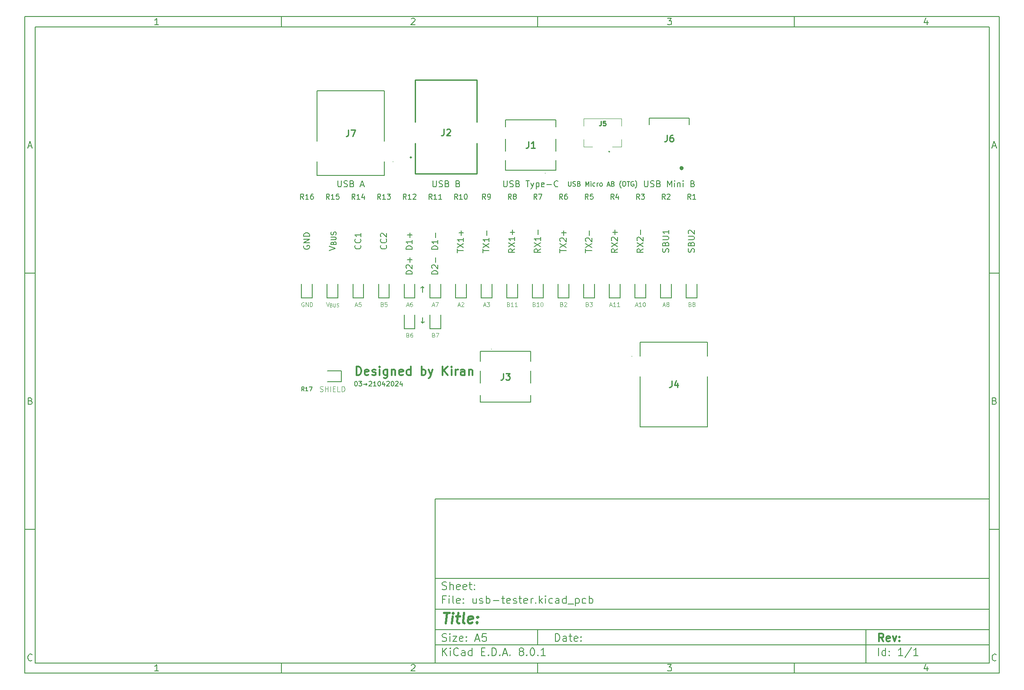
<source format=gbr>
%TF.GenerationSoftware,KiCad,Pcbnew,8.0.1*%
%TF.CreationDate,2024-04-20T18:29:45+01:00*%
%TF.ProjectId,usb-tester,7573622d-7465-4737-9465-722e6b696361,rev?*%
%TF.SameCoordinates,Original*%
%TF.FileFunction,Legend,Top*%
%TF.FilePolarity,Positive*%
%FSLAX46Y46*%
G04 Gerber Fmt 4.6, Leading zero omitted, Abs format (unit mm)*
G04 Created by KiCad (PCBNEW 8.0.1) date 2024-04-20 18:29:45*
%MOMM*%
%LPD*%
G01*
G04 APERTURE LIST*
%ADD10C,0.100000*%
%ADD11C,0.150000*%
%ADD12C,0.300000*%
%ADD13C,0.400000*%
%ADD14C,0.180000*%
%ADD15C,0.340000*%
%ADD16C,0.187500*%
%ADD17C,0.254000*%
%ADD18C,0.200000*%
%ADD19C,0.225000*%
%ADD20C,0.170000*%
G04 APERTURE END LIST*
D10*
D11*
X90007200Y-104005800D02*
X198007200Y-104005800D01*
X198007200Y-136005800D01*
X90007200Y-136005800D01*
X90007200Y-104005800D01*
D10*
D11*
X10000000Y-10000000D02*
X200007200Y-10000000D01*
X200007200Y-138005800D01*
X10000000Y-138005800D01*
X10000000Y-10000000D01*
D10*
D11*
X12000000Y-12000000D02*
X198007200Y-12000000D01*
X198007200Y-136005800D01*
X12000000Y-136005800D01*
X12000000Y-12000000D01*
D10*
D11*
X60000000Y-12000000D02*
X60000000Y-10000000D01*
D10*
D11*
X110000000Y-12000000D02*
X110000000Y-10000000D01*
D10*
D11*
X160000000Y-12000000D02*
X160000000Y-10000000D01*
D10*
D11*
X36089160Y-11593604D02*
X35346303Y-11593604D01*
X35717731Y-11593604D02*
X35717731Y-10293604D01*
X35717731Y-10293604D02*
X35593922Y-10479319D01*
X35593922Y-10479319D02*
X35470112Y-10603128D01*
X35470112Y-10603128D02*
X35346303Y-10665033D01*
D10*
D11*
X85346303Y-10417414D02*
X85408207Y-10355509D01*
X85408207Y-10355509D02*
X85532017Y-10293604D01*
X85532017Y-10293604D02*
X85841541Y-10293604D01*
X85841541Y-10293604D02*
X85965350Y-10355509D01*
X85965350Y-10355509D02*
X86027255Y-10417414D01*
X86027255Y-10417414D02*
X86089160Y-10541223D01*
X86089160Y-10541223D02*
X86089160Y-10665033D01*
X86089160Y-10665033D02*
X86027255Y-10850747D01*
X86027255Y-10850747D02*
X85284398Y-11593604D01*
X85284398Y-11593604D02*
X86089160Y-11593604D01*
D10*
D11*
X135284398Y-10293604D02*
X136089160Y-10293604D01*
X136089160Y-10293604D02*
X135655826Y-10788842D01*
X135655826Y-10788842D02*
X135841541Y-10788842D01*
X135841541Y-10788842D02*
X135965350Y-10850747D01*
X135965350Y-10850747D02*
X136027255Y-10912652D01*
X136027255Y-10912652D02*
X136089160Y-11036461D01*
X136089160Y-11036461D02*
X136089160Y-11345985D01*
X136089160Y-11345985D02*
X136027255Y-11469795D01*
X136027255Y-11469795D02*
X135965350Y-11531700D01*
X135965350Y-11531700D02*
X135841541Y-11593604D01*
X135841541Y-11593604D02*
X135470112Y-11593604D01*
X135470112Y-11593604D02*
X135346303Y-11531700D01*
X135346303Y-11531700D02*
X135284398Y-11469795D01*
D10*
D11*
X185965350Y-10726938D02*
X185965350Y-11593604D01*
X185655826Y-10231700D02*
X185346303Y-11160271D01*
X185346303Y-11160271D02*
X186151064Y-11160271D01*
D10*
D11*
X60000000Y-136005800D02*
X60000000Y-138005800D01*
D10*
D11*
X110000000Y-136005800D02*
X110000000Y-138005800D01*
D10*
D11*
X160000000Y-136005800D02*
X160000000Y-138005800D01*
D10*
D11*
X36089160Y-137599404D02*
X35346303Y-137599404D01*
X35717731Y-137599404D02*
X35717731Y-136299404D01*
X35717731Y-136299404D02*
X35593922Y-136485119D01*
X35593922Y-136485119D02*
X35470112Y-136608928D01*
X35470112Y-136608928D02*
X35346303Y-136670833D01*
D10*
D11*
X85346303Y-136423214D02*
X85408207Y-136361309D01*
X85408207Y-136361309D02*
X85532017Y-136299404D01*
X85532017Y-136299404D02*
X85841541Y-136299404D01*
X85841541Y-136299404D02*
X85965350Y-136361309D01*
X85965350Y-136361309D02*
X86027255Y-136423214D01*
X86027255Y-136423214D02*
X86089160Y-136547023D01*
X86089160Y-136547023D02*
X86089160Y-136670833D01*
X86089160Y-136670833D02*
X86027255Y-136856547D01*
X86027255Y-136856547D02*
X85284398Y-137599404D01*
X85284398Y-137599404D02*
X86089160Y-137599404D01*
D10*
D11*
X135284398Y-136299404D02*
X136089160Y-136299404D01*
X136089160Y-136299404D02*
X135655826Y-136794642D01*
X135655826Y-136794642D02*
X135841541Y-136794642D01*
X135841541Y-136794642D02*
X135965350Y-136856547D01*
X135965350Y-136856547D02*
X136027255Y-136918452D01*
X136027255Y-136918452D02*
X136089160Y-137042261D01*
X136089160Y-137042261D02*
X136089160Y-137351785D01*
X136089160Y-137351785D02*
X136027255Y-137475595D01*
X136027255Y-137475595D02*
X135965350Y-137537500D01*
X135965350Y-137537500D02*
X135841541Y-137599404D01*
X135841541Y-137599404D02*
X135470112Y-137599404D01*
X135470112Y-137599404D02*
X135346303Y-137537500D01*
X135346303Y-137537500D02*
X135284398Y-137475595D01*
D10*
D11*
X185965350Y-136732738D02*
X185965350Y-137599404D01*
X185655826Y-136237500D02*
X185346303Y-137166071D01*
X185346303Y-137166071D02*
X186151064Y-137166071D01*
D10*
D11*
X10000000Y-60000000D02*
X12000000Y-60000000D01*
D10*
D11*
X10000000Y-110000000D02*
X12000000Y-110000000D01*
D10*
D11*
X10690476Y-35222176D02*
X11309523Y-35222176D01*
X10566666Y-35593604D02*
X10999999Y-34293604D01*
X10999999Y-34293604D02*
X11433333Y-35593604D01*
D10*
D11*
X11092857Y-84912652D02*
X11278571Y-84974557D01*
X11278571Y-84974557D02*
X11340476Y-85036461D01*
X11340476Y-85036461D02*
X11402380Y-85160271D01*
X11402380Y-85160271D02*
X11402380Y-85345985D01*
X11402380Y-85345985D02*
X11340476Y-85469795D01*
X11340476Y-85469795D02*
X11278571Y-85531700D01*
X11278571Y-85531700D02*
X11154761Y-85593604D01*
X11154761Y-85593604D02*
X10659523Y-85593604D01*
X10659523Y-85593604D02*
X10659523Y-84293604D01*
X10659523Y-84293604D02*
X11092857Y-84293604D01*
X11092857Y-84293604D02*
X11216666Y-84355509D01*
X11216666Y-84355509D02*
X11278571Y-84417414D01*
X11278571Y-84417414D02*
X11340476Y-84541223D01*
X11340476Y-84541223D02*
X11340476Y-84665033D01*
X11340476Y-84665033D02*
X11278571Y-84788842D01*
X11278571Y-84788842D02*
X11216666Y-84850747D01*
X11216666Y-84850747D02*
X11092857Y-84912652D01*
X11092857Y-84912652D02*
X10659523Y-84912652D01*
D10*
D11*
X11402380Y-135469795D02*
X11340476Y-135531700D01*
X11340476Y-135531700D02*
X11154761Y-135593604D01*
X11154761Y-135593604D02*
X11030952Y-135593604D01*
X11030952Y-135593604D02*
X10845238Y-135531700D01*
X10845238Y-135531700D02*
X10721428Y-135407890D01*
X10721428Y-135407890D02*
X10659523Y-135284080D01*
X10659523Y-135284080D02*
X10597619Y-135036461D01*
X10597619Y-135036461D02*
X10597619Y-134850747D01*
X10597619Y-134850747D02*
X10659523Y-134603128D01*
X10659523Y-134603128D02*
X10721428Y-134479319D01*
X10721428Y-134479319D02*
X10845238Y-134355509D01*
X10845238Y-134355509D02*
X11030952Y-134293604D01*
X11030952Y-134293604D02*
X11154761Y-134293604D01*
X11154761Y-134293604D02*
X11340476Y-134355509D01*
X11340476Y-134355509D02*
X11402380Y-134417414D01*
D10*
D11*
X200007200Y-60000000D02*
X198007200Y-60000000D01*
D10*
D11*
X200007200Y-110000000D02*
X198007200Y-110000000D01*
D10*
D11*
X198697676Y-35222176D02*
X199316723Y-35222176D01*
X198573866Y-35593604D02*
X199007199Y-34293604D01*
X199007199Y-34293604D02*
X199440533Y-35593604D01*
D10*
D11*
X199100057Y-84912652D02*
X199285771Y-84974557D01*
X199285771Y-84974557D02*
X199347676Y-85036461D01*
X199347676Y-85036461D02*
X199409580Y-85160271D01*
X199409580Y-85160271D02*
X199409580Y-85345985D01*
X199409580Y-85345985D02*
X199347676Y-85469795D01*
X199347676Y-85469795D02*
X199285771Y-85531700D01*
X199285771Y-85531700D02*
X199161961Y-85593604D01*
X199161961Y-85593604D02*
X198666723Y-85593604D01*
X198666723Y-85593604D02*
X198666723Y-84293604D01*
X198666723Y-84293604D02*
X199100057Y-84293604D01*
X199100057Y-84293604D02*
X199223866Y-84355509D01*
X199223866Y-84355509D02*
X199285771Y-84417414D01*
X199285771Y-84417414D02*
X199347676Y-84541223D01*
X199347676Y-84541223D02*
X199347676Y-84665033D01*
X199347676Y-84665033D02*
X199285771Y-84788842D01*
X199285771Y-84788842D02*
X199223866Y-84850747D01*
X199223866Y-84850747D02*
X199100057Y-84912652D01*
X199100057Y-84912652D02*
X198666723Y-84912652D01*
D10*
D11*
X199409580Y-135469795D02*
X199347676Y-135531700D01*
X199347676Y-135531700D02*
X199161961Y-135593604D01*
X199161961Y-135593604D02*
X199038152Y-135593604D01*
X199038152Y-135593604D02*
X198852438Y-135531700D01*
X198852438Y-135531700D02*
X198728628Y-135407890D01*
X198728628Y-135407890D02*
X198666723Y-135284080D01*
X198666723Y-135284080D02*
X198604819Y-135036461D01*
X198604819Y-135036461D02*
X198604819Y-134850747D01*
X198604819Y-134850747D02*
X198666723Y-134603128D01*
X198666723Y-134603128D02*
X198728628Y-134479319D01*
X198728628Y-134479319D02*
X198852438Y-134355509D01*
X198852438Y-134355509D02*
X199038152Y-134293604D01*
X199038152Y-134293604D02*
X199161961Y-134293604D01*
X199161961Y-134293604D02*
X199347676Y-134355509D01*
X199347676Y-134355509D02*
X199409580Y-134417414D01*
D10*
D11*
X113463026Y-131791928D02*
X113463026Y-130291928D01*
X113463026Y-130291928D02*
X113820169Y-130291928D01*
X113820169Y-130291928D02*
X114034455Y-130363357D01*
X114034455Y-130363357D02*
X114177312Y-130506214D01*
X114177312Y-130506214D02*
X114248741Y-130649071D01*
X114248741Y-130649071D02*
X114320169Y-130934785D01*
X114320169Y-130934785D02*
X114320169Y-131149071D01*
X114320169Y-131149071D02*
X114248741Y-131434785D01*
X114248741Y-131434785D02*
X114177312Y-131577642D01*
X114177312Y-131577642D02*
X114034455Y-131720500D01*
X114034455Y-131720500D02*
X113820169Y-131791928D01*
X113820169Y-131791928D02*
X113463026Y-131791928D01*
X115605884Y-131791928D02*
X115605884Y-131006214D01*
X115605884Y-131006214D02*
X115534455Y-130863357D01*
X115534455Y-130863357D02*
X115391598Y-130791928D01*
X115391598Y-130791928D02*
X115105884Y-130791928D01*
X115105884Y-130791928D02*
X114963026Y-130863357D01*
X115605884Y-131720500D02*
X115463026Y-131791928D01*
X115463026Y-131791928D02*
X115105884Y-131791928D01*
X115105884Y-131791928D02*
X114963026Y-131720500D01*
X114963026Y-131720500D02*
X114891598Y-131577642D01*
X114891598Y-131577642D02*
X114891598Y-131434785D01*
X114891598Y-131434785D02*
X114963026Y-131291928D01*
X114963026Y-131291928D02*
X115105884Y-131220500D01*
X115105884Y-131220500D02*
X115463026Y-131220500D01*
X115463026Y-131220500D02*
X115605884Y-131149071D01*
X116105884Y-130791928D02*
X116677312Y-130791928D01*
X116320169Y-130291928D02*
X116320169Y-131577642D01*
X116320169Y-131577642D02*
X116391598Y-131720500D01*
X116391598Y-131720500D02*
X116534455Y-131791928D01*
X116534455Y-131791928D02*
X116677312Y-131791928D01*
X117748741Y-131720500D02*
X117605884Y-131791928D01*
X117605884Y-131791928D02*
X117320170Y-131791928D01*
X117320170Y-131791928D02*
X117177312Y-131720500D01*
X117177312Y-131720500D02*
X117105884Y-131577642D01*
X117105884Y-131577642D02*
X117105884Y-131006214D01*
X117105884Y-131006214D02*
X117177312Y-130863357D01*
X117177312Y-130863357D02*
X117320170Y-130791928D01*
X117320170Y-130791928D02*
X117605884Y-130791928D01*
X117605884Y-130791928D02*
X117748741Y-130863357D01*
X117748741Y-130863357D02*
X117820170Y-131006214D01*
X117820170Y-131006214D02*
X117820170Y-131149071D01*
X117820170Y-131149071D02*
X117105884Y-131291928D01*
X118463026Y-131649071D02*
X118534455Y-131720500D01*
X118534455Y-131720500D02*
X118463026Y-131791928D01*
X118463026Y-131791928D02*
X118391598Y-131720500D01*
X118391598Y-131720500D02*
X118463026Y-131649071D01*
X118463026Y-131649071D02*
X118463026Y-131791928D01*
X118463026Y-130863357D02*
X118534455Y-130934785D01*
X118534455Y-130934785D02*
X118463026Y-131006214D01*
X118463026Y-131006214D02*
X118391598Y-130934785D01*
X118391598Y-130934785D02*
X118463026Y-130863357D01*
X118463026Y-130863357D02*
X118463026Y-131006214D01*
D10*
D11*
X90007200Y-132505800D02*
X198007200Y-132505800D01*
D10*
D11*
X91463026Y-134591928D02*
X91463026Y-133091928D01*
X92320169Y-134591928D02*
X91677312Y-133734785D01*
X92320169Y-133091928D02*
X91463026Y-133949071D01*
X92963026Y-134591928D02*
X92963026Y-133591928D01*
X92963026Y-133091928D02*
X92891598Y-133163357D01*
X92891598Y-133163357D02*
X92963026Y-133234785D01*
X92963026Y-133234785D02*
X93034455Y-133163357D01*
X93034455Y-133163357D02*
X92963026Y-133091928D01*
X92963026Y-133091928D02*
X92963026Y-133234785D01*
X94534455Y-134449071D02*
X94463027Y-134520500D01*
X94463027Y-134520500D02*
X94248741Y-134591928D01*
X94248741Y-134591928D02*
X94105884Y-134591928D01*
X94105884Y-134591928D02*
X93891598Y-134520500D01*
X93891598Y-134520500D02*
X93748741Y-134377642D01*
X93748741Y-134377642D02*
X93677312Y-134234785D01*
X93677312Y-134234785D02*
X93605884Y-133949071D01*
X93605884Y-133949071D02*
X93605884Y-133734785D01*
X93605884Y-133734785D02*
X93677312Y-133449071D01*
X93677312Y-133449071D02*
X93748741Y-133306214D01*
X93748741Y-133306214D02*
X93891598Y-133163357D01*
X93891598Y-133163357D02*
X94105884Y-133091928D01*
X94105884Y-133091928D02*
X94248741Y-133091928D01*
X94248741Y-133091928D02*
X94463027Y-133163357D01*
X94463027Y-133163357D02*
X94534455Y-133234785D01*
X95820170Y-134591928D02*
X95820170Y-133806214D01*
X95820170Y-133806214D02*
X95748741Y-133663357D01*
X95748741Y-133663357D02*
X95605884Y-133591928D01*
X95605884Y-133591928D02*
X95320170Y-133591928D01*
X95320170Y-133591928D02*
X95177312Y-133663357D01*
X95820170Y-134520500D02*
X95677312Y-134591928D01*
X95677312Y-134591928D02*
X95320170Y-134591928D01*
X95320170Y-134591928D02*
X95177312Y-134520500D01*
X95177312Y-134520500D02*
X95105884Y-134377642D01*
X95105884Y-134377642D02*
X95105884Y-134234785D01*
X95105884Y-134234785D02*
X95177312Y-134091928D01*
X95177312Y-134091928D02*
X95320170Y-134020500D01*
X95320170Y-134020500D02*
X95677312Y-134020500D01*
X95677312Y-134020500D02*
X95820170Y-133949071D01*
X97177313Y-134591928D02*
X97177313Y-133091928D01*
X97177313Y-134520500D02*
X97034455Y-134591928D01*
X97034455Y-134591928D02*
X96748741Y-134591928D01*
X96748741Y-134591928D02*
X96605884Y-134520500D01*
X96605884Y-134520500D02*
X96534455Y-134449071D01*
X96534455Y-134449071D02*
X96463027Y-134306214D01*
X96463027Y-134306214D02*
X96463027Y-133877642D01*
X96463027Y-133877642D02*
X96534455Y-133734785D01*
X96534455Y-133734785D02*
X96605884Y-133663357D01*
X96605884Y-133663357D02*
X96748741Y-133591928D01*
X96748741Y-133591928D02*
X97034455Y-133591928D01*
X97034455Y-133591928D02*
X97177313Y-133663357D01*
X99034455Y-133806214D02*
X99534455Y-133806214D01*
X99748741Y-134591928D02*
X99034455Y-134591928D01*
X99034455Y-134591928D02*
X99034455Y-133091928D01*
X99034455Y-133091928D02*
X99748741Y-133091928D01*
X100391598Y-134449071D02*
X100463027Y-134520500D01*
X100463027Y-134520500D02*
X100391598Y-134591928D01*
X100391598Y-134591928D02*
X100320170Y-134520500D01*
X100320170Y-134520500D02*
X100391598Y-134449071D01*
X100391598Y-134449071D02*
X100391598Y-134591928D01*
X101105884Y-134591928D02*
X101105884Y-133091928D01*
X101105884Y-133091928D02*
X101463027Y-133091928D01*
X101463027Y-133091928D02*
X101677313Y-133163357D01*
X101677313Y-133163357D02*
X101820170Y-133306214D01*
X101820170Y-133306214D02*
X101891599Y-133449071D01*
X101891599Y-133449071D02*
X101963027Y-133734785D01*
X101963027Y-133734785D02*
X101963027Y-133949071D01*
X101963027Y-133949071D02*
X101891599Y-134234785D01*
X101891599Y-134234785D02*
X101820170Y-134377642D01*
X101820170Y-134377642D02*
X101677313Y-134520500D01*
X101677313Y-134520500D02*
X101463027Y-134591928D01*
X101463027Y-134591928D02*
X101105884Y-134591928D01*
X102605884Y-134449071D02*
X102677313Y-134520500D01*
X102677313Y-134520500D02*
X102605884Y-134591928D01*
X102605884Y-134591928D02*
X102534456Y-134520500D01*
X102534456Y-134520500D02*
X102605884Y-134449071D01*
X102605884Y-134449071D02*
X102605884Y-134591928D01*
X103248742Y-134163357D02*
X103963028Y-134163357D01*
X103105885Y-134591928D02*
X103605885Y-133091928D01*
X103605885Y-133091928D02*
X104105885Y-134591928D01*
X104605884Y-134449071D02*
X104677313Y-134520500D01*
X104677313Y-134520500D02*
X104605884Y-134591928D01*
X104605884Y-134591928D02*
X104534456Y-134520500D01*
X104534456Y-134520500D02*
X104605884Y-134449071D01*
X104605884Y-134449071D02*
X104605884Y-134591928D01*
X106677313Y-133734785D02*
X106534456Y-133663357D01*
X106534456Y-133663357D02*
X106463027Y-133591928D01*
X106463027Y-133591928D02*
X106391599Y-133449071D01*
X106391599Y-133449071D02*
X106391599Y-133377642D01*
X106391599Y-133377642D02*
X106463027Y-133234785D01*
X106463027Y-133234785D02*
X106534456Y-133163357D01*
X106534456Y-133163357D02*
X106677313Y-133091928D01*
X106677313Y-133091928D02*
X106963027Y-133091928D01*
X106963027Y-133091928D02*
X107105885Y-133163357D01*
X107105885Y-133163357D02*
X107177313Y-133234785D01*
X107177313Y-133234785D02*
X107248742Y-133377642D01*
X107248742Y-133377642D02*
X107248742Y-133449071D01*
X107248742Y-133449071D02*
X107177313Y-133591928D01*
X107177313Y-133591928D02*
X107105885Y-133663357D01*
X107105885Y-133663357D02*
X106963027Y-133734785D01*
X106963027Y-133734785D02*
X106677313Y-133734785D01*
X106677313Y-133734785D02*
X106534456Y-133806214D01*
X106534456Y-133806214D02*
X106463027Y-133877642D01*
X106463027Y-133877642D02*
X106391599Y-134020500D01*
X106391599Y-134020500D02*
X106391599Y-134306214D01*
X106391599Y-134306214D02*
X106463027Y-134449071D01*
X106463027Y-134449071D02*
X106534456Y-134520500D01*
X106534456Y-134520500D02*
X106677313Y-134591928D01*
X106677313Y-134591928D02*
X106963027Y-134591928D01*
X106963027Y-134591928D02*
X107105885Y-134520500D01*
X107105885Y-134520500D02*
X107177313Y-134449071D01*
X107177313Y-134449071D02*
X107248742Y-134306214D01*
X107248742Y-134306214D02*
X107248742Y-134020500D01*
X107248742Y-134020500D02*
X107177313Y-133877642D01*
X107177313Y-133877642D02*
X107105885Y-133806214D01*
X107105885Y-133806214D02*
X106963027Y-133734785D01*
X107891598Y-134449071D02*
X107963027Y-134520500D01*
X107963027Y-134520500D02*
X107891598Y-134591928D01*
X107891598Y-134591928D02*
X107820170Y-134520500D01*
X107820170Y-134520500D02*
X107891598Y-134449071D01*
X107891598Y-134449071D02*
X107891598Y-134591928D01*
X108891599Y-133091928D02*
X109034456Y-133091928D01*
X109034456Y-133091928D02*
X109177313Y-133163357D01*
X109177313Y-133163357D02*
X109248742Y-133234785D01*
X109248742Y-133234785D02*
X109320170Y-133377642D01*
X109320170Y-133377642D02*
X109391599Y-133663357D01*
X109391599Y-133663357D02*
X109391599Y-134020500D01*
X109391599Y-134020500D02*
X109320170Y-134306214D01*
X109320170Y-134306214D02*
X109248742Y-134449071D01*
X109248742Y-134449071D02*
X109177313Y-134520500D01*
X109177313Y-134520500D02*
X109034456Y-134591928D01*
X109034456Y-134591928D02*
X108891599Y-134591928D01*
X108891599Y-134591928D02*
X108748742Y-134520500D01*
X108748742Y-134520500D02*
X108677313Y-134449071D01*
X108677313Y-134449071D02*
X108605884Y-134306214D01*
X108605884Y-134306214D02*
X108534456Y-134020500D01*
X108534456Y-134020500D02*
X108534456Y-133663357D01*
X108534456Y-133663357D02*
X108605884Y-133377642D01*
X108605884Y-133377642D02*
X108677313Y-133234785D01*
X108677313Y-133234785D02*
X108748742Y-133163357D01*
X108748742Y-133163357D02*
X108891599Y-133091928D01*
X110034455Y-134449071D02*
X110105884Y-134520500D01*
X110105884Y-134520500D02*
X110034455Y-134591928D01*
X110034455Y-134591928D02*
X109963027Y-134520500D01*
X109963027Y-134520500D02*
X110034455Y-134449071D01*
X110034455Y-134449071D02*
X110034455Y-134591928D01*
X111534456Y-134591928D02*
X110677313Y-134591928D01*
X111105884Y-134591928D02*
X111105884Y-133091928D01*
X111105884Y-133091928D02*
X110963027Y-133306214D01*
X110963027Y-133306214D02*
X110820170Y-133449071D01*
X110820170Y-133449071D02*
X110677313Y-133520500D01*
D10*
D11*
X90007200Y-129505800D02*
X198007200Y-129505800D01*
D10*
D12*
X177418853Y-131784128D02*
X176918853Y-131069842D01*
X176561710Y-131784128D02*
X176561710Y-130284128D01*
X176561710Y-130284128D02*
X177133139Y-130284128D01*
X177133139Y-130284128D02*
X177275996Y-130355557D01*
X177275996Y-130355557D02*
X177347425Y-130426985D01*
X177347425Y-130426985D02*
X177418853Y-130569842D01*
X177418853Y-130569842D02*
X177418853Y-130784128D01*
X177418853Y-130784128D02*
X177347425Y-130926985D01*
X177347425Y-130926985D02*
X177275996Y-130998414D01*
X177275996Y-130998414D02*
X177133139Y-131069842D01*
X177133139Y-131069842D02*
X176561710Y-131069842D01*
X178633139Y-131712700D02*
X178490282Y-131784128D01*
X178490282Y-131784128D02*
X178204568Y-131784128D01*
X178204568Y-131784128D02*
X178061710Y-131712700D01*
X178061710Y-131712700D02*
X177990282Y-131569842D01*
X177990282Y-131569842D02*
X177990282Y-130998414D01*
X177990282Y-130998414D02*
X178061710Y-130855557D01*
X178061710Y-130855557D02*
X178204568Y-130784128D01*
X178204568Y-130784128D02*
X178490282Y-130784128D01*
X178490282Y-130784128D02*
X178633139Y-130855557D01*
X178633139Y-130855557D02*
X178704568Y-130998414D01*
X178704568Y-130998414D02*
X178704568Y-131141271D01*
X178704568Y-131141271D02*
X177990282Y-131284128D01*
X179204567Y-130784128D02*
X179561710Y-131784128D01*
X179561710Y-131784128D02*
X179918853Y-130784128D01*
X180490281Y-131641271D02*
X180561710Y-131712700D01*
X180561710Y-131712700D02*
X180490281Y-131784128D01*
X180490281Y-131784128D02*
X180418853Y-131712700D01*
X180418853Y-131712700D02*
X180490281Y-131641271D01*
X180490281Y-131641271D02*
X180490281Y-131784128D01*
X180490281Y-130855557D02*
X180561710Y-130926985D01*
X180561710Y-130926985D02*
X180490281Y-130998414D01*
X180490281Y-130998414D02*
X180418853Y-130926985D01*
X180418853Y-130926985D02*
X180490281Y-130855557D01*
X180490281Y-130855557D02*
X180490281Y-130998414D01*
D10*
D11*
X91391598Y-131720500D02*
X91605884Y-131791928D01*
X91605884Y-131791928D02*
X91963026Y-131791928D01*
X91963026Y-131791928D02*
X92105884Y-131720500D01*
X92105884Y-131720500D02*
X92177312Y-131649071D01*
X92177312Y-131649071D02*
X92248741Y-131506214D01*
X92248741Y-131506214D02*
X92248741Y-131363357D01*
X92248741Y-131363357D02*
X92177312Y-131220500D01*
X92177312Y-131220500D02*
X92105884Y-131149071D01*
X92105884Y-131149071D02*
X91963026Y-131077642D01*
X91963026Y-131077642D02*
X91677312Y-131006214D01*
X91677312Y-131006214D02*
X91534455Y-130934785D01*
X91534455Y-130934785D02*
X91463026Y-130863357D01*
X91463026Y-130863357D02*
X91391598Y-130720500D01*
X91391598Y-130720500D02*
X91391598Y-130577642D01*
X91391598Y-130577642D02*
X91463026Y-130434785D01*
X91463026Y-130434785D02*
X91534455Y-130363357D01*
X91534455Y-130363357D02*
X91677312Y-130291928D01*
X91677312Y-130291928D02*
X92034455Y-130291928D01*
X92034455Y-130291928D02*
X92248741Y-130363357D01*
X92891597Y-131791928D02*
X92891597Y-130791928D01*
X92891597Y-130291928D02*
X92820169Y-130363357D01*
X92820169Y-130363357D02*
X92891597Y-130434785D01*
X92891597Y-130434785D02*
X92963026Y-130363357D01*
X92963026Y-130363357D02*
X92891597Y-130291928D01*
X92891597Y-130291928D02*
X92891597Y-130434785D01*
X93463026Y-130791928D02*
X94248741Y-130791928D01*
X94248741Y-130791928D02*
X93463026Y-131791928D01*
X93463026Y-131791928D02*
X94248741Y-131791928D01*
X95391598Y-131720500D02*
X95248741Y-131791928D01*
X95248741Y-131791928D02*
X94963027Y-131791928D01*
X94963027Y-131791928D02*
X94820169Y-131720500D01*
X94820169Y-131720500D02*
X94748741Y-131577642D01*
X94748741Y-131577642D02*
X94748741Y-131006214D01*
X94748741Y-131006214D02*
X94820169Y-130863357D01*
X94820169Y-130863357D02*
X94963027Y-130791928D01*
X94963027Y-130791928D02*
X95248741Y-130791928D01*
X95248741Y-130791928D02*
X95391598Y-130863357D01*
X95391598Y-130863357D02*
X95463027Y-131006214D01*
X95463027Y-131006214D02*
X95463027Y-131149071D01*
X95463027Y-131149071D02*
X94748741Y-131291928D01*
X96105883Y-131649071D02*
X96177312Y-131720500D01*
X96177312Y-131720500D02*
X96105883Y-131791928D01*
X96105883Y-131791928D02*
X96034455Y-131720500D01*
X96034455Y-131720500D02*
X96105883Y-131649071D01*
X96105883Y-131649071D02*
X96105883Y-131791928D01*
X96105883Y-130863357D02*
X96177312Y-130934785D01*
X96177312Y-130934785D02*
X96105883Y-131006214D01*
X96105883Y-131006214D02*
X96034455Y-130934785D01*
X96034455Y-130934785D02*
X96105883Y-130863357D01*
X96105883Y-130863357D02*
X96105883Y-131006214D01*
X97891598Y-131363357D02*
X98605884Y-131363357D01*
X97748741Y-131791928D02*
X98248741Y-130291928D01*
X98248741Y-130291928D02*
X98748741Y-131791928D01*
X99963026Y-130291928D02*
X99248740Y-130291928D01*
X99248740Y-130291928D02*
X99177312Y-131006214D01*
X99177312Y-131006214D02*
X99248740Y-130934785D01*
X99248740Y-130934785D02*
X99391598Y-130863357D01*
X99391598Y-130863357D02*
X99748740Y-130863357D01*
X99748740Y-130863357D02*
X99891598Y-130934785D01*
X99891598Y-130934785D02*
X99963026Y-131006214D01*
X99963026Y-131006214D02*
X100034455Y-131149071D01*
X100034455Y-131149071D02*
X100034455Y-131506214D01*
X100034455Y-131506214D02*
X99963026Y-131649071D01*
X99963026Y-131649071D02*
X99891598Y-131720500D01*
X99891598Y-131720500D02*
X99748740Y-131791928D01*
X99748740Y-131791928D02*
X99391598Y-131791928D01*
X99391598Y-131791928D02*
X99248740Y-131720500D01*
X99248740Y-131720500D02*
X99177312Y-131649071D01*
D10*
D11*
X176463026Y-134591928D02*
X176463026Y-133091928D01*
X177820170Y-134591928D02*
X177820170Y-133091928D01*
X177820170Y-134520500D02*
X177677312Y-134591928D01*
X177677312Y-134591928D02*
X177391598Y-134591928D01*
X177391598Y-134591928D02*
X177248741Y-134520500D01*
X177248741Y-134520500D02*
X177177312Y-134449071D01*
X177177312Y-134449071D02*
X177105884Y-134306214D01*
X177105884Y-134306214D02*
X177105884Y-133877642D01*
X177105884Y-133877642D02*
X177177312Y-133734785D01*
X177177312Y-133734785D02*
X177248741Y-133663357D01*
X177248741Y-133663357D02*
X177391598Y-133591928D01*
X177391598Y-133591928D02*
X177677312Y-133591928D01*
X177677312Y-133591928D02*
X177820170Y-133663357D01*
X178534455Y-134449071D02*
X178605884Y-134520500D01*
X178605884Y-134520500D02*
X178534455Y-134591928D01*
X178534455Y-134591928D02*
X178463027Y-134520500D01*
X178463027Y-134520500D02*
X178534455Y-134449071D01*
X178534455Y-134449071D02*
X178534455Y-134591928D01*
X178534455Y-133663357D02*
X178605884Y-133734785D01*
X178605884Y-133734785D02*
X178534455Y-133806214D01*
X178534455Y-133806214D02*
X178463027Y-133734785D01*
X178463027Y-133734785D02*
X178534455Y-133663357D01*
X178534455Y-133663357D02*
X178534455Y-133806214D01*
X181177313Y-134591928D02*
X180320170Y-134591928D01*
X180748741Y-134591928D02*
X180748741Y-133091928D01*
X180748741Y-133091928D02*
X180605884Y-133306214D01*
X180605884Y-133306214D02*
X180463027Y-133449071D01*
X180463027Y-133449071D02*
X180320170Y-133520500D01*
X182891598Y-133020500D02*
X181605884Y-134949071D01*
X184177313Y-134591928D02*
X183320170Y-134591928D01*
X183748741Y-134591928D02*
X183748741Y-133091928D01*
X183748741Y-133091928D02*
X183605884Y-133306214D01*
X183605884Y-133306214D02*
X183463027Y-133449071D01*
X183463027Y-133449071D02*
X183320170Y-133520500D01*
D10*
D11*
X90007200Y-125505800D02*
X198007200Y-125505800D01*
D10*
D13*
X91698928Y-126210238D02*
X92841785Y-126210238D01*
X92020357Y-128210238D02*
X92270357Y-126210238D01*
X93258452Y-128210238D02*
X93425119Y-126876904D01*
X93508452Y-126210238D02*
X93401309Y-126305476D01*
X93401309Y-126305476D02*
X93484643Y-126400714D01*
X93484643Y-126400714D02*
X93591786Y-126305476D01*
X93591786Y-126305476D02*
X93508452Y-126210238D01*
X93508452Y-126210238D02*
X93484643Y-126400714D01*
X94091786Y-126876904D02*
X94853690Y-126876904D01*
X94460833Y-126210238D02*
X94246548Y-127924523D01*
X94246548Y-127924523D02*
X94317976Y-128115000D01*
X94317976Y-128115000D02*
X94496548Y-128210238D01*
X94496548Y-128210238D02*
X94687024Y-128210238D01*
X95639405Y-128210238D02*
X95460833Y-128115000D01*
X95460833Y-128115000D02*
X95389405Y-127924523D01*
X95389405Y-127924523D02*
X95603690Y-126210238D01*
X97175119Y-128115000D02*
X96972738Y-128210238D01*
X96972738Y-128210238D02*
X96591785Y-128210238D01*
X96591785Y-128210238D02*
X96413214Y-128115000D01*
X96413214Y-128115000D02*
X96341785Y-127924523D01*
X96341785Y-127924523D02*
X96437024Y-127162619D01*
X96437024Y-127162619D02*
X96556071Y-126972142D01*
X96556071Y-126972142D02*
X96758452Y-126876904D01*
X96758452Y-126876904D02*
X97139404Y-126876904D01*
X97139404Y-126876904D02*
X97317976Y-126972142D01*
X97317976Y-126972142D02*
X97389404Y-127162619D01*
X97389404Y-127162619D02*
X97365595Y-127353095D01*
X97365595Y-127353095D02*
X96389404Y-127543571D01*
X98139405Y-128019761D02*
X98222738Y-128115000D01*
X98222738Y-128115000D02*
X98115595Y-128210238D01*
X98115595Y-128210238D02*
X98032262Y-128115000D01*
X98032262Y-128115000D02*
X98139405Y-128019761D01*
X98139405Y-128019761D02*
X98115595Y-128210238D01*
X98270357Y-126972142D02*
X98353690Y-127067380D01*
X98353690Y-127067380D02*
X98246548Y-127162619D01*
X98246548Y-127162619D02*
X98163214Y-127067380D01*
X98163214Y-127067380D02*
X98270357Y-126972142D01*
X98270357Y-126972142D02*
X98246548Y-127162619D01*
D10*
D11*
X91963026Y-123606214D02*
X91463026Y-123606214D01*
X91463026Y-124391928D02*
X91463026Y-122891928D01*
X91463026Y-122891928D02*
X92177312Y-122891928D01*
X92748740Y-124391928D02*
X92748740Y-123391928D01*
X92748740Y-122891928D02*
X92677312Y-122963357D01*
X92677312Y-122963357D02*
X92748740Y-123034785D01*
X92748740Y-123034785D02*
X92820169Y-122963357D01*
X92820169Y-122963357D02*
X92748740Y-122891928D01*
X92748740Y-122891928D02*
X92748740Y-123034785D01*
X93677312Y-124391928D02*
X93534455Y-124320500D01*
X93534455Y-124320500D02*
X93463026Y-124177642D01*
X93463026Y-124177642D02*
X93463026Y-122891928D01*
X94820169Y-124320500D02*
X94677312Y-124391928D01*
X94677312Y-124391928D02*
X94391598Y-124391928D01*
X94391598Y-124391928D02*
X94248740Y-124320500D01*
X94248740Y-124320500D02*
X94177312Y-124177642D01*
X94177312Y-124177642D02*
X94177312Y-123606214D01*
X94177312Y-123606214D02*
X94248740Y-123463357D01*
X94248740Y-123463357D02*
X94391598Y-123391928D01*
X94391598Y-123391928D02*
X94677312Y-123391928D01*
X94677312Y-123391928D02*
X94820169Y-123463357D01*
X94820169Y-123463357D02*
X94891598Y-123606214D01*
X94891598Y-123606214D02*
X94891598Y-123749071D01*
X94891598Y-123749071D02*
X94177312Y-123891928D01*
X95534454Y-124249071D02*
X95605883Y-124320500D01*
X95605883Y-124320500D02*
X95534454Y-124391928D01*
X95534454Y-124391928D02*
X95463026Y-124320500D01*
X95463026Y-124320500D02*
X95534454Y-124249071D01*
X95534454Y-124249071D02*
X95534454Y-124391928D01*
X95534454Y-123463357D02*
X95605883Y-123534785D01*
X95605883Y-123534785D02*
X95534454Y-123606214D01*
X95534454Y-123606214D02*
X95463026Y-123534785D01*
X95463026Y-123534785D02*
X95534454Y-123463357D01*
X95534454Y-123463357D02*
X95534454Y-123606214D01*
X98034455Y-123391928D02*
X98034455Y-124391928D01*
X97391597Y-123391928D02*
X97391597Y-124177642D01*
X97391597Y-124177642D02*
X97463026Y-124320500D01*
X97463026Y-124320500D02*
X97605883Y-124391928D01*
X97605883Y-124391928D02*
X97820169Y-124391928D01*
X97820169Y-124391928D02*
X97963026Y-124320500D01*
X97963026Y-124320500D02*
X98034455Y-124249071D01*
X98677312Y-124320500D02*
X98820169Y-124391928D01*
X98820169Y-124391928D02*
X99105883Y-124391928D01*
X99105883Y-124391928D02*
X99248740Y-124320500D01*
X99248740Y-124320500D02*
X99320169Y-124177642D01*
X99320169Y-124177642D02*
X99320169Y-124106214D01*
X99320169Y-124106214D02*
X99248740Y-123963357D01*
X99248740Y-123963357D02*
X99105883Y-123891928D01*
X99105883Y-123891928D02*
X98891598Y-123891928D01*
X98891598Y-123891928D02*
X98748740Y-123820500D01*
X98748740Y-123820500D02*
X98677312Y-123677642D01*
X98677312Y-123677642D02*
X98677312Y-123606214D01*
X98677312Y-123606214D02*
X98748740Y-123463357D01*
X98748740Y-123463357D02*
X98891598Y-123391928D01*
X98891598Y-123391928D02*
X99105883Y-123391928D01*
X99105883Y-123391928D02*
X99248740Y-123463357D01*
X99963026Y-124391928D02*
X99963026Y-122891928D01*
X99963026Y-123463357D02*
X100105884Y-123391928D01*
X100105884Y-123391928D02*
X100391598Y-123391928D01*
X100391598Y-123391928D02*
X100534455Y-123463357D01*
X100534455Y-123463357D02*
X100605884Y-123534785D01*
X100605884Y-123534785D02*
X100677312Y-123677642D01*
X100677312Y-123677642D02*
X100677312Y-124106214D01*
X100677312Y-124106214D02*
X100605884Y-124249071D01*
X100605884Y-124249071D02*
X100534455Y-124320500D01*
X100534455Y-124320500D02*
X100391598Y-124391928D01*
X100391598Y-124391928D02*
X100105884Y-124391928D01*
X100105884Y-124391928D02*
X99963026Y-124320500D01*
X101320169Y-123820500D02*
X102463027Y-123820500D01*
X102963027Y-123391928D02*
X103534455Y-123391928D01*
X103177312Y-122891928D02*
X103177312Y-124177642D01*
X103177312Y-124177642D02*
X103248741Y-124320500D01*
X103248741Y-124320500D02*
X103391598Y-124391928D01*
X103391598Y-124391928D02*
X103534455Y-124391928D01*
X104605884Y-124320500D02*
X104463027Y-124391928D01*
X104463027Y-124391928D02*
X104177313Y-124391928D01*
X104177313Y-124391928D02*
X104034455Y-124320500D01*
X104034455Y-124320500D02*
X103963027Y-124177642D01*
X103963027Y-124177642D02*
X103963027Y-123606214D01*
X103963027Y-123606214D02*
X104034455Y-123463357D01*
X104034455Y-123463357D02*
X104177313Y-123391928D01*
X104177313Y-123391928D02*
X104463027Y-123391928D01*
X104463027Y-123391928D02*
X104605884Y-123463357D01*
X104605884Y-123463357D02*
X104677313Y-123606214D01*
X104677313Y-123606214D02*
X104677313Y-123749071D01*
X104677313Y-123749071D02*
X103963027Y-123891928D01*
X105248741Y-124320500D02*
X105391598Y-124391928D01*
X105391598Y-124391928D02*
X105677312Y-124391928D01*
X105677312Y-124391928D02*
X105820169Y-124320500D01*
X105820169Y-124320500D02*
X105891598Y-124177642D01*
X105891598Y-124177642D02*
X105891598Y-124106214D01*
X105891598Y-124106214D02*
X105820169Y-123963357D01*
X105820169Y-123963357D02*
X105677312Y-123891928D01*
X105677312Y-123891928D02*
X105463027Y-123891928D01*
X105463027Y-123891928D02*
X105320169Y-123820500D01*
X105320169Y-123820500D02*
X105248741Y-123677642D01*
X105248741Y-123677642D02*
X105248741Y-123606214D01*
X105248741Y-123606214D02*
X105320169Y-123463357D01*
X105320169Y-123463357D02*
X105463027Y-123391928D01*
X105463027Y-123391928D02*
X105677312Y-123391928D01*
X105677312Y-123391928D02*
X105820169Y-123463357D01*
X106320170Y-123391928D02*
X106891598Y-123391928D01*
X106534455Y-122891928D02*
X106534455Y-124177642D01*
X106534455Y-124177642D02*
X106605884Y-124320500D01*
X106605884Y-124320500D02*
X106748741Y-124391928D01*
X106748741Y-124391928D02*
X106891598Y-124391928D01*
X107963027Y-124320500D02*
X107820170Y-124391928D01*
X107820170Y-124391928D02*
X107534456Y-124391928D01*
X107534456Y-124391928D02*
X107391598Y-124320500D01*
X107391598Y-124320500D02*
X107320170Y-124177642D01*
X107320170Y-124177642D02*
X107320170Y-123606214D01*
X107320170Y-123606214D02*
X107391598Y-123463357D01*
X107391598Y-123463357D02*
X107534456Y-123391928D01*
X107534456Y-123391928D02*
X107820170Y-123391928D01*
X107820170Y-123391928D02*
X107963027Y-123463357D01*
X107963027Y-123463357D02*
X108034456Y-123606214D01*
X108034456Y-123606214D02*
X108034456Y-123749071D01*
X108034456Y-123749071D02*
X107320170Y-123891928D01*
X108677312Y-124391928D02*
X108677312Y-123391928D01*
X108677312Y-123677642D02*
X108748741Y-123534785D01*
X108748741Y-123534785D02*
X108820170Y-123463357D01*
X108820170Y-123463357D02*
X108963027Y-123391928D01*
X108963027Y-123391928D02*
X109105884Y-123391928D01*
X109605883Y-124249071D02*
X109677312Y-124320500D01*
X109677312Y-124320500D02*
X109605883Y-124391928D01*
X109605883Y-124391928D02*
X109534455Y-124320500D01*
X109534455Y-124320500D02*
X109605883Y-124249071D01*
X109605883Y-124249071D02*
X109605883Y-124391928D01*
X110320169Y-124391928D02*
X110320169Y-122891928D01*
X110463027Y-123820500D02*
X110891598Y-124391928D01*
X110891598Y-123391928D02*
X110320169Y-123963357D01*
X111534455Y-124391928D02*
X111534455Y-123391928D01*
X111534455Y-122891928D02*
X111463027Y-122963357D01*
X111463027Y-122963357D02*
X111534455Y-123034785D01*
X111534455Y-123034785D02*
X111605884Y-122963357D01*
X111605884Y-122963357D02*
X111534455Y-122891928D01*
X111534455Y-122891928D02*
X111534455Y-123034785D01*
X112891599Y-124320500D02*
X112748741Y-124391928D01*
X112748741Y-124391928D02*
X112463027Y-124391928D01*
X112463027Y-124391928D02*
X112320170Y-124320500D01*
X112320170Y-124320500D02*
X112248741Y-124249071D01*
X112248741Y-124249071D02*
X112177313Y-124106214D01*
X112177313Y-124106214D02*
X112177313Y-123677642D01*
X112177313Y-123677642D02*
X112248741Y-123534785D01*
X112248741Y-123534785D02*
X112320170Y-123463357D01*
X112320170Y-123463357D02*
X112463027Y-123391928D01*
X112463027Y-123391928D02*
X112748741Y-123391928D01*
X112748741Y-123391928D02*
X112891599Y-123463357D01*
X114177313Y-124391928D02*
X114177313Y-123606214D01*
X114177313Y-123606214D02*
X114105884Y-123463357D01*
X114105884Y-123463357D02*
X113963027Y-123391928D01*
X113963027Y-123391928D02*
X113677313Y-123391928D01*
X113677313Y-123391928D02*
X113534455Y-123463357D01*
X114177313Y-124320500D02*
X114034455Y-124391928D01*
X114034455Y-124391928D02*
X113677313Y-124391928D01*
X113677313Y-124391928D02*
X113534455Y-124320500D01*
X113534455Y-124320500D02*
X113463027Y-124177642D01*
X113463027Y-124177642D02*
X113463027Y-124034785D01*
X113463027Y-124034785D02*
X113534455Y-123891928D01*
X113534455Y-123891928D02*
X113677313Y-123820500D01*
X113677313Y-123820500D02*
X114034455Y-123820500D01*
X114034455Y-123820500D02*
X114177313Y-123749071D01*
X115534456Y-124391928D02*
X115534456Y-122891928D01*
X115534456Y-124320500D02*
X115391598Y-124391928D01*
X115391598Y-124391928D02*
X115105884Y-124391928D01*
X115105884Y-124391928D02*
X114963027Y-124320500D01*
X114963027Y-124320500D02*
X114891598Y-124249071D01*
X114891598Y-124249071D02*
X114820170Y-124106214D01*
X114820170Y-124106214D02*
X114820170Y-123677642D01*
X114820170Y-123677642D02*
X114891598Y-123534785D01*
X114891598Y-123534785D02*
X114963027Y-123463357D01*
X114963027Y-123463357D02*
X115105884Y-123391928D01*
X115105884Y-123391928D02*
X115391598Y-123391928D01*
X115391598Y-123391928D02*
X115534456Y-123463357D01*
X115891599Y-124534785D02*
X117034456Y-124534785D01*
X117391598Y-123391928D02*
X117391598Y-124891928D01*
X117391598Y-123463357D02*
X117534456Y-123391928D01*
X117534456Y-123391928D02*
X117820170Y-123391928D01*
X117820170Y-123391928D02*
X117963027Y-123463357D01*
X117963027Y-123463357D02*
X118034456Y-123534785D01*
X118034456Y-123534785D02*
X118105884Y-123677642D01*
X118105884Y-123677642D02*
X118105884Y-124106214D01*
X118105884Y-124106214D02*
X118034456Y-124249071D01*
X118034456Y-124249071D02*
X117963027Y-124320500D01*
X117963027Y-124320500D02*
X117820170Y-124391928D01*
X117820170Y-124391928D02*
X117534456Y-124391928D01*
X117534456Y-124391928D02*
X117391598Y-124320500D01*
X119391599Y-124320500D02*
X119248741Y-124391928D01*
X119248741Y-124391928D02*
X118963027Y-124391928D01*
X118963027Y-124391928D02*
X118820170Y-124320500D01*
X118820170Y-124320500D02*
X118748741Y-124249071D01*
X118748741Y-124249071D02*
X118677313Y-124106214D01*
X118677313Y-124106214D02*
X118677313Y-123677642D01*
X118677313Y-123677642D02*
X118748741Y-123534785D01*
X118748741Y-123534785D02*
X118820170Y-123463357D01*
X118820170Y-123463357D02*
X118963027Y-123391928D01*
X118963027Y-123391928D02*
X119248741Y-123391928D01*
X119248741Y-123391928D02*
X119391599Y-123463357D01*
X120034455Y-124391928D02*
X120034455Y-122891928D01*
X120034455Y-123463357D02*
X120177313Y-123391928D01*
X120177313Y-123391928D02*
X120463027Y-123391928D01*
X120463027Y-123391928D02*
X120605884Y-123463357D01*
X120605884Y-123463357D02*
X120677313Y-123534785D01*
X120677313Y-123534785D02*
X120748741Y-123677642D01*
X120748741Y-123677642D02*
X120748741Y-124106214D01*
X120748741Y-124106214D02*
X120677313Y-124249071D01*
X120677313Y-124249071D02*
X120605884Y-124320500D01*
X120605884Y-124320500D02*
X120463027Y-124391928D01*
X120463027Y-124391928D02*
X120177313Y-124391928D01*
X120177313Y-124391928D02*
X120034455Y-124320500D01*
D10*
D11*
X90007200Y-119505800D02*
X198007200Y-119505800D01*
D10*
D11*
X91391598Y-121620500D02*
X91605884Y-121691928D01*
X91605884Y-121691928D02*
X91963026Y-121691928D01*
X91963026Y-121691928D02*
X92105884Y-121620500D01*
X92105884Y-121620500D02*
X92177312Y-121549071D01*
X92177312Y-121549071D02*
X92248741Y-121406214D01*
X92248741Y-121406214D02*
X92248741Y-121263357D01*
X92248741Y-121263357D02*
X92177312Y-121120500D01*
X92177312Y-121120500D02*
X92105884Y-121049071D01*
X92105884Y-121049071D02*
X91963026Y-120977642D01*
X91963026Y-120977642D02*
X91677312Y-120906214D01*
X91677312Y-120906214D02*
X91534455Y-120834785D01*
X91534455Y-120834785D02*
X91463026Y-120763357D01*
X91463026Y-120763357D02*
X91391598Y-120620500D01*
X91391598Y-120620500D02*
X91391598Y-120477642D01*
X91391598Y-120477642D02*
X91463026Y-120334785D01*
X91463026Y-120334785D02*
X91534455Y-120263357D01*
X91534455Y-120263357D02*
X91677312Y-120191928D01*
X91677312Y-120191928D02*
X92034455Y-120191928D01*
X92034455Y-120191928D02*
X92248741Y-120263357D01*
X92891597Y-121691928D02*
X92891597Y-120191928D01*
X93534455Y-121691928D02*
X93534455Y-120906214D01*
X93534455Y-120906214D02*
X93463026Y-120763357D01*
X93463026Y-120763357D02*
X93320169Y-120691928D01*
X93320169Y-120691928D02*
X93105883Y-120691928D01*
X93105883Y-120691928D02*
X92963026Y-120763357D01*
X92963026Y-120763357D02*
X92891597Y-120834785D01*
X94820169Y-121620500D02*
X94677312Y-121691928D01*
X94677312Y-121691928D02*
X94391598Y-121691928D01*
X94391598Y-121691928D02*
X94248740Y-121620500D01*
X94248740Y-121620500D02*
X94177312Y-121477642D01*
X94177312Y-121477642D02*
X94177312Y-120906214D01*
X94177312Y-120906214D02*
X94248740Y-120763357D01*
X94248740Y-120763357D02*
X94391598Y-120691928D01*
X94391598Y-120691928D02*
X94677312Y-120691928D01*
X94677312Y-120691928D02*
X94820169Y-120763357D01*
X94820169Y-120763357D02*
X94891598Y-120906214D01*
X94891598Y-120906214D02*
X94891598Y-121049071D01*
X94891598Y-121049071D02*
X94177312Y-121191928D01*
X96105883Y-121620500D02*
X95963026Y-121691928D01*
X95963026Y-121691928D02*
X95677312Y-121691928D01*
X95677312Y-121691928D02*
X95534454Y-121620500D01*
X95534454Y-121620500D02*
X95463026Y-121477642D01*
X95463026Y-121477642D02*
X95463026Y-120906214D01*
X95463026Y-120906214D02*
X95534454Y-120763357D01*
X95534454Y-120763357D02*
X95677312Y-120691928D01*
X95677312Y-120691928D02*
X95963026Y-120691928D01*
X95963026Y-120691928D02*
X96105883Y-120763357D01*
X96105883Y-120763357D02*
X96177312Y-120906214D01*
X96177312Y-120906214D02*
X96177312Y-121049071D01*
X96177312Y-121049071D02*
X95463026Y-121191928D01*
X96605883Y-120691928D02*
X97177311Y-120691928D01*
X96820168Y-120191928D02*
X96820168Y-121477642D01*
X96820168Y-121477642D02*
X96891597Y-121620500D01*
X96891597Y-121620500D02*
X97034454Y-121691928D01*
X97034454Y-121691928D02*
X97177311Y-121691928D01*
X97677311Y-121549071D02*
X97748740Y-121620500D01*
X97748740Y-121620500D02*
X97677311Y-121691928D01*
X97677311Y-121691928D02*
X97605883Y-121620500D01*
X97605883Y-121620500D02*
X97677311Y-121549071D01*
X97677311Y-121549071D02*
X97677311Y-121691928D01*
X97677311Y-120763357D02*
X97748740Y-120834785D01*
X97748740Y-120834785D02*
X97677311Y-120906214D01*
X97677311Y-120906214D02*
X97605883Y-120834785D01*
X97605883Y-120834785D02*
X97677311Y-120763357D01*
X97677311Y-120763357D02*
X97677311Y-120906214D01*
D10*
D12*
D10*
D11*
D10*
D11*
D10*
D11*
D10*
D11*
D10*
D11*
X110007200Y-129505800D02*
X110007200Y-132505800D01*
D10*
D11*
X174007200Y-129505800D02*
X174007200Y-136005800D01*
D14*
X74519135Y-81107997D02*
X74604849Y-81107997D01*
X74604849Y-81107997D02*
X74690563Y-81150854D01*
X74690563Y-81150854D02*
X74733421Y-81193711D01*
X74733421Y-81193711D02*
X74776278Y-81279425D01*
X74776278Y-81279425D02*
X74819135Y-81450854D01*
X74819135Y-81450854D02*
X74819135Y-81665140D01*
X74819135Y-81665140D02*
X74776278Y-81836568D01*
X74776278Y-81836568D02*
X74733421Y-81922282D01*
X74733421Y-81922282D02*
X74690563Y-81965140D01*
X74690563Y-81965140D02*
X74604849Y-82007997D01*
X74604849Y-82007997D02*
X74519135Y-82007997D01*
X74519135Y-82007997D02*
X74433421Y-81965140D01*
X74433421Y-81965140D02*
X74390563Y-81922282D01*
X74390563Y-81922282D02*
X74347706Y-81836568D01*
X74347706Y-81836568D02*
X74304849Y-81665140D01*
X74304849Y-81665140D02*
X74304849Y-81450854D01*
X74304849Y-81450854D02*
X74347706Y-81279425D01*
X74347706Y-81279425D02*
X74390563Y-81193711D01*
X74390563Y-81193711D02*
X74433421Y-81150854D01*
X74433421Y-81150854D02*
X74519135Y-81107997D01*
X75119135Y-81107997D02*
X75676278Y-81107997D01*
X75676278Y-81107997D02*
X75376278Y-81450854D01*
X75376278Y-81450854D02*
X75504849Y-81450854D01*
X75504849Y-81450854D02*
X75590564Y-81493711D01*
X75590564Y-81493711D02*
X75633421Y-81536568D01*
X75633421Y-81536568D02*
X75676278Y-81622282D01*
X75676278Y-81622282D02*
X75676278Y-81836568D01*
X75676278Y-81836568D02*
X75633421Y-81922282D01*
X75633421Y-81922282D02*
X75590564Y-81965140D01*
X75590564Y-81965140D02*
X75504849Y-82007997D01*
X75504849Y-82007997D02*
X75247706Y-82007997D01*
X75247706Y-82007997D02*
X75161992Y-81965140D01*
X75161992Y-81965140D02*
X75119135Y-81922282D01*
X76061992Y-81665140D02*
X76747707Y-81665140D01*
X76576278Y-81836568D02*
X76747707Y-81665140D01*
X76747707Y-81665140D02*
X76576278Y-81493711D01*
X77133421Y-81193711D02*
X77176278Y-81150854D01*
X77176278Y-81150854D02*
X77261993Y-81107997D01*
X77261993Y-81107997D02*
X77476278Y-81107997D01*
X77476278Y-81107997D02*
X77561993Y-81150854D01*
X77561993Y-81150854D02*
X77604850Y-81193711D01*
X77604850Y-81193711D02*
X77647707Y-81279425D01*
X77647707Y-81279425D02*
X77647707Y-81365140D01*
X77647707Y-81365140D02*
X77604850Y-81493711D01*
X77604850Y-81493711D02*
X77090564Y-82007997D01*
X77090564Y-82007997D02*
X77647707Y-82007997D01*
X78504850Y-82007997D02*
X77990564Y-82007997D01*
X78247707Y-82007997D02*
X78247707Y-81107997D01*
X78247707Y-81107997D02*
X78161993Y-81236568D01*
X78161993Y-81236568D02*
X78076278Y-81322282D01*
X78076278Y-81322282D02*
X77990564Y-81365140D01*
X79061993Y-81107997D02*
X79147707Y-81107997D01*
X79147707Y-81107997D02*
X79233421Y-81150854D01*
X79233421Y-81150854D02*
X79276279Y-81193711D01*
X79276279Y-81193711D02*
X79319136Y-81279425D01*
X79319136Y-81279425D02*
X79361993Y-81450854D01*
X79361993Y-81450854D02*
X79361993Y-81665140D01*
X79361993Y-81665140D02*
X79319136Y-81836568D01*
X79319136Y-81836568D02*
X79276279Y-81922282D01*
X79276279Y-81922282D02*
X79233421Y-81965140D01*
X79233421Y-81965140D02*
X79147707Y-82007997D01*
X79147707Y-82007997D02*
X79061993Y-82007997D01*
X79061993Y-82007997D02*
X78976279Y-81965140D01*
X78976279Y-81965140D02*
X78933421Y-81922282D01*
X78933421Y-81922282D02*
X78890564Y-81836568D01*
X78890564Y-81836568D02*
X78847707Y-81665140D01*
X78847707Y-81665140D02*
X78847707Y-81450854D01*
X78847707Y-81450854D02*
X78890564Y-81279425D01*
X78890564Y-81279425D02*
X78933421Y-81193711D01*
X78933421Y-81193711D02*
X78976279Y-81150854D01*
X78976279Y-81150854D02*
X79061993Y-81107997D01*
X80133422Y-81407997D02*
X80133422Y-82007997D01*
X79919136Y-81065140D02*
X79704850Y-81707997D01*
X79704850Y-81707997D02*
X80261993Y-81707997D01*
X80561993Y-81193711D02*
X80604850Y-81150854D01*
X80604850Y-81150854D02*
X80690565Y-81107997D01*
X80690565Y-81107997D02*
X80904850Y-81107997D01*
X80904850Y-81107997D02*
X80990565Y-81150854D01*
X80990565Y-81150854D02*
X81033422Y-81193711D01*
X81033422Y-81193711D02*
X81076279Y-81279425D01*
X81076279Y-81279425D02*
X81076279Y-81365140D01*
X81076279Y-81365140D02*
X81033422Y-81493711D01*
X81033422Y-81493711D02*
X80519136Y-82007997D01*
X80519136Y-82007997D02*
X81076279Y-82007997D01*
X81633422Y-81107997D02*
X81719136Y-81107997D01*
X81719136Y-81107997D02*
X81804850Y-81150854D01*
X81804850Y-81150854D02*
X81847708Y-81193711D01*
X81847708Y-81193711D02*
X81890565Y-81279425D01*
X81890565Y-81279425D02*
X81933422Y-81450854D01*
X81933422Y-81450854D02*
X81933422Y-81665140D01*
X81933422Y-81665140D02*
X81890565Y-81836568D01*
X81890565Y-81836568D02*
X81847708Y-81922282D01*
X81847708Y-81922282D02*
X81804850Y-81965140D01*
X81804850Y-81965140D02*
X81719136Y-82007997D01*
X81719136Y-82007997D02*
X81633422Y-82007997D01*
X81633422Y-82007997D02*
X81547708Y-81965140D01*
X81547708Y-81965140D02*
X81504850Y-81922282D01*
X81504850Y-81922282D02*
X81461993Y-81836568D01*
X81461993Y-81836568D02*
X81419136Y-81665140D01*
X81419136Y-81665140D02*
X81419136Y-81450854D01*
X81419136Y-81450854D02*
X81461993Y-81279425D01*
X81461993Y-81279425D02*
X81504850Y-81193711D01*
X81504850Y-81193711D02*
X81547708Y-81150854D01*
X81547708Y-81150854D02*
X81633422Y-81107997D01*
X82276279Y-81193711D02*
X82319136Y-81150854D01*
X82319136Y-81150854D02*
X82404851Y-81107997D01*
X82404851Y-81107997D02*
X82619136Y-81107997D01*
X82619136Y-81107997D02*
X82704851Y-81150854D01*
X82704851Y-81150854D02*
X82747708Y-81193711D01*
X82747708Y-81193711D02*
X82790565Y-81279425D01*
X82790565Y-81279425D02*
X82790565Y-81365140D01*
X82790565Y-81365140D02*
X82747708Y-81493711D01*
X82747708Y-81493711D02*
X82233422Y-82007997D01*
X82233422Y-82007997D02*
X82790565Y-82007997D01*
X83561994Y-81407997D02*
X83561994Y-82007997D01*
X83347708Y-81065140D02*
X83133422Y-81707997D01*
X83133422Y-81707997D02*
X83690565Y-81707997D01*
D15*
X74643445Y-79901773D02*
X74643445Y-78201773D01*
X74643445Y-78201773D02*
X75048207Y-78201773D01*
X75048207Y-78201773D02*
X75291064Y-78282725D01*
X75291064Y-78282725D02*
X75452969Y-78444630D01*
X75452969Y-78444630D02*
X75533922Y-78606535D01*
X75533922Y-78606535D02*
X75614874Y-78930344D01*
X75614874Y-78930344D02*
X75614874Y-79173201D01*
X75614874Y-79173201D02*
X75533922Y-79497011D01*
X75533922Y-79497011D02*
X75452969Y-79658916D01*
X75452969Y-79658916D02*
X75291064Y-79820821D01*
X75291064Y-79820821D02*
X75048207Y-79901773D01*
X75048207Y-79901773D02*
X74643445Y-79901773D01*
X76991064Y-79820821D02*
X76829160Y-79901773D01*
X76829160Y-79901773D02*
X76505350Y-79901773D01*
X76505350Y-79901773D02*
X76343445Y-79820821D01*
X76343445Y-79820821D02*
X76262493Y-79658916D01*
X76262493Y-79658916D02*
X76262493Y-79011297D01*
X76262493Y-79011297D02*
X76343445Y-78849392D01*
X76343445Y-78849392D02*
X76505350Y-78768440D01*
X76505350Y-78768440D02*
X76829160Y-78768440D01*
X76829160Y-78768440D02*
X76991064Y-78849392D01*
X76991064Y-78849392D02*
X77072017Y-79011297D01*
X77072017Y-79011297D02*
X77072017Y-79173201D01*
X77072017Y-79173201D02*
X76262493Y-79335106D01*
X77719636Y-79820821D02*
X77881541Y-79901773D01*
X77881541Y-79901773D02*
X78205350Y-79901773D01*
X78205350Y-79901773D02*
X78367255Y-79820821D01*
X78367255Y-79820821D02*
X78448207Y-79658916D01*
X78448207Y-79658916D02*
X78448207Y-79577963D01*
X78448207Y-79577963D02*
X78367255Y-79416059D01*
X78367255Y-79416059D02*
X78205350Y-79335106D01*
X78205350Y-79335106D02*
X77962493Y-79335106D01*
X77962493Y-79335106D02*
X77800588Y-79254154D01*
X77800588Y-79254154D02*
X77719636Y-79092249D01*
X77719636Y-79092249D02*
X77719636Y-79011297D01*
X77719636Y-79011297D02*
X77800588Y-78849392D01*
X77800588Y-78849392D02*
X77962493Y-78768440D01*
X77962493Y-78768440D02*
X78205350Y-78768440D01*
X78205350Y-78768440D02*
X78367255Y-78849392D01*
X79176778Y-79901773D02*
X79176778Y-78768440D01*
X79176778Y-78201773D02*
X79095826Y-78282725D01*
X79095826Y-78282725D02*
X79176778Y-78363678D01*
X79176778Y-78363678D02*
X79257731Y-78282725D01*
X79257731Y-78282725D02*
X79176778Y-78201773D01*
X79176778Y-78201773D02*
X79176778Y-78363678D01*
X80714874Y-78768440D02*
X80714874Y-80144630D01*
X80714874Y-80144630D02*
X80633921Y-80306535D01*
X80633921Y-80306535D02*
X80552969Y-80387487D01*
X80552969Y-80387487D02*
X80391064Y-80468440D01*
X80391064Y-80468440D02*
X80148207Y-80468440D01*
X80148207Y-80468440D02*
X79986302Y-80387487D01*
X80714874Y-79820821D02*
X80552969Y-79901773D01*
X80552969Y-79901773D02*
X80229160Y-79901773D01*
X80229160Y-79901773D02*
X80067255Y-79820821D01*
X80067255Y-79820821D02*
X79986302Y-79739868D01*
X79986302Y-79739868D02*
X79905350Y-79577963D01*
X79905350Y-79577963D02*
X79905350Y-79092249D01*
X79905350Y-79092249D02*
X79986302Y-78930344D01*
X79986302Y-78930344D02*
X80067255Y-78849392D01*
X80067255Y-78849392D02*
X80229160Y-78768440D01*
X80229160Y-78768440D02*
X80552969Y-78768440D01*
X80552969Y-78768440D02*
X80714874Y-78849392D01*
X81524397Y-78768440D02*
X81524397Y-79901773D01*
X81524397Y-78930344D02*
X81605350Y-78849392D01*
X81605350Y-78849392D02*
X81767255Y-78768440D01*
X81767255Y-78768440D02*
X82010112Y-78768440D01*
X82010112Y-78768440D02*
X82172016Y-78849392D01*
X82172016Y-78849392D02*
X82252969Y-79011297D01*
X82252969Y-79011297D02*
X82252969Y-79901773D01*
X83710111Y-79820821D02*
X83548207Y-79901773D01*
X83548207Y-79901773D02*
X83224397Y-79901773D01*
X83224397Y-79901773D02*
X83062492Y-79820821D01*
X83062492Y-79820821D02*
X82981540Y-79658916D01*
X82981540Y-79658916D02*
X82981540Y-79011297D01*
X82981540Y-79011297D02*
X83062492Y-78849392D01*
X83062492Y-78849392D02*
X83224397Y-78768440D01*
X83224397Y-78768440D02*
X83548207Y-78768440D01*
X83548207Y-78768440D02*
X83710111Y-78849392D01*
X83710111Y-78849392D02*
X83791064Y-79011297D01*
X83791064Y-79011297D02*
X83791064Y-79173201D01*
X83791064Y-79173201D02*
X82981540Y-79335106D01*
X85248207Y-79901773D02*
X85248207Y-78201773D01*
X85248207Y-79820821D02*
X85086302Y-79901773D01*
X85086302Y-79901773D02*
X84762493Y-79901773D01*
X84762493Y-79901773D02*
X84600588Y-79820821D01*
X84600588Y-79820821D02*
X84519635Y-79739868D01*
X84519635Y-79739868D02*
X84438683Y-79577963D01*
X84438683Y-79577963D02*
X84438683Y-79092249D01*
X84438683Y-79092249D02*
X84519635Y-78930344D01*
X84519635Y-78930344D02*
X84600588Y-78849392D01*
X84600588Y-78849392D02*
X84762493Y-78768440D01*
X84762493Y-78768440D02*
X85086302Y-78768440D01*
X85086302Y-78768440D02*
X85248207Y-78849392D01*
X87352968Y-79901773D02*
X87352968Y-78201773D01*
X87352968Y-78849392D02*
X87514873Y-78768440D01*
X87514873Y-78768440D02*
X87838683Y-78768440D01*
X87838683Y-78768440D02*
X88000587Y-78849392D01*
X88000587Y-78849392D02*
X88081540Y-78930344D01*
X88081540Y-78930344D02*
X88162492Y-79092249D01*
X88162492Y-79092249D02*
X88162492Y-79577963D01*
X88162492Y-79577963D02*
X88081540Y-79739868D01*
X88081540Y-79739868D02*
X88000587Y-79820821D01*
X88000587Y-79820821D02*
X87838683Y-79901773D01*
X87838683Y-79901773D02*
X87514873Y-79901773D01*
X87514873Y-79901773D02*
X87352968Y-79820821D01*
X88729159Y-78768440D02*
X89133921Y-79901773D01*
X89538682Y-78768440D02*
X89133921Y-79901773D01*
X89133921Y-79901773D02*
X88972016Y-80306535D01*
X88972016Y-80306535D02*
X88891063Y-80387487D01*
X88891063Y-80387487D02*
X88729159Y-80468440D01*
X91481539Y-79901773D02*
X91481539Y-78201773D01*
X92452968Y-79901773D02*
X91724397Y-78930344D01*
X92452968Y-78201773D02*
X91481539Y-79173201D01*
X93181539Y-79901773D02*
X93181539Y-78768440D01*
X93181539Y-78201773D02*
X93100587Y-78282725D01*
X93100587Y-78282725D02*
X93181539Y-78363678D01*
X93181539Y-78363678D02*
X93262492Y-78282725D01*
X93262492Y-78282725D02*
X93181539Y-78201773D01*
X93181539Y-78201773D02*
X93181539Y-78363678D01*
X93991063Y-79901773D02*
X93991063Y-78768440D01*
X93991063Y-79092249D02*
X94072016Y-78930344D01*
X94072016Y-78930344D02*
X94152968Y-78849392D01*
X94152968Y-78849392D02*
X94314873Y-78768440D01*
X94314873Y-78768440D02*
X94476778Y-78768440D01*
X95772016Y-79901773D02*
X95772016Y-79011297D01*
X95772016Y-79011297D02*
X95691063Y-78849392D01*
X95691063Y-78849392D02*
X95529159Y-78768440D01*
X95529159Y-78768440D02*
X95205349Y-78768440D01*
X95205349Y-78768440D02*
X95043444Y-78849392D01*
X95772016Y-79820821D02*
X95610111Y-79901773D01*
X95610111Y-79901773D02*
X95205349Y-79901773D01*
X95205349Y-79901773D02*
X95043444Y-79820821D01*
X95043444Y-79820821D02*
X94962492Y-79658916D01*
X94962492Y-79658916D02*
X94962492Y-79497011D01*
X94962492Y-79497011D02*
X95043444Y-79335106D01*
X95043444Y-79335106D02*
X95205349Y-79254154D01*
X95205349Y-79254154D02*
X95610111Y-79254154D01*
X95610111Y-79254154D02*
X95772016Y-79173201D01*
X96581539Y-78768440D02*
X96581539Y-79901773D01*
X96581539Y-78930344D02*
X96662492Y-78849392D01*
X96662492Y-78849392D02*
X96824397Y-78768440D01*
X96824397Y-78768440D02*
X97067254Y-78768440D01*
X97067254Y-78768440D02*
X97229158Y-78849392D01*
X97229158Y-78849392D02*
X97310111Y-79011297D01*
X97310111Y-79011297D02*
X97310111Y-79901773D01*
D16*
X87565000Y-68618821D02*
X87565000Y-69761678D01*
X87850714Y-69475964D02*
X87565000Y-69761678D01*
X87565000Y-69761678D02*
X87279286Y-69475964D01*
X87515000Y-63761678D02*
X87515000Y-62618821D01*
X87229286Y-62904535D02*
X87515000Y-62618821D01*
X87515000Y-62618821D02*
X87800714Y-62904535D01*
D17*
X108211667Y-34336818D02*
X108211667Y-35243961D01*
X108211667Y-35243961D02*
X108151190Y-35425389D01*
X108151190Y-35425389D02*
X108030238Y-35546342D01*
X108030238Y-35546342D02*
X107848809Y-35606818D01*
X107848809Y-35606818D02*
X107727857Y-35606818D01*
X109481667Y-35606818D02*
X108755952Y-35606818D01*
X109118809Y-35606818D02*
X109118809Y-34336818D01*
X109118809Y-34336818D02*
X108997857Y-34518246D01*
X108997857Y-34518246D02*
X108876905Y-34639199D01*
X108876905Y-34639199D02*
X108755952Y-34699675D01*
D18*
X103349286Y-41972242D02*
X103349286Y-42943671D01*
X103349286Y-42943671D02*
X103406429Y-43057957D01*
X103406429Y-43057957D02*
X103463572Y-43115100D01*
X103463572Y-43115100D02*
X103577857Y-43172242D01*
X103577857Y-43172242D02*
X103806429Y-43172242D01*
X103806429Y-43172242D02*
X103920714Y-43115100D01*
X103920714Y-43115100D02*
X103977857Y-43057957D01*
X103977857Y-43057957D02*
X104035000Y-42943671D01*
X104035000Y-42943671D02*
X104035000Y-41972242D01*
X104549286Y-43115100D02*
X104720715Y-43172242D01*
X104720715Y-43172242D02*
X105006429Y-43172242D01*
X105006429Y-43172242D02*
X105120715Y-43115100D01*
X105120715Y-43115100D02*
X105177857Y-43057957D01*
X105177857Y-43057957D02*
X105235000Y-42943671D01*
X105235000Y-42943671D02*
X105235000Y-42829385D01*
X105235000Y-42829385D02*
X105177857Y-42715100D01*
X105177857Y-42715100D02*
X105120715Y-42657957D01*
X105120715Y-42657957D02*
X105006429Y-42600814D01*
X105006429Y-42600814D02*
X104777857Y-42543671D01*
X104777857Y-42543671D02*
X104663572Y-42486528D01*
X104663572Y-42486528D02*
X104606429Y-42429385D01*
X104606429Y-42429385D02*
X104549286Y-42315100D01*
X104549286Y-42315100D02*
X104549286Y-42200814D01*
X104549286Y-42200814D02*
X104606429Y-42086528D01*
X104606429Y-42086528D02*
X104663572Y-42029385D01*
X104663572Y-42029385D02*
X104777857Y-41972242D01*
X104777857Y-41972242D02*
X105063572Y-41972242D01*
X105063572Y-41972242D02*
X105235000Y-42029385D01*
X106149286Y-42543671D02*
X106320714Y-42600814D01*
X106320714Y-42600814D02*
X106377857Y-42657957D01*
X106377857Y-42657957D02*
X106435000Y-42772242D01*
X106435000Y-42772242D02*
X106435000Y-42943671D01*
X106435000Y-42943671D02*
X106377857Y-43057957D01*
X106377857Y-43057957D02*
X106320714Y-43115100D01*
X106320714Y-43115100D02*
X106206429Y-43172242D01*
X106206429Y-43172242D02*
X105749286Y-43172242D01*
X105749286Y-43172242D02*
X105749286Y-41972242D01*
X105749286Y-41972242D02*
X106149286Y-41972242D01*
X106149286Y-41972242D02*
X106263572Y-42029385D01*
X106263572Y-42029385D02*
X106320714Y-42086528D01*
X106320714Y-42086528D02*
X106377857Y-42200814D01*
X106377857Y-42200814D02*
X106377857Y-42315100D01*
X106377857Y-42315100D02*
X106320714Y-42429385D01*
X106320714Y-42429385D02*
X106263572Y-42486528D01*
X106263572Y-42486528D02*
X106149286Y-42543671D01*
X106149286Y-42543671D02*
X105749286Y-42543671D01*
X107692143Y-41972242D02*
X108377858Y-41972242D01*
X108035000Y-43172242D02*
X108035000Y-41972242D01*
X108663572Y-42372242D02*
X108949286Y-43172242D01*
X109235001Y-42372242D02*
X108949286Y-43172242D01*
X108949286Y-43172242D02*
X108835001Y-43457957D01*
X108835001Y-43457957D02*
X108777858Y-43515100D01*
X108777858Y-43515100D02*
X108663572Y-43572242D01*
X109692144Y-42372242D02*
X109692144Y-43572242D01*
X109692144Y-42429385D02*
X109806430Y-42372242D01*
X109806430Y-42372242D02*
X110035001Y-42372242D01*
X110035001Y-42372242D02*
X110149287Y-42429385D01*
X110149287Y-42429385D02*
X110206430Y-42486528D01*
X110206430Y-42486528D02*
X110263572Y-42600814D01*
X110263572Y-42600814D02*
X110263572Y-42943671D01*
X110263572Y-42943671D02*
X110206430Y-43057957D01*
X110206430Y-43057957D02*
X110149287Y-43115100D01*
X110149287Y-43115100D02*
X110035001Y-43172242D01*
X110035001Y-43172242D02*
X109806430Y-43172242D01*
X109806430Y-43172242D02*
X109692144Y-43115100D01*
X111235001Y-43115100D02*
X111120715Y-43172242D01*
X111120715Y-43172242D02*
X110892144Y-43172242D01*
X110892144Y-43172242D02*
X110777858Y-43115100D01*
X110777858Y-43115100D02*
X110720715Y-43000814D01*
X110720715Y-43000814D02*
X110720715Y-42543671D01*
X110720715Y-42543671D02*
X110777858Y-42429385D01*
X110777858Y-42429385D02*
X110892144Y-42372242D01*
X110892144Y-42372242D02*
X111120715Y-42372242D01*
X111120715Y-42372242D02*
X111235001Y-42429385D01*
X111235001Y-42429385D02*
X111292144Y-42543671D01*
X111292144Y-42543671D02*
X111292144Y-42657957D01*
X111292144Y-42657957D02*
X110720715Y-42772242D01*
X111806429Y-42715100D02*
X112720715Y-42715100D01*
X113977857Y-43057957D02*
X113920714Y-43115100D01*
X113920714Y-43115100D02*
X113749286Y-43172242D01*
X113749286Y-43172242D02*
X113635000Y-43172242D01*
X113635000Y-43172242D02*
X113463571Y-43115100D01*
X113463571Y-43115100D02*
X113349286Y-43000814D01*
X113349286Y-43000814D02*
X113292143Y-42886528D01*
X113292143Y-42886528D02*
X113235000Y-42657957D01*
X113235000Y-42657957D02*
X113235000Y-42486528D01*
X113235000Y-42486528D02*
X113292143Y-42257957D01*
X113292143Y-42257957D02*
X113349286Y-42143671D01*
X113349286Y-42143671D02*
X113463571Y-42029385D01*
X113463571Y-42029385D02*
X113635000Y-41972242D01*
X113635000Y-41972242D02*
X113749286Y-41972242D01*
X113749286Y-41972242D02*
X113920714Y-42029385D01*
X113920714Y-42029385D02*
X113977857Y-42086528D01*
D17*
X103291667Y-79526818D02*
X103291667Y-80433961D01*
X103291667Y-80433961D02*
X103231190Y-80615389D01*
X103231190Y-80615389D02*
X103110238Y-80736342D01*
X103110238Y-80736342D02*
X102928809Y-80796818D01*
X102928809Y-80796818D02*
X102807857Y-80796818D01*
X103775476Y-79526818D02*
X104561667Y-79526818D01*
X104561667Y-79526818D02*
X104138333Y-80010627D01*
X104138333Y-80010627D02*
X104319762Y-80010627D01*
X104319762Y-80010627D02*
X104440714Y-80071103D01*
X104440714Y-80071103D02*
X104501190Y-80131580D01*
X104501190Y-80131580D02*
X104561667Y-80252532D01*
X104561667Y-80252532D02*
X104561667Y-80554913D01*
X104561667Y-80554913D02*
X104501190Y-80675865D01*
X104501190Y-80675865D02*
X104440714Y-80736342D01*
X104440714Y-80736342D02*
X104319762Y-80796818D01*
X104319762Y-80796818D02*
X103956905Y-80796818D01*
X103956905Y-80796818D02*
X103835952Y-80736342D01*
X103835952Y-80736342D02*
X103775476Y-80675865D01*
D19*
X122350000Y-30354657D02*
X122350000Y-30997514D01*
X122350000Y-30997514D02*
X122307143Y-31126085D01*
X122307143Y-31126085D02*
X122221429Y-31211800D01*
X122221429Y-31211800D02*
X122092857Y-31254657D01*
X122092857Y-31254657D02*
X122007143Y-31254657D01*
X123207143Y-30354657D02*
X122778571Y-30354657D01*
X122778571Y-30354657D02*
X122735714Y-30783228D01*
X122735714Y-30783228D02*
X122778571Y-30740371D01*
X122778571Y-30740371D02*
X122864286Y-30697514D01*
X122864286Y-30697514D02*
X123078571Y-30697514D01*
X123078571Y-30697514D02*
X123164286Y-30740371D01*
X123164286Y-30740371D02*
X123207143Y-30783228D01*
X123207143Y-30783228D02*
X123250000Y-30868942D01*
X123250000Y-30868942D02*
X123250000Y-31083228D01*
X123250000Y-31083228D02*
X123207143Y-31168942D01*
X123207143Y-31168942D02*
X123164286Y-31211800D01*
X123164286Y-31211800D02*
X123078571Y-31254657D01*
X123078571Y-31254657D02*
X122864286Y-31254657D01*
X122864286Y-31254657D02*
X122778571Y-31211800D01*
X122778571Y-31211800D02*
X122735714Y-31168942D01*
D20*
X115970714Y-42135017D02*
X115970714Y-42863588D01*
X115970714Y-42863588D02*
X116013571Y-42949302D01*
X116013571Y-42949302D02*
X116056429Y-42992160D01*
X116056429Y-42992160D02*
X116142143Y-43035017D01*
X116142143Y-43035017D02*
X116313571Y-43035017D01*
X116313571Y-43035017D02*
X116399286Y-42992160D01*
X116399286Y-42992160D02*
X116442143Y-42949302D01*
X116442143Y-42949302D02*
X116485000Y-42863588D01*
X116485000Y-42863588D02*
X116485000Y-42135017D01*
X116870714Y-42992160D02*
X116999286Y-43035017D01*
X116999286Y-43035017D02*
X117213571Y-43035017D01*
X117213571Y-43035017D02*
X117299286Y-42992160D01*
X117299286Y-42992160D02*
X117342143Y-42949302D01*
X117342143Y-42949302D02*
X117385000Y-42863588D01*
X117385000Y-42863588D02*
X117385000Y-42777874D01*
X117385000Y-42777874D02*
X117342143Y-42692160D01*
X117342143Y-42692160D02*
X117299286Y-42649302D01*
X117299286Y-42649302D02*
X117213571Y-42606445D01*
X117213571Y-42606445D02*
X117042143Y-42563588D01*
X117042143Y-42563588D02*
X116956428Y-42520731D01*
X116956428Y-42520731D02*
X116913571Y-42477874D01*
X116913571Y-42477874D02*
X116870714Y-42392160D01*
X116870714Y-42392160D02*
X116870714Y-42306445D01*
X116870714Y-42306445D02*
X116913571Y-42220731D01*
X116913571Y-42220731D02*
X116956428Y-42177874D01*
X116956428Y-42177874D02*
X117042143Y-42135017D01*
X117042143Y-42135017D02*
X117256428Y-42135017D01*
X117256428Y-42135017D02*
X117385000Y-42177874D01*
X118070714Y-42563588D02*
X118199286Y-42606445D01*
X118199286Y-42606445D02*
X118242143Y-42649302D01*
X118242143Y-42649302D02*
X118285000Y-42735017D01*
X118285000Y-42735017D02*
X118285000Y-42863588D01*
X118285000Y-42863588D02*
X118242143Y-42949302D01*
X118242143Y-42949302D02*
X118199286Y-42992160D01*
X118199286Y-42992160D02*
X118113571Y-43035017D01*
X118113571Y-43035017D02*
X117770714Y-43035017D01*
X117770714Y-43035017D02*
X117770714Y-42135017D01*
X117770714Y-42135017D02*
X118070714Y-42135017D01*
X118070714Y-42135017D02*
X118156429Y-42177874D01*
X118156429Y-42177874D02*
X118199286Y-42220731D01*
X118199286Y-42220731D02*
X118242143Y-42306445D01*
X118242143Y-42306445D02*
X118242143Y-42392160D01*
X118242143Y-42392160D02*
X118199286Y-42477874D01*
X118199286Y-42477874D02*
X118156429Y-42520731D01*
X118156429Y-42520731D02*
X118070714Y-42563588D01*
X118070714Y-42563588D02*
X117770714Y-42563588D01*
X119356428Y-43035017D02*
X119356428Y-42135017D01*
X119356428Y-42135017D02*
X119656428Y-42777874D01*
X119656428Y-42777874D02*
X119956428Y-42135017D01*
X119956428Y-42135017D02*
X119956428Y-43035017D01*
X120384999Y-43035017D02*
X120384999Y-42435017D01*
X120384999Y-42135017D02*
X120342142Y-42177874D01*
X120342142Y-42177874D02*
X120384999Y-42220731D01*
X120384999Y-42220731D02*
X120427856Y-42177874D01*
X120427856Y-42177874D02*
X120384999Y-42135017D01*
X120384999Y-42135017D02*
X120384999Y-42220731D01*
X121199285Y-42992160D02*
X121113570Y-43035017D01*
X121113570Y-43035017D02*
X120942142Y-43035017D01*
X120942142Y-43035017D02*
X120856427Y-42992160D01*
X120856427Y-42992160D02*
X120813570Y-42949302D01*
X120813570Y-42949302D02*
X120770713Y-42863588D01*
X120770713Y-42863588D02*
X120770713Y-42606445D01*
X120770713Y-42606445D02*
X120813570Y-42520731D01*
X120813570Y-42520731D02*
X120856427Y-42477874D01*
X120856427Y-42477874D02*
X120942142Y-42435017D01*
X120942142Y-42435017D02*
X121113570Y-42435017D01*
X121113570Y-42435017D02*
X121199285Y-42477874D01*
X121584999Y-43035017D02*
X121584999Y-42435017D01*
X121584999Y-42606445D02*
X121627856Y-42520731D01*
X121627856Y-42520731D02*
X121670714Y-42477874D01*
X121670714Y-42477874D02*
X121756428Y-42435017D01*
X121756428Y-42435017D02*
X121842142Y-42435017D01*
X122270714Y-43035017D02*
X122184999Y-42992160D01*
X122184999Y-42992160D02*
X122142142Y-42949302D01*
X122142142Y-42949302D02*
X122099285Y-42863588D01*
X122099285Y-42863588D02*
X122099285Y-42606445D01*
X122099285Y-42606445D02*
X122142142Y-42520731D01*
X122142142Y-42520731D02*
X122184999Y-42477874D01*
X122184999Y-42477874D02*
X122270714Y-42435017D01*
X122270714Y-42435017D02*
X122399285Y-42435017D01*
X122399285Y-42435017D02*
X122484999Y-42477874D01*
X122484999Y-42477874D02*
X122527857Y-42520731D01*
X122527857Y-42520731D02*
X122570714Y-42606445D01*
X122570714Y-42606445D02*
X122570714Y-42863588D01*
X122570714Y-42863588D02*
X122527857Y-42949302D01*
X122527857Y-42949302D02*
X122484999Y-42992160D01*
X122484999Y-42992160D02*
X122399285Y-43035017D01*
X122399285Y-43035017D02*
X122270714Y-43035017D01*
X123599285Y-42777874D02*
X124027857Y-42777874D01*
X123513571Y-43035017D02*
X123813571Y-42135017D01*
X123813571Y-42135017D02*
X124113571Y-43035017D01*
X124713571Y-42563588D02*
X124842143Y-42606445D01*
X124842143Y-42606445D02*
X124885000Y-42649302D01*
X124885000Y-42649302D02*
X124927857Y-42735017D01*
X124927857Y-42735017D02*
X124927857Y-42863588D01*
X124927857Y-42863588D02*
X124885000Y-42949302D01*
X124885000Y-42949302D02*
X124842143Y-42992160D01*
X124842143Y-42992160D02*
X124756428Y-43035017D01*
X124756428Y-43035017D02*
X124413571Y-43035017D01*
X124413571Y-43035017D02*
X124413571Y-42135017D01*
X124413571Y-42135017D02*
X124713571Y-42135017D01*
X124713571Y-42135017D02*
X124799286Y-42177874D01*
X124799286Y-42177874D02*
X124842143Y-42220731D01*
X124842143Y-42220731D02*
X124885000Y-42306445D01*
X124885000Y-42306445D02*
X124885000Y-42392160D01*
X124885000Y-42392160D02*
X124842143Y-42477874D01*
X124842143Y-42477874D02*
X124799286Y-42520731D01*
X124799286Y-42520731D02*
X124713571Y-42563588D01*
X124713571Y-42563588D02*
X124413571Y-42563588D01*
X126256428Y-43377874D02*
X126213571Y-43335017D01*
X126213571Y-43335017D02*
X126127857Y-43206445D01*
X126127857Y-43206445D02*
X126085000Y-43120731D01*
X126085000Y-43120731D02*
X126042142Y-42992160D01*
X126042142Y-42992160D02*
X125999285Y-42777874D01*
X125999285Y-42777874D02*
X125999285Y-42606445D01*
X125999285Y-42606445D02*
X126042142Y-42392160D01*
X126042142Y-42392160D02*
X126085000Y-42263588D01*
X126085000Y-42263588D02*
X126127857Y-42177874D01*
X126127857Y-42177874D02*
X126213571Y-42049302D01*
X126213571Y-42049302D02*
X126256428Y-42006445D01*
X126770714Y-42135017D02*
X126942142Y-42135017D01*
X126942142Y-42135017D02*
X127027857Y-42177874D01*
X127027857Y-42177874D02*
X127113571Y-42263588D01*
X127113571Y-42263588D02*
X127156428Y-42435017D01*
X127156428Y-42435017D02*
X127156428Y-42735017D01*
X127156428Y-42735017D02*
X127113571Y-42906445D01*
X127113571Y-42906445D02*
X127027857Y-42992160D01*
X127027857Y-42992160D02*
X126942142Y-43035017D01*
X126942142Y-43035017D02*
X126770714Y-43035017D01*
X126770714Y-43035017D02*
X126685000Y-42992160D01*
X126685000Y-42992160D02*
X126599285Y-42906445D01*
X126599285Y-42906445D02*
X126556428Y-42735017D01*
X126556428Y-42735017D02*
X126556428Y-42435017D01*
X126556428Y-42435017D02*
X126599285Y-42263588D01*
X126599285Y-42263588D02*
X126685000Y-42177874D01*
X126685000Y-42177874D02*
X126770714Y-42135017D01*
X127413571Y-42135017D02*
X127927857Y-42135017D01*
X127670714Y-43035017D02*
X127670714Y-42135017D01*
X128699285Y-42177874D02*
X128613571Y-42135017D01*
X128613571Y-42135017D02*
X128484999Y-42135017D01*
X128484999Y-42135017D02*
X128356428Y-42177874D01*
X128356428Y-42177874D02*
X128270713Y-42263588D01*
X128270713Y-42263588D02*
X128227856Y-42349302D01*
X128227856Y-42349302D02*
X128184999Y-42520731D01*
X128184999Y-42520731D02*
X128184999Y-42649302D01*
X128184999Y-42649302D02*
X128227856Y-42820731D01*
X128227856Y-42820731D02*
X128270713Y-42906445D01*
X128270713Y-42906445D02*
X128356428Y-42992160D01*
X128356428Y-42992160D02*
X128484999Y-43035017D01*
X128484999Y-43035017D02*
X128570713Y-43035017D01*
X128570713Y-43035017D02*
X128699285Y-42992160D01*
X128699285Y-42992160D02*
X128742142Y-42949302D01*
X128742142Y-42949302D02*
X128742142Y-42649302D01*
X128742142Y-42649302D02*
X128570713Y-42649302D01*
X129042142Y-43377874D02*
X129084999Y-43335017D01*
X129084999Y-43335017D02*
X129170713Y-43206445D01*
X129170713Y-43206445D02*
X129213571Y-43120731D01*
X129213571Y-43120731D02*
X129256428Y-42992160D01*
X129256428Y-42992160D02*
X129299285Y-42777874D01*
X129299285Y-42777874D02*
X129299285Y-42606445D01*
X129299285Y-42606445D02*
X129256428Y-42392160D01*
X129256428Y-42392160D02*
X129213571Y-42263588D01*
X129213571Y-42263588D02*
X129170713Y-42177874D01*
X129170713Y-42177874D02*
X129084999Y-42049302D01*
X129084999Y-42049302D02*
X129042142Y-42006445D01*
D11*
X99848333Y-45582319D02*
X99515000Y-45106128D01*
X99276905Y-45582319D02*
X99276905Y-44582319D01*
X99276905Y-44582319D02*
X99657857Y-44582319D01*
X99657857Y-44582319D02*
X99753095Y-44629938D01*
X99753095Y-44629938D02*
X99800714Y-44677557D01*
X99800714Y-44677557D02*
X99848333Y-44772795D01*
X99848333Y-44772795D02*
X99848333Y-44915652D01*
X99848333Y-44915652D02*
X99800714Y-45010890D01*
X99800714Y-45010890D02*
X99753095Y-45058509D01*
X99753095Y-45058509D02*
X99657857Y-45106128D01*
X99657857Y-45106128D02*
X99276905Y-45106128D01*
X100324524Y-45582319D02*
X100515000Y-45582319D01*
X100515000Y-45582319D02*
X100610238Y-45534700D01*
X100610238Y-45534700D02*
X100657857Y-45487080D01*
X100657857Y-45487080D02*
X100753095Y-45344223D01*
X100753095Y-45344223D02*
X100800714Y-45153747D01*
X100800714Y-45153747D02*
X100800714Y-44772795D01*
X100800714Y-44772795D02*
X100753095Y-44677557D01*
X100753095Y-44677557D02*
X100705476Y-44629938D01*
X100705476Y-44629938D02*
X100610238Y-44582319D01*
X100610238Y-44582319D02*
X100419762Y-44582319D01*
X100419762Y-44582319D02*
X100324524Y-44629938D01*
X100324524Y-44629938D02*
X100276905Y-44677557D01*
X100276905Y-44677557D02*
X100229286Y-44772795D01*
X100229286Y-44772795D02*
X100229286Y-45010890D01*
X100229286Y-45010890D02*
X100276905Y-45106128D01*
X100276905Y-45106128D02*
X100324524Y-45153747D01*
X100324524Y-45153747D02*
X100419762Y-45201366D01*
X100419762Y-45201366D02*
X100610238Y-45201366D01*
X100610238Y-45201366D02*
X100705476Y-45153747D01*
X100705476Y-45153747D02*
X100753095Y-45106128D01*
X100753095Y-45106128D02*
X100800714Y-45010890D01*
D10*
X84691190Y-72073347D02*
X84805476Y-72111442D01*
X84805476Y-72111442D02*
X84843571Y-72149538D01*
X84843571Y-72149538D02*
X84881667Y-72225728D01*
X84881667Y-72225728D02*
X84881667Y-72340014D01*
X84881667Y-72340014D02*
X84843571Y-72416204D01*
X84843571Y-72416204D02*
X84805476Y-72454300D01*
X84805476Y-72454300D02*
X84729286Y-72492395D01*
X84729286Y-72492395D02*
X84424524Y-72492395D01*
X84424524Y-72492395D02*
X84424524Y-71692395D01*
X84424524Y-71692395D02*
X84691190Y-71692395D01*
X84691190Y-71692395D02*
X84767381Y-71730490D01*
X84767381Y-71730490D02*
X84805476Y-71768585D01*
X84805476Y-71768585D02*
X84843571Y-71844776D01*
X84843571Y-71844776D02*
X84843571Y-71920966D01*
X84843571Y-71920966D02*
X84805476Y-71997157D01*
X84805476Y-71997157D02*
X84767381Y-72035252D01*
X84767381Y-72035252D02*
X84691190Y-72073347D01*
X84691190Y-72073347D02*
X84424524Y-72073347D01*
X85567381Y-71692395D02*
X85415000Y-71692395D01*
X85415000Y-71692395D02*
X85338809Y-71730490D01*
X85338809Y-71730490D02*
X85300714Y-71768585D01*
X85300714Y-71768585D02*
X85224524Y-71882871D01*
X85224524Y-71882871D02*
X85186428Y-72035252D01*
X85186428Y-72035252D02*
X85186428Y-72340014D01*
X85186428Y-72340014D02*
X85224524Y-72416204D01*
X85224524Y-72416204D02*
X85262619Y-72454300D01*
X85262619Y-72454300D02*
X85338809Y-72492395D01*
X85338809Y-72492395D02*
X85491190Y-72492395D01*
X85491190Y-72492395D02*
X85567381Y-72454300D01*
X85567381Y-72454300D02*
X85605476Y-72416204D01*
X85605476Y-72416204D02*
X85643571Y-72340014D01*
X85643571Y-72340014D02*
X85643571Y-72149538D01*
X85643571Y-72149538D02*
X85605476Y-72073347D01*
X85605476Y-72073347D02*
X85567381Y-72035252D01*
X85567381Y-72035252D02*
X85491190Y-71997157D01*
X85491190Y-71997157D02*
X85338809Y-71997157D01*
X85338809Y-71997157D02*
X85262619Y-72035252D01*
X85262619Y-72035252D02*
X85224524Y-72073347D01*
X85224524Y-72073347D02*
X85186428Y-72149538D01*
D11*
X85542342Y-60206070D02*
X84342342Y-60206070D01*
X84342342Y-60206070D02*
X84342342Y-59920356D01*
X84342342Y-59920356D02*
X84399485Y-59748927D01*
X84399485Y-59748927D02*
X84513771Y-59634642D01*
X84513771Y-59634642D02*
X84628057Y-59577499D01*
X84628057Y-59577499D02*
X84856628Y-59520356D01*
X84856628Y-59520356D02*
X85028057Y-59520356D01*
X85028057Y-59520356D02*
X85256628Y-59577499D01*
X85256628Y-59577499D02*
X85370914Y-59634642D01*
X85370914Y-59634642D02*
X85485200Y-59748927D01*
X85485200Y-59748927D02*
X85542342Y-59920356D01*
X85542342Y-59920356D02*
X85542342Y-60206070D01*
X84456628Y-59063213D02*
X84399485Y-59006070D01*
X84399485Y-59006070D02*
X84342342Y-58891785D01*
X84342342Y-58891785D02*
X84342342Y-58606070D01*
X84342342Y-58606070D02*
X84399485Y-58491785D01*
X84399485Y-58491785D02*
X84456628Y-58434642D01*
X84456628Y-58434642D02*
X84570914Y-58377499D01*
X84570914Y-58377499D02*
X84685200Y-58377499D01*
X84685200Y-58377499D02*
X84856628Y-58434642D01*
X84856628Y-58434642D02*
X85542342Y-59120356D01*
X85542342Y-59120356D02*
X85542342Y-58377499D01*
X85085200Y-57863213D02*
X85085200Y-56948928D01*
X85542342Y-57406070D02*
X84628057Y-57406070D01*
X119848333Y-45582319D02*
X119515000Y-45106128D01*
X119276905Y-45582319D02*
X119276905Y-44582319D01*
X119276905Y-44582319D02*
X119657857Y-44582319D01*
X119657857Y-44582319D02*
X119753095Y-44629938D01*
X119753095Y-44629938D02*
X119800714Y-44677557D01*
X119800714Y-44677557D02*
X119848333Y-44772795D01*
X119848333Y-44772795D02*
X119848333Y-44915652D01*
X119848333Y-44915652D02*
X119800714Y-45010890D01*
X119800714Y-45010890D02*
X119753095Y-45058509D01*
X119753095Y-45058509D02*
X119657857Y-45106128D01*
X119657857Y-45106128D02*
X119276905Y-45106128D01*
X120753095Y-44582319D02*
X120276905Y-44582319D01*
X120276905Y-44582319D02*
X120229286Y-45058509D01*
X120229286Y-45058509D02*
X120276905Y-45010890D01*
X120276905Y-45010890D02*
X120372143Y-44963271D01*
X120372143Y-44963271D02*
X120610238Y-44963271D01*
X120610238Y-44963271D02*
X120705476Y-45010890D01*
X120705476Y-45010890D02*
X120753095Y-45058509D01*
X120753095Y-45058509D02*
X120800714Y-45153747D01*
X120800714Y-45153747D02*
X120800714Y-45391842D01*
X120800714Y-45391842D02*
X120753095Y-45487080D01*
X120753095Y-45487080D02*
X120705476Y-45534700D01*
X120705476Y-45534700D02*
X120610238Y-45582319D01*
X120610238Y-45582319D02*
X120372143Y-45582319D01*
X120372143Y-45582319D02*
X120276905Y-45534700D01*
X120276905Y-45534700D02*
X120229286Y-45487080D01*
D10*
X119691190Y-66073347D02*
X119805476Y-66111442D01*
X119805476Y-66111442D02*
X119843571Y-66149538D01*
X119843571Y-66149538D02*
X119881667Y-66225728D01*
X119881667Y-66225728D02*
X119881667Y-66340014D01*
X119881667Y-66340014D02*
X119843571Y-66416204D01*
X119843571Y-66416204D02*
X119805476Y-66454300D01*
X119805476Y-66454300D02*
X119729286Y-66492395D01*
X119729286Y-66492395D02*
X119424524Y-66492395D01*
X119424524Y-66492395D02*
X119424524Y-65692395D01*
X119424524Y-65692395D02*
X119691190Y-65692395D01*
X119691190Y-65692395D02*
X119767381Y-65730490D01*
X119767381Y-65730490D02*
X119805476Y-65768585D01*
X119805476Y-65768585D02*
X119843571Y-65844776D01*
X119843571Y-65844776D02*
X119843571Y-65920966D01*
X119843571Y-65920966D02*
X119805476Y-65997157D01*
X119805476Y-65997157D02*
X119767381Y-66035252D01*
X119767381Y-66035252D02*
X119691190Y-66073347D01*
X119691190Y-66073347D02*
X119424524Y-66073347D01*
X120148333Y-65692395D02*
X120643571Y-65692395D01*
X120643571Y-65692395D02*
X120376905Y-65997157D01*
X120376905Y-65997157D02*
X120491190Y-65997157D01*
X120491190Y-65997157D02*
X120567381Y-66035252D01*
X120567381Y-66035252D02*
X120605476Y-66073347D01*
X120605476Y-66073347D02*
X120643571Y-66149538D01*
X120643571Y-66149538D02*
X120643571Y-66340014D01*
X120643571Y-66340014D02*
X120605476Y-66416204D01*
X120605476Y-66416204D02*
X120567381Y-66454300D01*
X120567381Y-66454300D02*
X120491190Y-66492395D01*
X120491190Y-66492395D02*
X120262619Y-66492395D01*
X120262619Y-66492395D02*
X120186428Y-66454300D01*
X120186428Y-66454300D02*
X120148333Y-66416204D01*
D11*
X119342342Y-55986071D02*
X119342342Y-55300357D01*
X120542342Y-55643214D02*
X119342342Y-55643214D01*
X119342342Y-55014642D02*
X120542342Y-54214642D01*
X119342342Y-54214642D02*
X120542342Y-55014642D01*
X119456628Y-53814642D02*
X119399485Y-53757499D01*
X119399485Y-53757499D02*
X119342342Y-53643214D01*
X119342342Y-53643214D02*
X119342342Y-53357499D01*
X119342342Y-53357499D02*
X119399485Y-53243214D01*
X119399485Y-53243214D02*
X119456628Y-53186071D01*
X119456628Y-53186071D02*
X119570914Y-53128928D01*
X119570914Y-53128928D02*
X119685200Y-53128928D01*
X119685200Y-53128928D02*
X119856628Y-53186071D01*
X119856628Y-53186071D02*
X120542342Y-53871785D01*
X120542342Y-53871785D02*
X120542342Y-53128928D01*
X120085200Y-52614642D02*
X120085200Y-51700357D01*
X79372142Y-45582319D02*
X79038809Y-45106128D01*
X78800714Y-45582319D02*
X78800714Y-44582319D01*
X78800714Y-44582319D02*
X79181666Y-44582319D01*
X79181666Y-44582319D02*
X79276904Y-44629938D01*
X79276904Y-44629938D02*
X79324523Y-44677557D01*
X79324523Y-44677557D02*
X79372142Y-44772795D01*
X79372142Y-44772795D02*
X79372142Y-44915652D01*
X79372142Y-44915652D02*
X79324523Y-45010890D01*
X79324523Y-45010890D02*
X79276904Y-45058509D01*
X79276904Y-45058509D02*
X79181666Y-45106128D01*
X79181666Y-45106128D02*
X78800714Y-45106128D01*
X80324523Y-45582319D02*
X79753095Y-45582319D01*
X80038809Y-45582319D02*
X80038809Y-44582319D01*
X80038809Y-44582319D02*
X79943571Y-44725176D01*
X79943571Y-44725176D02*
X79848333Y-44820414D01*
X79848333Y-44820414D02*
X79753095Y-44868033D01*
X80657857Y-44582319D02*
X81276904Y-44582319D01*
X81276904Y-44582319D02*
X80943571Y-44963271D01*
X80943571Y-44963271D02*
X81086428Y-44963271D01*
X81086428Y-44963271D02*
X81181666Y-45010890D01*
X81181666Y-45010890D02*
X81229285Y-45058509D01*
X81229285Y-45058509D02*
X81276904Y-45153747D01*
X81276904Y-45153747D02*
X81276904Y-45391842D01*
X81276904Y-45391842D02*
X81229285Y-45487080D01*
X81229285Y-45487080D02*
X81181666Y-45534700D01*
X81181666Y-45534700D02*
X81086428Y-45582319D01*
X81086428Y-45582319D02*
X80800714Y-45582319D01*
X80800714Y-45582319D02*
X80705476Y-45534700D01*
X80705476Y-45534700D02*
X80657857Y-45487080D01*
X129848333Y-45582319D02*
X129515000Y-45106128D01*
X129276905Y-45582319D02*
X129276905Y-44582319D01*
X129276905Y-44582319D02*
X129657857Y-44582319D01*
X129657857Y-44582319D02*
X129753095Y-44629938D01*
X129753095Y-44629938D02*
X129800714Y-44677557D01*
X129800714Y-44677557D02*
X129848333Y-44772795D01*
X129848333Y-44772795D02*
X129848333Y-44915652D01*
X129848333Y-44915652D02*
X129800714Y-45010890D01*
X129800714Y-45010890D02*
X129753095Y-45058509D01*
X129753095Y-45058509D02*
X129657857Y-45106128D01*
X129657857Y-45106128D02*
X129276905Y-45106128D01*
X130181667Y-44582319D02*
X130800714Y-44582319D01*
X130800714Y-44582319D02*
X130467381Y-44963271D01*
X130467381Y-44963271D02*
X130610238Y-44963271D01*
X130610238Y-44963271D02*
X130705476Y-45010890D01*
X130705476Y-45010890D02*
X130753095Y-45058509D01*
X130753095Y-45058509D02*
X130800714Y-45153747D01*
X130800714Y-45153747D02*
X130800714Y-45391842D01*
X130800714Y-45391842D02*
X130753095Y-45487080D01*
X130753095Y-45487080D02*
X130705476Y-45534700D01*
X130705476Y-45534700D02*
X130610238Y-45582319D01*
X130610238Y-45582319D02*
X130324524Y-45582319D01*
X130324524Y-45582319D02*
X130229286Y-45534700D01*
X130229286Y-45534700D02*
X130181667Y-45487080D01*
X114848333Y-45582319D02*
X114515000Y-45106128D01*
X114276905Y-45582319D02*
X114276905Y-44582319D01*
X114276905Y-44582319D02*
X114657857Y-44582319D01*
X114657857Y-44582319D02*
X114753095Y-44629938D01*
X114753095Y-44629938D02*
X114800714Y-44677557D01*
X114800714Y-44677557D02*
X114848333Y-44772795D01*
X114848333Y-44772795D02*
X114848333Y-44915652D01*
X114848333Y-44915652D02*
X114800714Y-45010890D01*
X114800714Y-45010890D02*
X114753095Y-45058509D01*
X114753095Y-45058509D02*
X114657857Y-45106128D01*
X114657857Y-45106128D02*
X114276905Y-45106128D01*
X115705476Y-44582319D02*
X115515000Y-44582319D01*
X115515000Y-44582319D02*
X115419762Y-44629938D01*
X115419762Y-44629938D02*
X115372143Y-44677557D01*
X115372143Y-44677557D02*
X115276905Y-44820414D01*
X115276905Y-44820414D02*
X115229286Y-45010890D01*
X115229286Y-45010890D02*
X115229286Y-45391842D01*
X115229286Y-45391842D02*
X115276905Y-45487080D01*
X115276905Y-45487080D02*
X115324524Y-45534700D01*
X115324524Y-45534700D02*
X115419762Y-45582319D01*
X115419762Y-45582319D02*
X115610238Y-45582319D01*
X115610238Y-45582319D02*
X115705476Y-45534700D01*
X115705476Y-45534700D02*
X115753095Y-45487080D01*
X115753095Y-45487080D02*
X115800714Y-45391842D01*
X115800714Y-45391842D02*
X115800714Y-45153747D01*
X115800714Y-45153747D02*
X115753095Y-45058509D01*
X115753095Y-45058509D02*
X115705476Y-45010890D01*
X115705476Y-45010890D02*
X115610238Y-44963271D01*
X115610238Y-44963271D02*
X115419762Y-44963271D01*
X115419762Y-44963271D02*
X115324524Y-45010890D01*
X115324524Y-45010890D02*
X115276905Y-45058509D01*
X115276905Y-45058509D02*
X115229286Y-45153747D01*
X130542342Y-55271785D02*
X129970914Y-55671785D01*
X130542342Y-55957499D02*
X129342342Y-55957499D01*
X129342342Y-55957499D02*
X129342342Y-55500356D01*
X129342342Y-55500356D02*
X129399485Y-55386071D01*
X129399485Y-55386071D02*
X129456628Y-55328928D01*
X129456628Y-55328928D02*
X129570914Y-55271785D01*
X129570914Y-55271785D02*
X129742342Y-55271785D01*
X129742342Y-55271785D02*
X129856628Y-55328928D01*
X129856628Y-55328928D02*
X129913771Y-55386071D01*
X129913771Y-55386071D02*
X129970914Y-55500356D01*
X129970914Y-55500356D02*
X129970914Y-55957499D01*
X129342342Y-54871785D02*
X130542342Y-54071785D01*
X129342342Y-54071785D02*
X130542342Y-54871785D01*
X129456628Y-53671785D02*
X129399485Y-53614642D01*
X129399485Y-53614642D02*
X129342342Y-53500357D01*
X129342342Y-53500357D02*
X129342342Y-53214642D01*
X129342342Y-53214642D02*
X129399485Y-53100357D01*
X129399485Y-53100357D02*
X129456628Y-53043214D01*
X129456628Y-53043214D02*
X129570914Y-52986071D01*
X129570914Y-52986071D02*
X129685200Y-52986071D01*
X129685200Y-52986071D02*
X129856628Y-53043214D01*
X129856628Y-53043214D02*
X130542342Y-53728928D01*
X130542342Y-53728928D02*
X130542342Y-52986071D01*
X130085200Y-52471785D02*
X130085200Y-51557500D01*
D10*
X129062618Y-66263823D02*
X129443571Y-66263823D01*
X128986428Y-66492395D02*
X129253095Y-65692395D01*
X129253095Y-65692395D02*
X129519761Y-66492395D01*
X130205475Y-66492395D02*
X129748332Y-66492395D01*
X129976904Y-66492395D02*
X129976904Y-65692395D01*
X129976904Y-65692395D02*
X129900713Y-65806680D01*
X129900713Y-65806680D02*
X129824523Y-65882871D01*
X129824523Y-65882871D02*
X129748332Y-65920966D01*
X130700714Y-65692395D02*
X130776904Y-65692395D01*
X130776904Y-65692395D02*
X130853095Y-65730490D01*
X130853095Y-65730490D02*
X130891190Y-65768585D01*
X130891190Y-65768585D02*
X130929285Y-65844776D01*
X130929285Y-65844776D02*
X130967380Y-65997157D01*
X130967380Y-65997157D02*
X130967380Y-66187633D01*
X130967380Y-66187633D02*
X130929285Y-66340014D01*
X130929285Y-66340014D02*
X130891190Y-66416204D01*
X130891190Y-66416204D02*
X130853095Y-66454300D01*
X130853095Y-66454300D02*
X130776904Y-66492395D01*
X130776904Y-66492395D02*
X130700714Y-66492395D01*
X130700714Y-66492395D02*
X130624523Y-66454300D01*
X130624523Y-66454300D02*
X130586428Y-66416204D01*
X130586428Y-66416204D02*
X130548333Y-66340014D01*
X130548333Y-66340014D02*
X130510237Y-66187633D01*
X130510237Y-66187633D02*
X130510237Y-65997157D01*
X130510237Y-65997157D02*
X130548333Y-65844776D01*
X130548333Y-65844776D02*
X130586428Y-65768585D01*
X130586428Y-65768585D02*
X130624523Y-65730490D01*
X130624523Y-65730490D02*
X130700714Y-65692395D01*
D17*
X135211667Y-33078918D02*
X135211667Y-33986061D01*
X135211667Y-33986061D02*
X135151190Y-34167489D01*
X135151190Y-34167489D02*
X135030238Y-34288442D01*
X135030238Y-34288442D02*
X134848809Y-34348918D01*
X134848809Y-34348918D02*
X134727857Y-34348918D01*
X136360714Y-33078918D02*
X136118809Y-33078918D01*
X136118809Y-33078918D02*
X135997857Y-33139394D01*
X135997857Y-33139394D02*
X135937381Y-33199870D01*
X135937381Y-33199870D02*
X135816428Y-33381299D01*
X135816428Y-33381299D02*
X135755952Y-33623203D01*
X135755952Y-33623203D02*
X135755952Y-34107013D01*
X135755952Y-34107013D02*
X135816428Y-34227965D01*
X135816428Y-34227965D02*
X135876905Y-34288442D01*
X135876905Y-34288442D02*
X135997857Y-34348918D01*
X135997857Y-34348918D02*
X136239762Y-34348918D01*
X136239762Y-34348918D02*
X136360714Y-34288442D01*
X136360714Y-34288442D02*
X136421190Y-34227965D01*
X136421190Y-34227965D02*
X136481667Y-34107013D01*
X136481667Y-34107013D02*
X136481667Y-33804632D01*
X136481667Y-33804632D02*
X136421190Y-33683680D01*
X136421190Y-33683680D02*
X136360714Y-33623203D01*
X136360714Y-33623203D02*
X136239762Y-33562727D01*
X136239762Y-33562727D02*
X135997857Y-33562727D01*
X135997857Y-33562727D02*
X135876905Y-33623203D01*
X135876905Y-33623203D02*
X135816428Y-33683680D01*
X135816428Y-33683680D02*
X135755952Y-33804632D01*
D18*
X130806428Y-41972242D02*
X130806428Y-42943671D01*
X130806428Y-42943671D02*
X130863571Y-43057957D01*
X130863571Y-43057957D02*
X130920714Y-43115100D01*
X130920714Y-43115100D02*
X131034999Y-43172242D01*
X131034999Y-43172242D02*
X131263571Y-43172242D01*
X131263571Y-43172242D02*
X131377856Y-43115100D01*
X131377856Y-43115100D02*
X131434999Y-43057957D01*
X131434999Y-43057957D02*
X131492142Y-42943671D01*
X131492142Y-42943671D02*
X131492142Y-41972242D01*
X132006428Y-43115100D02*
X132177857Y-43172242D01*
X132177857Y-43172242D02*
X132463571Y-43172242D01*
X132463571Y-43172242D02*
X132577857Y-43115100D01*
X132577857Y-43115100D02*
X132634999Y-43057957D01*
X132634999Y-43057957D02*
X132692142Y-42943671D01*
X132692142Y-42943671D02*
X132692142Y-42829385D01*
X132692142Y-42829385D02*
X132634999Y-42715100D01*
X132634999Y-42715100D02*
X132577857Y-42657957D01*
X132577857Y-42657957D02*
X132463571Y-42600814D01*
X132463571Y-42600814D02*
X132234999Y-42543671D01*
X132234999Y-42543671D02*
X132120714Y-42486528D01*
X132120714Y-42486528D02*
X132063571Y-42429385D01*
X132063571Y-42429385D02*
X132006428Y-42315100D01*
X132006428Y-42315100D02*
X132006428Y-42200814D01*
X132006428Y-42200814D02*
X132063571Y-42086528D01*
X132063571Y-42086528D02*
X132120714Y-42029385D01*
X132120714Y-42029385D02*
X132234999Y-41972242D01*
X132234999Y-41972242D02*
X132520714Y-41972242D01*
X132520714Y-41972242D02*
X132692142Y-42029385D01*
X133606428Y-42543671D02*
X133777856Y-42600814D01*
X133777856Y-42600814D02*
X133834999Y-42657957D01*
X133834999Y-42657957D02*
X133892142Y-42772242D01*
X133892142Y-42772242D02*
X133892142Y-42943671D01*
X133892142Y-42943671D02*
X133834999Y-43057957D01*
X133834999Y-43057957D02*
X133777856Y-43115100D01*
X133777856Y-43115100D02*
X133663571Y-43172242D01*
X133663571Y-43172242D02*
X133206428Y-43172242D01*
X133206428Y-43172242D02*
X133206428Y-41972242D01*
X133206428Y-41972242D02*
X133606428Y-41972242D01*
X133606428Y-41972242D02*
X133720714Y-42029385D01*
X133720714Y-42029385D02*
X133777856Y-42086528D01*
X133777856Y-42086528D02*
X133834999Y-42200814D01*
X133834999Y-42200814D02*
X133834999Y-42315100D01*
X133834999Y-42315100D02*
X133777856Y-42429385D01*
X133777856Y-42429385D02*
X133720714Y-42486528D01*
X133720714Y-42486528D02*
X133606428Y-42543671D01*
X133606428Y-42543671D02*
X133206428Y-42543671D01*
X135320714Y-43172242D02*
X135320714Y-41972242D01*
X135320714Y-41972242D02*
X135720714Y-42829385D01*
X135720714Y-42829385D02*
X136120714Y-41972242D01*
X136120714Y-41972242D02*
X136120714Y-43172242D01*
X136692143Y-43172242D02*
X136692143Y-42372242D01*
X136692143Y-41972242D02*
X136635000Y-42029385D01*
X136635000Y-42029385D02*
X136692143Y-42086528D01*
X136692143Y-42086528D02*
X136749286Y-42029385D01*
X136749286Y-42029385D02*
X136692143Y-41972242D01*
X136692143Y-41972242D02*
X136692143Y-42086528D01*
X137263572Y-42372242D02*
X137263572Y-43172242D01*
X137263572Y-42486528D02*
X137320715Y-42429385D01*
X137320715Y-42429385D02*
X137435000Y-42372242D01*
X137435000Y-42372242D02*
X137606429Y-42372242D01*
X137606429Y-42372242D02*
X137720715Y-42429385D01*
X137720715Y-42429385D02*
X137777858Y-42543671D01*
X137777858Y-42543671D02*
X137777858Y-43172242D01*
X138349286Y-43172242D02*
X138349286Y-42372242D01*
X138349286Y-41972242D02*
X138292143Y-42029385D01*
X138292143Y-42029385D02*
X138349286Y-42086528D01*
X138349286Y-42086528D02*
X138406429Y-42029385D01*
X138406429Y-42029385D02*
X138349286Y-41972242D01*
X138349286Y-41972242D02*
X138349286Y-42086528D01*
X140235001Y-42543671D02*
X140406429Y-42600814D01*
X140406429Y-42600814D02*
X140463572Y-42657957D01*
X140463572Y-42657957D02*
X140520715Y-42772242D01*
X140520715Y-42772242D02*
X140520715Y-42943671D01*
X140520715Y-42943671D02*
X140463572Y-43057957D01*
X140463572Y-43057957D02*
X140406429Y-43115100D01*
X140406429Y-43115100D02*
X140292144Y-43172242D01*
X140292144Y-43172242D02*
X139835001Y-43172242D01*
X139835001Y-43172242D02*
X139835001Y-41972242D01*
X139835001Y-41972242D02*
X140235001Y-41972242D01*
X140235001Y-41972242D02*
X140349287Y-42029385D01*
X140349287Y-42029385D02*
X140406429Y-42086528D01*
X140406429Y-42086528D02*
X140463572Y-42200814D01*
X140463572Y-42200814D02*
X140463572Y-42315100D01*
X140463572Y-42315100D02*
X140406429Y-42429385D01*
X140406429Y-42429385D02*
X140349287Y-42486528D01*
X140349287Y-42486528D02*
X140235001Y-42543671D01*
X140235001Y-42543671D02*
X139835001Y-42543671D01*
D11*
X75428057Y-54557499D02*
X75485200Y-54614642D01*
X75485200Y-54614642D02*
X75542342Y-54786070D01*
X75542342Y-54786070D02*
X75542342Y-54900356D01*
X75542342Y-54900356D02*
X75485200Y-55071785D01*
X75485200Y-55071785D02*
X75370914Y-55186070D01*
X75370914Y-55186070D02*
X75256628Y-55243213D01*
X75256628Y-55243213D02*
X75028057Y-55300356D01*
X75028057Y-55300356D02*
X74856628Y-55300356D01*
X74856628Y-55300356D02*
X74628057Y-55243213D01*
X74628057Y-55243213D02*
X74513771Y-55186070D01*
X74513771Y-55186070D02*
X74399485Y-55071785D01*
X74399485Y-55071785D02*
X74342342Y-54900356D01*
X74342342Y-54900356D02*
X74342342Y-54786070D01*
X74342342Y-54786070D02*
X74399485Y-54614642D01*
X74399485Y-54614642D02*
X74456628Y-54557499D01*
X75428057Y-53357499D02*
X75485200Y-53414642D01*
X75485200Y-53414642D02*
X75542342Y-53586070D01*
X75542342Y-53586070D02*
X75542342Y-53700356D01*
X75542342Y-53700356D02*
X75485200Y-53871785D01*
X75485200Y-53871785D02*
X75370914Y-53986070D01*
X75370914Y-53986070D02*
X75256628Y-54043213D01*
X75256628Y-54043213D02*
X75028057Y-54100356D01*
X75028057Y-54100356D02*
X74856628Y-54100356D01*
X74856628Y-54100356D02*
X74628057Y-54043213D01*
X74628057Y-54043213D02*
X74513771Y-53986070D01*
X74513771Y-53986070D02*
X74399485Y-53871785D01*
X74399485Y-53871785D02*
X74342342Y-53700356D01*
X74342342Y-53700356D02*
X74342342Y-53586070D01*
X74342342Y-53586070D02*
X74399485Y-53414642D01*
X74399485Y-53414642D02*
X74456628Y-53357499D01*
X75542342Y-52214642D02*
X75542342Y-52900356D01*
X75542342Y-52557499D02*
X74342342Y-52557499D01*
X74342342Y-52557499D02*
X74513771Y-52671785D01*
X74513771Y-52671785D02*
X74628057Y-52786070D01*
X74628057Y-52786070D02*
X74685200Y-52900356D01*
D10*
X74443571Y-66263823D02*
X74824524Y-66263823D01*
X74367381Y-66492395D02*
X74634048Y-65692395D01*
X74634048Y-65692395D02*
X74900714Y-66492395D01*
X75548333Y-65692395D02*
X75167381Y-65692395D01*
X75167381Y-65692395D02*
X75129285Y-66073347D01*
X75129285Y-66073347D02*
X75167381Y-66035252D01*
X75167381Y-66035252D02*
X75243571Y-65997157D01*
X75243571Y-65997157D02*
X75434047Y-65997157D01*
X75434047Y-65997157D02*
X75510238Y-66035252D01*
X75510238Y-66035252D02*
X75548333Y-66073347D01*
X75548333Y-66073347D02*
X75586428Y-66149538D01*
X75586428Y-66149538D02*
X75586428Y-66340014D01*
X75586428Y-66340014D02*
X75548333Y-66416204D01*
X75548333Y-66416204D02*
X75510238Y-66454300D01*
X75510238Y-66454300D02*
X75434047Y-66492395D01*
X75434047Y-66492395D02*
X75243571Y-66492395D01*
X75243571Y-66492395D02*
X75167381Y-66454300D01*
X75167381Y-66454300D02*
X75129285Y-66416204D01*
D17*
X73091667Y-32031818D02*
X73091667Y-32938961D01*
X73091667Y-32938961D02*
X73031190Y-33120389D01*
X73031190Y-33120389D02*
X72910238Y-33241342D01*
X72910238Y-33241342D02*
X72728809Y-33301818D01*
X72728809Y-33301818D02*
X72607857Y-33301818D01*
X73575476Y-32031818D02*
X74422143Y-32031818D01*
X74422143Y-32031818D02*
X73877857Y-33301818D01*
D18*
X71029286Y-41972242D02*
X71029286Y-42943671D01*
X71029286Y-42943671D02*
X71086429Y-43057957D01*
X71086429Y-43057957D02*
X71143572Y-43115100D01*
X71143572Y-43115100D02*
X71257857Y-43172242D01*
X71257857Y-43172242D02*
X71486429Y-43172242D01*
X71486429Y-43172242D02*
X71600714Y-43115100D01*
X71600714Y-43115100D02*
X71657857Y-43057957D01*
X71657857Y-43057957D02*
X71715000Y-42943671D01*
X71715000Y-42943671D02*
X71715000Y-41972242D01*
X72229286Y-43115100D02*
X72400715Y-43172242D01*
X72400715Y-43172242D02*
X72686429Y-43172242D01*
X72686429Y-43172242D02*
X72800715Y-43115100D01*
X72800715Y-43115100D02*
X72857857Y-43057957D01*
X72857857Y-43057957D02*
X72915000Y-42943671D01*
X72915000Y-42943671D02*
X72915000Y-42829385D01*
X72915000Y-42829385D02*
X72857857Y-42715100D01*
X72857857Y-42715100D02*
X72800715Y-42657957D01*
X72800715Y-42657957D02*
X72686429Y-42600814D01*
X72686429Y-42600814D02*
X72457857Y-42543671D01*
X72457857Y-42543671D02*
X72343572Y-42486528D01*
X72343572Y-42486528D02*
X72286429Y-42429385D01*
X72286429Y-42429385D02*
X72229286Y-42315100D01*
X72229286Y-42315100D02*
X72229286Y-42200814D01*
X72229286Y-42200814D02*
X72286429Y-42086528D01*
X72286429Y-42086528D02*
X72343572Y-42029385D01*
X72343572Y-42029385D02*
X72457857Y-41972242D01*
X72457857Y-41972242D02*
X72743572Y-41972242D01*
X72743572Y-41972242D02*
X72915000Y-42029385D01*
X73829286Y-42543671D02*
X74000714Y-42600814D01*
X74000714Y-42600814D02*
X74057857Y-42657957D01*
X74057857Y-42657957D02*
X74115000Y-42772242D01*
X74115000Y-42772242D02*
X74115000Y-42943671D01*
X74115000Y-42943671D02*
X74057857Y-43057957D01*
X74057857Y-43057957D02*
X74000714Y-43115100D01*
X74000714Y-43115100D02*
X73886429Y-43172242D01*
X73886429Y-43172242D02*
X73429286Y-43172242D01*
X73429286Y-43172242D02*
X73429286Y-41972242D01*
X73429286Y-41972242D02*
X73829286Y-41972242D01*
X73829286Y-41972242D02*
X73943572Y-42029385D01*
X73943572Y-42029385D02*
X74000714Y-42086528D01*
X74000714Y-42086528D02*
X74057857Y-42200814D01*
X74057857Y-42200814D02*
X74057857Y-42315100D01*
X74057857Y-42315100D02*
X74000714Y-42429385D01*
X74000714Y-42429385D02*
X73943572Y-42486528D01*
X73943572Y-42486528D02*
X73829286Y-42543671D01*
X73829286Y-42543671D02*
X73429286Y-42543671D01*
X75486429Y-42829385D02*
X76057858Y-42829385D01*
X75372143Y-43172242D02*
X75772143Y-41972242D01*
X75772143Y-41972242D02*
X76172143Y-43172242D01*
D17*
X136111667Y-81011818D02*
X136111667Y-81918961D01*
X136111667Y-81918961D02*
X136051190Y-82100389D01*
X136051190Y-82100389D02*
X135930238Y-82221342D01*
X135930238Y-82221342D02*
X135748809Y-82281818D01*
X135748809Y-82281818D02*
X135627857Y-82281818D01*
X137260714Y-81435151D02*
X137260714Y-82281818D01*
X136958333Y-80951342D02*
X136655952Y-81858484D01*
X136655952Y-81858484D02*
X137442143Y-81858484D01*
D11*
X139848333Y-45582319D02*
X139515000Y-45106128D01*
X139276905Y-45582319D02*
X139276905Y-44582319D01*
X139276905Y-44582319D02*
X139657857Y-44582319D01*
X139657857Y-44582319D02*
X139753095Y-44629938D01*
X139753095Y-44629938D02*
X139800714Y-44677557D01*
X139800714Y-44677557D02*
X139848333Y-44772795D01*
X139848333Y-44772795D02*
X139848333Y-44915652D01*
X139848333Y-44915652D02*
X139800714Y-45010890D01*
X139800714Y-45010890D02*
X139753095Y-45058509D01*
X139753095Y-45058509D02*
X139657857Y-45106128D01*
X139657857Y-45106128D02*
X139276905Y-45106128D01*
X140800714Y-45582319D02*
X140229286Y-45582319D01*
X140515000Y-45582319D02*
X140515000Y-44582319D01*
X140515000Y-44582319D02*
X140419762Y-44725176D01*
X140419762Y-44725176D02*
X140324524Y-44820414D01*
X140324524Y-44820414D02*
X140229286Y-44868033D01*
D10*
X99443571Y-66263823D02*
X99824524Y-66263823D01*
X99367381Y-66492395D02*
X99634048Y-65692395D01*
X99634048Y-65692395D02*
X99900714Y-66492395D01*
X100091190Y-65692395D02*
X100586428Y-65692395D01*
X100586428Y-65692395D02*
X100319762Y-65997157D01*
X100319762Y-65997157D02*
X100434047Y-65997157D01*
X100434047Y-65997157D02*
X100510238Y-66035252D01*
X100510238Y-66035252D02*
X100548333Y-66073347D01*
X100548333Y-66073347D02*
X100586428Y-66149538D01*
X100586428Y-66149538D02*
X100586428Y-66340014D01*
X100586428Y-66340014D02*
X100548333Y-66416204D01*
X100548333Y-66416204D02*
X100510238Y-66454300D01*
X100510238Y-66454300D02*
X100434047Y-66492395D01*
X100434047Y-66492395D02*
X100205476Y-66492395D01*
X100205476Y-66492395D02*
X100129285Y-66454300D01*
X100129285Y-66454300D02*
X100091190Y-66416204D01*
D11*
X99342342Y-55986071D02*
X99342342Y-55300357D01*
X100542342Y-55643214D02*
X99342342Y-55643214D01*
X99342342Y-55014642D02*
X100542342Y-54214642D01*
X99342342Y-54214642D02*
X100542342Y-55014642D01*
X100542342Y-53128928D02*
X100542342Y-53814642D01*
X100542342Y-53471785D02*
X99342342Y-53471785D01*
X99342342Y-53471785D02*
X99513771Y-53586071D01*
X99513771Y-53586071D02*
X99628057Y-53700356D01*
X99628057Y-53700356D02*
X99685200Y-53814642D01*
X100085200Y-52614642D02*
X100085200Y-51700357D01*
X104848333Y-45582319D02*
X104515000Y-45106128D01*
X104276905Y-45582319D02*
X104276905Y-44582319D01*
X104276905Y-44582319D02*
X104657857Y-44582319D01*
X104657857Y-44582319D02*
X104753095Y-44629938D01*
X104753095Y-44629938D02*
X104800714Y-44677557D01*
X104800714Y-44677557D02*
X104848333Y-44772795D01*
X104848333Y-44772795D02*
X104848333Y-44915652D01*
X104848333Y-44915652D02*
X104800714Y-45010890D01*
X104800714Y-45010890D02*
X104753095Y-45058509D01*
X104753095Y-45058509D02*
X104657857Y-45106128D01*
X104657857Y-45106128D02*
X104276905Y-45106128D01*
X105419762Y-45010890D02*
X105324524Y-44963271D01*
X105324524Y-44963271D02*
X105276905Y-44915652D01*
X105276905Y-44915652D02*
X105229286Y-44820414D01*
X105229286Y-44820414D02*
X105229286Y-44772795D01*
X105229286Y-44772795D02*
X105276905Y-44677557D01*
X105276905Y-44677557D02*
X105324524Y-44629938D01*
X105324524Y-44629938D02*
X105419762Y-44582319D01*
X105419762Y-44582319D02*
X105610238Y-44582319D01*
X105610238Y-44582319D02*
X105705476Y-44629938D01*
X105705476Y-44629938D02*
X105753095Y-44677557D01*
X105753095Y-44677557D02*
X105800714Y-44772795D01*
X105800714Y-44772795D02*
X105800714Y-44820414D01*
X105800714Y-44820414D02*
X105753095Y-44915652D01*
X105753095Y-44915652D02*
X105705476Y-44963271D01*
X105705476Y-44963271D02*
X105610238Y-45010890D01*
X105610238Y-45010890D02*
X105419762Y-45010890D01*
X105419762Y-45010890D02*
X105324524Y-45058509D01*
X105324524Y-45058509D02*
X105276905Y-45106128D01*
X105276905Y-45106128D02*
X105229286Y-45201366D01*
X105229286Y-45201366D02*
X105229286Y-45391842D01*
X105229286Y-45391842D02*
X105276905Y-45487080D01*
X105276905Y-45487080D02*
X105324524Y-45534700D01*
X105324524Y-45534700D02*
X105419762Y-45582319D01*
X105419762Y-45582319D02*
X105610238Y-45582319D01*
X105610238Y-45582319D02*
X105705476Y-45534700D01*
X105705476Y-45534700D02*
X105753095Y-45487080D01*
X105753095Y-45487080D02*
X105800714Y-45391842D01*
X105800714Y-45391842D02*
X105800714Y-45201366D01*
X105800714Y-45201366D02*
X105753095Y-45106128D01*
X105753095Y-45106128D02*
X105705476Y-45058509D01*
X105705476Y-45058509D02*
X105610238Y-45010890D01*
D10*
X139691190Y-66073347D02*
X139805476Y-66111442D01*
X139805476Y-66111442D02*
X139843571Y-66149538D01*
X139843571Y-66149538D02*
X139881667Y-66225728D01*
X139881667Y-66225728D02*
X139881667Y-66340014D01*
X139881667Y-66340014D02*
X139843571Y-66416204D01*
X139843571Y-66416204D02*
X139805476Y-66454300D01*
X139805476Y-66454300D02*
X139729286Y-66492395D01*
X139729286Y-66492395D02*
X139424524Y-66492395D01*
X139424524Y-66492395D02*
X139424524Y-65692395D01*
X139424524Y-65692395D02*
X139691190Y-65692395D01*
X139691190Y-65692395D02*
X139767381Y-65730490D01*
X139767381Y-65730490D02*
X139805476Y-65768585D01*
X139805476Y-65768585D02*
X139843571Y-65844776D01*
X139843571Y-65844776D02*
X139843571Y-65920966D01*
X139843571Y-65920966D02*
X139805476Y-65997157D01*
X139805476Y-65997157D02*
X139767381Y-66035252D01*
X139767381Y-66035252D02*
X139691190Y-66073347D01*
X139691190Y-66073347D02*
X139424524Y-66073347D01*
X140338809Y-66035252D02*
X140262619Y-65997157D01*
X140262619Y-65997157D02*
X140224524Y-65959061D01*
X140224524Y-65959061D02*
X140186428Y-65882871D01*
X140186428Y-65882871D02*
X140186428Y-65844776D01*
X140186428Y-65844776D02*
X140224524Y-65768585D01*
X140224524Y-65768585D02*
X140262619Y-65730490D01*
X140262619Y-65730490D02*
X140338809Y-65692395D01*
X140338809Y-65692395D02*
X140491190Y-65692395D01*
X140491190Y-65692395D02*
X140567381Y-65730490D01*
X140567381Y-65730490D02*
X140605476Y-65768585D01*
X140605476Y-65768585D02*
X140643571Y-65844776D01*
X140643571Y-65844776D02*
X140643571Y-65882871D01*
X140643571Y-65882871D02*
X140605476Y-65959061D01*
X140605476Y-65959061D02*
X140567381Y-65997157D01*
X140567381Y-65997157D02*
X140491190Y-66035252D01*
X140491190Y-66035252D02*
X140338809Y-66035252D01*
X140338809Y-66035252D02*
X140262619Y-66073347D01*
X140262619Y-66073347D02*
X140224524Y-66111442D01*
X140224524Y-66111442D02*
X140186428Y-66187633D01*
X140186428Y-66187633D02*
X140186428Y-66340014D01*
X140186428Y-66340014D02*
X140224524Y-66416204D01*
X140224524Y-66416204D02*
X140262619Y-66454300D01*
X140262619Y-66454300D02*
X140338809Y-66492395D01*
X140338809Y-66492395D02*
X140491190Y-66492395D01*
X140491190Y-66492395D02*
X140567381Y-66454300D01*
X140567381Y-66454300D02*
X140605476Y-66416204D01*
X140605476Y-66416204D02*
X140643571Y-66340014D01*
X140643571Y-66340014D02*
X140643571Y-66187633D01*
X140643571Y-66187633D02*
X140605476Y-66111442D01*
X140605476Y-66111442D02*
X140567381Y-66073347D01*
X140567381Y-66073347D02*
X140491190Y-66035252D01*
D11*
X140485200Y-55900356D02*
X140542342Y-55728928D01*
X140542342Y-55728928D02*
X140542342Y-55443213D01*
X140542342Y-55443213D02*
X140485200Y-55328928D01*
X140485200Y-55328928D02*
X140428057Y-55271785D01*
X140428057Y-55271785D02*
X140313771Y-55214642D01*
X140313771Y-55214642D02*
X140199485Y-55214642D01*
X140199485Y-55214642D02*
X140085200Y-55271785D01*
X140085200Y-55271785D02*
X140028057Y-55328928D01*
X140028057Y-55328928D02*
X139970914Y-55443213D01*
X139970914Y-55443213D02*
X139913771Y-55671785D01*
X139913771Y-55671785D02*
X139856628Y-55786070D01*
X139856628Y-55786070D02*
X139799485Y-55843213D01*
X139799485Y-55843213D02*
X139685200Y-55900356D01*
X139685200Y-55900356D02*
X139570914Y-55900356D01*
X139570914Y-55900356D02*
X139456628Y-55843213D01*
X139456628Y-55843213D02*
X139399485Y-55786070D01*
X139399485Y-55786070D02*
X139342342Y-55671785D01*
X139342342Y-55671785D02*
X139342342Y-55386070D01*
X139342342Y-55386070D02*
X139399485Y-55214642D01*
X139913771Y-54300356D02*
X139970914Y-54128928D01*
X139970914Y-54128928D02*
X140028057Y-54071785D01*
X140028057Y-54071785D02*
X140142342Y-54014642D01*
X140142342Y-54014642D02*
X140313771Y-54014642D01*
X140313771Y-54014642D02*
X140428057Y-54071785D01*
X140428057Y-54071785D02*
X140485200Y-54128928D01*
X140485200Y-54128928D02*
X140542342Y-54243213D01*
X140542342Y-54243213D02*
X140542342Y-54700356D01*
X140542342Y-54700356D02*
X139342342Y-54700356D01*
X139342342Y-54700356D02*
X139342342Y-54300356D01*
X139342342Y-54300356D02*
X139399485Y-54186071D01*
X139399485Y-54186071D02*
X139456628Y-54128928D01*
X139456628Y-54128928D02*
X139570914Y-54071785D01*
X139570914Y-54071785D02*
X139685200Y-54071785D01*
X139685200Y-54071785D02*
X139799485Y-54128928D01*
X139799485Y-54128928D02*
X139856628Y-54186071D01*
X139856628Y-54186071D02*
X139913771Y-54300356D01*
X139913771Y-54300356D02*
X139913771Y-54700356D01*
X139342342Y-53500356D02*
X140313771Y-53500356D01*
X140313771Y-53500356D02*
X140428057Y-53443213D01*
X140428057Y-53443213D02*
X140485200Y-53386071D01*
X140485200Y-53386071D02*
X140542342Y-53271785D01*
X140542342Y-53271785D02*
X140542342Y-53043213D01*
X140542342Y-53043213D02*
X140485200Y-52928928D01*
X140485200Y-52928928D02*
X140428057Y-52871785D01*
X140428057Y-52871785D02*
X140313771Y-52814642D01*
X140313771Y-52814642D02*
X139342342Y-52814642D01*
X139456628Y-52300356D02*
X139399485Y-52243213D01*
X139399485Y-52243213D02*
X139342342Y-52128928D01*
X139342342Y-52128928D02*
X139342342Y-51843213D01*
X139342342Y-51843213D02*
X139399485Y-51728928D01*
X139399485Y-51728928D02*
X139456628Y-51671785D01*
X139456628Y-51671785D02*
X139570914Y-51614642D01*
X139570914Y-51614642D02*
X139685200Y-51614642D01*
X139685200Y-51614642D02*
X139856628Y-51671785D01*
X139856628Y-51671785D02*
X140542342Y-52357499D01*
X140542342Y-52357499D02*
X140542342Y-51614642D01*
X125542342Y-55271785D02*
X124970914Y-55671785D01*
X125542342Y-55957499D02*
X124342342Y-55957499D01*
X124342342Y-55957499D02*
X124342342Y-55500356D01*
X124342342Y-55500356D02*
X124399485Y-55386071D01*
X124399485Y-55386071D02*
X124456628Y-55328928D01*
X124456628Y-55328928D02*
X124570914Y-55271785D01*
X124570914Y-55271785D02*
X124742342Y-55271785D01*
X124742342Y-55271785D02*
X124856628Y-55328928D01*
X124856628Y-55328928D02*
X124913771Y-55386071D01*
X124913771Y-55386071D02*
X124970914Y-55500356D01*
X124970914Y-55500356D02*
X124970914Y-55957499D01*
X124342342Y-54871785D02*
X125542342Y-54071785D01*
X124342342Y-54071785D02*
X125542342Y-54871785D01*
X124456628Y-53671785D02*
X124399485Y-53614642D01*
X124399485Y-53614642D02*
X124342342Y-53500357D01*
X124342342Y-53500357D02*
X124342342Y-53214642D01*
X124342342Y-53214642D02*
X124399485Y-53100357D01*
X124399485Y-53100357D02*
X124456628Y-53043214D01*
X124456628Y-53043214D02*
X124570914Y-52986071D01*
X124570914Y-52986071D02*
X124685200Y-52986071D01*
X124685200Y-52986071D02*
X124856628Y-53043214D01*
X124856628Y-53043214D02*
X125542342Y-53728928D01*
X125542342Y-53728928D02*
X125542342Y-52986071D01*
X125085200Y-52471785D02*
X125085200Y-51557500D01*
X125542342Y-52014642D02*
X124628057Y-52014642D01*
D10*
X124062618Y-66263823D02*
X124443571Y-66263823D01*
X123986428Y-66492395D02*
X124253095Y-65692395D01*
X124253095Y-65692395D02*
X124519761Y-66492395D01*
X125205475Y-66492395D02*
X124748332Y-66492395D01*
X124976904Y-66492395D02*
X124976904Y-65692395D01*
X124976904Y-65692395D02*
X124900713Y-65806680D01*
X124900713Y-65806680D02*
X124824523Y-65882871D01*
X124824523Y-65882871D02*
X124748332Y-65920966D01*
X125967380Y-66492395D02*
X125510237Y-66492395D01*
X125738809Y-66492395D02*
X125738809Y-65692395D01*
X125738809Y-65692395D02*
X125662618Y-65806680D01*
X125662618Y-65806680D02*
X125586428Y-65882871D01*
X125586428Y-65882871D02*
X125510237Y-65920966D01*
D17*
X91711667Y-31931818D02*
X91711667Y-32838961D01*
X91711667Y-32838961D02*
X91651190Y-33020389D01*
X91651190Y-33020389D02*
X91530238Y-33141342D01*
X91530238Y-33141342D02*
X91348809Y-33201818D01*
X91348809Y-33201818D02*
X91227857Y-33201818D01*
X92255952Y-32052770D02*
X92316428Y-31992294D01*
X92316428Y-31992294D02*
X92437381Y-31931818D01*
X92437381Y-31931818D02*
X92739762Y-31931818D01*
X92739762Y-31931818D02*
X92860714Y-31992294D01*
X92860714Y-31992294D02*
X92921190Y-32052770D01*
X92921190Y-32052770D02*
X92981667Y-32173722D01*
X92981667Y-32173722D02*
X92981667Y-32294675D01*
X92981667Y-32294675D02*
X92921190Y-32476103D01*
X92921190Y-32476103D02*
X92195476Y-33201818D01*
X92195476Y-33201818D02*
X92981667Y-33201818D01*
D18*
X89563571Y-41972242D02*
X89563571Y-42943671D01*
X89563571Y-42943671D02*
X89620714Y-43057957D01*
X89620714Y-43057957D02*
X89677857Y-43115100D01*
X89677857Y-43115100D02*
X89792142Y-43172242D01*
X89792142Y-43172242D02*
X90020714Y-43172242D01*
X90020714Y-43172242D02*
X90134999Y-43115100D01*
X90134999Y-43115100D02*
X90192142Y-43057957D01*
X90192142Y-43057957D02*
X90249285Y-42943671D01*
X90249285Y-42943671D02*
X90249285Y-41972242D01*
X90763571Y-43115100D02*
X90935000Y-43172242D01*
X90935000Y-43172242D02*
X91220714Y-43172242D01*
X91220714Y-43172242D02*
X91335000Y-43115100D01*
X91335000Y-43115100D02*
X91392142Y-43057957D01*
X91392142Y-43057957D02*
X91449285Y-42943671D01*
X91449285Y-42943671D02*
X91449285Y-42829385D01*
X91449285Y-42829385D02*
X91392142Y-42715100D01*
X91392142Y-42715100D02*
X91335000Y-42657957D01*
X91335000Y-42657957D02*
X91220714Y-42600814D01*
X91220714Y-42600814D02*
X90992142Y-42543671D01*
X90992142Y-42543671D02*
X90877857Y-42486528D01*
X90877857Y-42486528D02*
X90820714Y-42429385D01*
X90820714Y-42429385D02*
X90763571Y-42315100D01*
X90763571Y-42315100D02*
X90763571Y-42200814D01*
X90763571Y-42200814D02*
X90820714Y-42086528D01*
X90820714Y-42086528D02*
X90877857Y-42029385D01*
X90877857Y-42029385D02*
X90992142Y-41972242D01*
X90992142Y-41972242D02*
X91277857Y-41972242D01*
X91277857Y-41972242D02*
X91449285Y-42029385D01*
X92363571Y-42543671D02*
X92534999Y-42600814D01*
X92534999Y-42600814D02*
X92592142Y-42657957D01*
X92592142Y-42657957D02*
X92649285Y-42772242D01*
X92649285Y-42772242D02*
X92649285Y-42943671D01*
X92649285Y-42943671D02*
X92592142Y-43057957D01*
X92592142Y-43057957D02*
X92534999Y-43115100D01*
X92534999Y-43115100D02*
X92420714Y-43172242D01*
X92420714Y-43172242D02*
X91963571Y-43172242D01*
X91963571Y-43172242D02*
X91963571Y-41972242D01*
X91963571Y-41972242D02*
X92363571Y-41972242D01*
X92363571Y-41972242D02*
X92477857Y-42029385D01*
X92477857Y-42029385D02*
X92534999Y-42086528D01*
X92534999Y-42086528D02*
X92592142Y-42200814D01*
X92592142Y-42200814D02*
X92592142Y-42315100D01*
X92592142Y-42315100D02*
X92534999Y-42429385D01*
X92534999Y-42429385D02*
X92477857Y-42486528D01*
X92477857Y-42486528D02*
X92363571Y-42543671D01*
X92363571Y-42543671D02*
X91963571Y-42543671D01*
X94477857Y-42543671D02*
X94649285Y-42600814D01*
X94649285Y-42600814D02*
X94706428Y-42657957D01*
X94706428Y-42657957D02*
X94763571Y-42772242D01*
X94763571Y-42772242D02*
X94763571Y-42943671D01*
X94763571Y-42943671D02*
X94706428Y-43057957D01*
X94706428Y-43057957D02*
X94649285Y-43115100D01*
X94649285Y-43115100D02*
X94535000Y-43172242D01*
X94535000Y-43172242D02*
X94077857Y-43172242D01*
X94077857Y-43172242D02*
X94077857Y-41972242D01*
X94077857Y-41972242D02*
X94477857Y-41972242D01*
X94477857Y-41972242D02*
X94592143Y-42029385D01*
X94592143Y-42029385D02*
X94649285Y-42086528D01*
X94649285Y-42086528D02*
X94706428Y-42200814D01*
X94706428Y-42200814D02*
X94706428Y-42315100D01*
X94706428Y-42315100D02*
X94649285Y-42429385D01*
X94649285Y-42429385D02*
X94592143Y-42486528D01*
X94592143Y-42486528D02*
X94477857Y-42543671D01*
X94477857Y-42543671D02*
X94077857Y-42543671D01*
D10*
X64405476Y-65730490D02*
X64329286Y-65692395D01*
X64329286Y-65692395D02*
X64215000Y-65692395D01*
X64215000Y-65692395D02*
X64100714Y-65730490D01*
X64100714Y-65730490D02*
X64024524Y-65806680D01*
X64024524Y-65806680D02*
X63986429Y-65882871D01*
X63986429Y-65882871D02*
X63948333Y-66035252D01*
X63948333Y-66035252D02*
X63948333Y-66149538D01*
X63948333Y-66149538D02*
X63986429Y-66301919D01*
X63986429Y-66301919D02*
X64024524Y-66378109D01*
X64024524Y-66378109D02*
X64100714Y-66454300D01*
X64100714Y-66454300D02*
X64215000Y-66492395D01*
X64215000Y-66492395D02*
X64291191Y-66492395D01*
X64291191Y-66492395D02*
X64405476Y-66454300D01*
X64405476Y-66454300D02*
X64443572Y-66416204D01*
X64443572Y-66416204D02*
X64443572Y-66149538D01*
X64443572Y-66149538D02*
X64291191Y-66149538D01*
X64786429Y-66492395D02*
X64786429Y-65692395D01*
X64786429Y-65692395D02*
X65243572Y-66492395D01*
X65243572Y-66492395D02*
X65243572Y-65692395D01*
X65624524Y-66492395D02*
X65624524Y-65692395D01*
X65624524Y-65692395D02*
X65815000Y-65692395D01*
X65815000Y-65692395D02*
X65929286Y-65730490D01*
X65929286Y-65730490D02*
X66005476Y-65806680D01*
X66005476Y-65806680D02*
X66043571Y-65882871D01*
X66043571Y-65882871D02*
X66081667Y-66035252D01*
X66081667Y-66035252D02*
X66081667Y-66149538D01*
X66081667Y-66149538D02*
X66043571Y-66301919D01*
X66043571Y-66301919D02*
X66005476Y-66378109D01*
X66005476Y-66378109D02*
X65929286Y-66454300D01*
X65929286Y-66454300D02*
X65815000Y-66492395D01*
X65815000Y-66492395D02*
X65624524Y-66492395D01*
D11*
X64399485Y-54671785D02*
X64342342Y-54786071D01*
X64342342Y-54786071D02*
X64342342Y-54957499D01*
X64342342Y-54957499D02*
X64399485Y-55128928D01*
X64399485Y-55128928D02*
X64513771Y-55243213D01*
X64513771Y-55243213D02*
X64628057Y-55300356D01*
X64628057Y-55300356D02*
X64856628Y-55357499D01*
X64856628Y-55357499D02*
X65028057Y-55357499D01*
X65028057Y-55357499D02*
X65256628Y-55300356D01*
X65256628Y-55300356D02*
X65370914Y-55243213D01*
X65370914Y-55243213D02*
X65485200Y-55128928D01*
X65485200Y-55128928D02*
X65542342Y-54957499D01*
X65542342Y-54957499D02*
X65542342Y-54843213D01*
X65542342Y-54843213D02*
X65485200Y-54671785D01*
X65485200Y-54671785D02*
X65428057Y-54614642D01*
X65428057Y-54614642D02*
X65028057Y-54614642D01*
X65028057Y-54614642D02*
X65028057Y-54843213D01*
X65542342Y-54100356D02*
X64342342Y-54100356D01*
X64342342Y-54100356D02*
X65542342Y-53414642D01*
X65542342Y-53414642D02*
X64342342Y-53414642D01*
X65542342Y-52843213D02*
X64342342Y-52843213D01*
X64342342Y-52843213D02*
X64342342Y-52557499D01*
X64342342Y-52557499D02*
X64399485Y-52386070D01*
X64399485Y-52386070D02*
X64513771Y-52271785D01*
X64513771Y-52271785D02*
X64628057Y-52214642D01*
X64628057Y-52214642D02*
X64856628Y-52157499D01*
X64856628Y-52157499D02*
X65028057Y-52157499D01*
X65028057Y-52157499D02*
X65256628Y-52214642D01*
X65256628Y-52214642D02*
X65370914Y-52271785D01*
X65370914Y-52271785D02*
X65485200Y-52386070D01*
X65485200Y-52386070D02*
X65542342Y-52557499D01*
X65542342Y-52557499D02*
X65542342Y-52843213D01*
X64372142Y-45582319D02*
X64038809Y-45106128D01*
X63800714Y-45582319D02*
X63800714Y-44582319D01*
X63800714Y-44582319D02*
X64181666Y-44582319D01*
X64181666Y-44582319D02*
X64276904Y-44629938D01*
X64276904Y-44629938D02*
X64324523Y-44677557D01*
X64324523Y-44677557D02*
X64372142Y-44772795D01*
X64372142Y-44772795D02*
X64372142Y-44915652D01*
X64372142Y-44915652D02*
X64324523Y-45010890D01*
X64324523Y-45010890D02*
X64276904Y-45058509D01*
X64276904Y-45058509D02*
X64181666Y-45106128D01*
X64181666Y-45106128D02*
X63800714Y-45106128D01*
X65324523Y-45582319D02*
X64753095Y-45582319D01*
X65038809Y-45582319D02*
X65038809Y-44582319D01*
X65038809Y-44582319D02*
X64943571Y-44725176D01*
X64943571Y-44725176D02*
X64848333Y-44820414D01*
X64848333Y-44820414D02*
X64753095Y-44868033D01*
X66181666Y-44582319D02*
X65991190Y-44582319D01*
X65991190Y-44582319D02*
X65895952Y-44629938D01*
X65895952Y-44629938D02*
X65848333Y-44677557D01*
X65848333Y-44677557D02*
X65753095Y-44820414D01*
X65753095Y-44820414D02*
X65705476Y-45010890D01*
X65705476Y-45010890D02*
X65705476Y-45391842D01*
X65705476Y-45391842D02*
X65753095Y-45487080D01*
X65753095Y-45487080D02*
X65800714Y-45534700D01*
X65800714Y-45534700D02*
X65895952Y-45582319D01*
X65895952Y-45582319D02*
X66086428Y-45582319D01*
X66086428Y-45582319D02*
X66181666Y-45534700D01*
X66181666Y-45534700D02*
X66229285Y-45487080D01*
X66229285Y-45487080D02*
X66276904Y-45391842D01*
X66276904Y-45391842D02*
X66276904Y-45153747D01*
X66276904Y-45153747D02*
X66229285Y-45058509D01*
X66229285Y-45058509D02*
X66181666Y-45010890D01*
X66181666Y-45010890D02*
X66086428Y-44963271D01*
X66086428Y-44963271D02*
X65895952Y-44963271D01*
X65895952Y-44963271D02*
X65800714Y-45010890D01*
X65800714Y-45010890D02*
X65753095Y-45058509D01*
X65753095Y-45058509D02*
X65705476Y-45153747D01*
D10*
X79691190Y-66073347D02*
X79805476Y-66111442D01*
X79805476Y-66111442D02*
X79843571Y-66149538D01*
X79843571Y-66149538D02*
X79881667Y-66225728D01*
X79881667Y-66225728D02*
X79881667Y-66340014D01*
X79881667Y-66340014D02*
X79843571Y-66416204D01*
X79843571Y-66416204D02*
X79805476Y-66454300D01*
X79805476Y-66454300D02*
X79729286Y-66492395D01*
X79729286Y-66492395D02*
X79424524Y-66492395D01*
X79424524Y-66492395D02*
X79424524Y-65692395D01*
X79424524Y-65692395D02*
X79691190Y-65692395D01*
X79691190Y-65692395D02*
X79767381Y-65730490D01*
X79767381Y-65730490D02*
X79805476Y-65768585D01*
X79805476Y-65768585D02*
X79843571Y-65844776D01*
X79843571Y-65844776D02*
X79843571Y-65920966D01*
X79843571Y-65920966D02*
X79805476Y-65997157D01*
X79805476Y-65997157D02*
X79767381Y-66035252D01*
X79767381Y-66035252D02*
X79691190Y-66073347D01*
X79691190Y-66073347D02*
X79424524Y-66073347D01*
X80605476Y-65692395D02*
X80224524Y-65692395D01*
X80224524Y-65692395D02*
X80186428Y-66073347D01*
X80186428Y-66073347D02*
X80224524Y-66035252D01*
X80224524Y-66035252D02*
X80300714Y-65997157D01*
X80300714Y-65997157D02*
X80491190Y-65997157D01*
X80491190Y-65997157D02*
X80567381Y-66035252D01*
X80567381Y-66035252D02*
X80605476Y-66073347D01*
X80605476Y-66073347D02*
X80643571Y-66149538D01*
X80643571Y-66149538D02*
X80643571Y-66340014D01*
X80643571Y-66340014D02*
X80605476Y-66416204D01*
X80605476Y-66416204D02*
X80567381Y-66454300D01*
X80567381Y-66454300D02*
X80491190Y-66492395D01*
X80491190Y-66492395D02*
X80300714Y-66492395D01*
X80300714Y-66492395D02*
X80224524Y-66454300D01*
X80224524Y-66454300D02*
X80186428Y-66416204D01*
D11*
X80428057Y-54557499D02*
X80485200Y-54614642D01*
X80485200Y-54614642D02*
X80542342Y-54786070D01*
X80542342Y-54786070D02*
X80542342Y-54900356D01*
X80542342Y-54900356D02*
X80485200Y-55071785D01*
X80485200Y-55071785D02*
X80370914Y-55186070D01*
X80370914Y-55186070D02*
X80256628Y-55243213D01*
X80256628Y-55243213D02*
X80028057Y-55300356D01*
X80028057Y-55300356D02*
X79856628Y-55300356D01*
X79856628Y-55300356D02*
X79628057Y-55243213D01*
X79628057Y-55243213D02*
X79513771Y-55186070D01*
X79513771Y-55186070D02*
X79399485Y-55071785D01*
X79399485Y-55071785D02*
X79342342Y-54900356D01*
X79342342Y-54900356D02*
X79342342Y-54786070D01*
X79342342Y-54786070D02*
X79399485Y-54614642D01*
X79399485Y-54614642D02*
X79456628Y-54557499D01*
X80428057Y-53357499D02*
X80485200Y-53414642D01*
X80485200Y-53414642D02*
X80542342Y-53586070D01*
X80542342Y-53586070D02*
X80542342Y-53700356D01*
X80542342Y-53700356D02*
X80485200Y-53871785D01*
X80485200Y-53871785D02*
X80370914Y-53986070D01*
X80370914Y-53986070D02*
X80256628Y-54043213D01*
X80256628Y-54043213D02*
X80028057Y-54100356D01*
X80028057Y-54100356D02*
X79856628Y-54100356D01*
X79856628Y-54100356D02*
X79628057Y-54043213D01*
X79628057Y-54043213D02*
X79513771Y-53986070D01*
X79513771Y-53986070D02*
X79399485Y-53871785D01*
X79399485Y-53871785D02*
X79342342Y-53700356D01*
X79342342Y-53700356D02*
X79342342Y-53586070D01*
X79342342Y-53586070D02*
X79399485Y-53414642D01*
X79399485Y-53414642D02*
X79456628Y-53357499D01*
X79456628Y-52900356D02*
X79399485Y-52843213D01*
X79399485Y-52843213D02*
X79342342Y-52728928D01*
X79342342Y-52728928D02*
X79342342Y-52443213D01*
X79342342Y-52443213D02*
X79399485Y-52328928D01*
X79399485Y-52328928D02*
X79456628Y-52271785D01*
X79456628Y-52271785D02*
X79570914Y-52214642D01*
X79570914Y-52214642D02*
X79685200Y-52214642D01*
X79685200Y-52214642D02*
X79856628Y-52271785D01*
X79856628Y-52271785D02*
X80542342Y-52957499D01*
X80542342Y-52957499D02*
X80542342Y-52214642D01*
X90542342Y-55386070D02*
X89342342Y-55386070D01*
X89342342Y-55386070D02*
X89342342Y-55100356D01*
X89342342Y-55100356D02*
X89399485Y-54928927D01*
X89399485Y-54928927D02*
X89513771Y-54814642D01*
X89513771Y-54814642D02*
X89628057Y-54757499D01*
X89628057Y-54757499D02*
X89856628Y-54700356D01*
X89856628Y-54700356D02*
X90028057Y-54700356D01*
X90028057Y-54700356D02*
X90256628Y-54757499D01*
X90256628Y-54757499D02*
X90370914Y-54814642D01*
X90370914Y-54814642D02*
X90485200Y-54928927D01*
X90485200Y-54928927D02*
X90542342Y-55100356D01*
X90542342Y-55100356D02*
X90542342Y-55386070D01*
X90542342Y-53557499D02*
X90542342Y-54243213D01*
X90542342Y-53900356D02*
X89342342Y-53900356D01*
X89342342Y-53900356D02*
X89513771Y-54014642D01*
X89513771Y-54014642D02*
X89628057Y-54128927D01*
X89628057Y-54128927D02*
X89685200Y-54243213D01*
X90085200Y-53043213D02*
X90085200Y-52128928D01*
D10*
X89443571Y-66263823D02*
X89824524Y-66263823D01*
X89367381Y-66492395D02*
X89634048Y-65692395D01*
X89634048Y-65692395D02*
X89900714Y-66492395D01*
X90091190Y-65692395D02*
X90624524Y-65692395D01*
X90624524Y-65692395D02*
X90281666Y-66492395D01*
X104310237Y-66073347D02*
X104424523Y-66111442D01*
X104424523Y-66111442D02*
X104462618Y-66149538D01*
X104462618Y-66149538D02*
X104500714Y-66225728D01*
X104500714Y-66225728D02*
X104500714Y-66340014D01*
X104500714Y-66340014D02*
X104462618Y-66416204D01*
X104462618Y-66416204D02*
X104424523Y-66454300D01*
X104424523Y-66454300D02*
X104348333Y-66492395D01*
X104348333Y-66492395D02*
X104043571Y-66492395D01*
X104043571Y-66492395D02*
X104043571Y-65692395D01*
X104043571Y-65692395D02*
X104310237Y-65692395D01*
X104310237Y-65692395D02*
X104386428Y-65730490D01*
X104386428Y-65730490D02*
X104424523Y-65768585D01*
X104424523Y-65768585D02*
X104462618Y-65844776D01*
X104462618Y-65844776D02*
X104462618Y-65920966D01*
X104462618Y-65920966D02*
X104424523Y-65997157D01*
X104424523Y-65997157D02*
X104386428Y-66035252D01*
X104386428Y-66035252D02*
X104310237Y-66073347D01*
X104310237Y-66073347D02*
X104043571Y-66073347D01*
X105262618Y-66492395D02*
X104805475Y-66492395D01*
X105034047Y-66492395D02*
X105034047Y-65692395D01*
X105034047Y-65692395D02*
X104957856Y-65806680D01*
X104957856Y-65806680D02*
X104881666Y-65882871D01*
X104881666Y-65882871D02*
X104805475Y-65920966D01*
X106024523Y-66492395D02*
X105567380Y-66492395D01*
X105795952Y-66492395D02*
X105795952Y-65692395D01*
X105795952Y-65692395D02*
X105719761Y-65806680D01*
X105719761Y-65806680D02*
X105643571Y-65882871D01*
X105643571Y-65882871D02*
X105567380Y-65920966D01*
D11*
X105542342Y-55271785D02*
X104970914Y-55671785D01*
X105542342Y-55957499D02*
X104342342Y-55957499D01*
X104342342Y-55957499D02*
X104342342Y-55500356D01*
X104342342Y-55500356D02*
X104399485Y-55386071D01*
X104399485Y-55386071D02*
X104456628Y-55328928D01*
X104456628Y-55328928D02*
X104570914Y-55271785D01*
X104570914Y-55271785D02*
X104742342Y-55271785D01*
X104742342Y-55271785D02*
X104856628Y-55328928D01*
X104856628Y-55328928D02*
X104913771Y-55386071D01*
X104913771Y-55386071D02*
X104970914Y-55500356D01*
X104970914Y-55500356D02*
X104970914Y-55957499D01*
X104342342Y-54871785D02*
X105542342Y-54071785D01*
X104342342Y-54071785D02*
X105542342Y-54871785D01*
X105542342Y-52986071D02*
X105542342Y-53671785D01*
X105542342Y-53328928D02*
X104342342Y-53328928D01*
X104342342Y-53328928D02*
X104513771Y-53443214D01*
X104513771Y-53443214D02*
X104628057Y-53557499D01*
X104628057Y-53557499D02*
X104685200Y-53671785D01*
X105085200Y-52471785D02*
X105085200Y-51557500D01*
X105542342Y-52014642D02*
X104628057Y-52014642D01*
D10*
X89691190Y-72073347D02*
X89805476Y-72111442D01*
X89805476Y-72111442D02*
X89843571Y-72149538D01*
X89843571Y-72149538D02*
X89881667Y-72225728D01*
X89881667Y-72225728D02*
X89881667Y-72340014D01*
X89881667Y-72340014D02*
X89843571Y-72416204D01*
X89843571Y-72416204D02*
X89805476Y-72454300D01*
X89805476Y-72454300D02*
X89729286Y-72492395D01*
X89729286Y-72492395D02*
X89424524Y-72492395D01*
X89424524Y-72492395D02*
X89424524Y-71692395D01*
X89424524Y-71692395D02*
X89691190Y-71692395D01*
X89691190Y-71692395D02*
X89767381Y-71730490D01*
X89767381Y-71730490D02*
X89805476Y-71768585D01*
X89805476Y-71768585D02*
X89843571Y-71844776D01*
X89843571Y-71844776D02*
X89843571Y-71920966D01*
X89843571Y-71920966D02*
X89805476Y-71997157D01*
X89805476Y-71997157D02*
X89767381Y-72035252D01*
X89767381Y-72035252D02*
X89691190Y-72073347D01*
X89691190Y-72073347D02*
X89424524Y-72073347D01*
X90148333Y-71692395D02*
X90681667Y-71692395D01*
X90681667Y-71692395D02*
X90338809Y-72492395D01*
D11*
X90542342Y-60206070D02*
X89342342Y-60206070D01*
X89342342Y-60206070D02*
X89342342Y-59920356D01*
X89342342Y-59920356D02*
X89399485Y-59748927D01*
X89399485Y-59748927D02*
X89513771Y-59634642D01*
X89513771Y-59634642D02*
X89628057Y-59577499D01*
X89628057Y-59577499D02*
X89856628Y-59520356D01*
X89856628Y-59520356D02*
X90028057Y-59520356D01*
X90028057Y-59520356D02*
X90256628Y-59577499D01*
X90256628Y-59577499D02*
X90370914Y-59634642D01*
X90370914Y-59634642D02*
X90485200Y-59748927D01*
X90485200Y-59748927D02*
X90542342Y-59920356D01*
X90542342Y-59920356D02*
X90542342Y-60206070D01*
X89456628Y-59063213D02*
X89399485Y-59006070D01*
X89399485Y-59006070D02*
X89342342Y-58891785D01*
X89342342Y-58891785D02*
X89342342Y-58606070D01*
X89342342Y-58606070D02*
X89399485Y-58491785D01*
X89399485Y-58491785D02*
X89456628Y-58434642D01*
X89456628Y-58434642D02*
X89570914Y-58377499D01*
X89570914Y-58377499D02*
X89685200Y-58377499D01*
X89685200Y-58377499D02*
X89856628Y-58434642D01*
X89856628Y-58434642D02*
X90542342Y-59120356D01*
X90542342Y-59120356D02*
X90542342Y-58377499D01*
X90085200Y-57863213D02*
X90085200Y-56948928D01*
D10*
X84443571Y-66263823D02*
X84824524Y-66263823D01*
X84367381Y-66492395D02*
X84634048Y-65692395D01*
X84634048Y-65692395D02*
X84900714Y-66492395D01*
X85510238Y-65692395D02*
X85357857Y-65692395D01*
X85357857Y-65692395D02*
X85281666Y-65730490D01*
X85281666Y-65730490D02*
X85243571Y-65768585D01*
X85243571Y-65768585D02*
X85167381Y-65882871D01*
X85167381Y-65882871D02*
X85129285Y-66035252D01*
X85129285Y-66035252D02*
X85129285Y-66340014D01*
X85129285Y-66340014D02*
X85167381Y-66416204D01*
X85167381Y-66416204D02*
X85205476Y-66454300D01*
X85205476Y-66454300D02*
X85281666Y-66492395D01*
X85281666Y-66492395D02*
X85434047Y-66492395D01*
X85434047Y-66492395D02*
X85510238Y-66454300D01*
X85510238Y-66454300D02*
X85548333Y-66416204D01*
X85548333Y-66416204D02*
X85586428Y-66340014D01*
X85586428Y-66340014D02*
X85586428Y-66149538D01*
X85586428Y-66149538D02*
X85548333Y-66073347D01*
X85548333Y-66073347D02*
X85510238Y-66035252D01*
X85510238Y-66035252D02*
X85434047Y-65997157D01*
X85434047Y-65997157D02*
X85281666Y-65997157D01*
X85281666Y-65997157D02*
X85205476Y-66035252D01*
X85205476Y-66035252D02*
X85167381Y-66073347D01*
X85167381Y-66073347D02*
X85129285Y-66149538D01*
D11*
X85542342Y-55386070D02*
X84342342Y-55386070D01*
X84342342Y-55386070D02*
X84342342Y-55100356D01*
X84342342Y-55100356D02*
X84399485Y-54928927D01*
X84399485Y-54928927D02*
X84513771Y-54814642D01*
X84513771Y-54814642D02*
X84628057Y-54757499D01*
X84628057Y-54757499D02*
X84856628Y-54700356D01*
X84856628Y-54700356D02*
X85028057Y-54700356D01*
X85028057Y-54700356D02*
X85256628Y-54757499D01*
X85256628Y-54757499D02*
X85370914Y-54814642D01*
X85370914Y-54814642D02*
X85485200Y-54928927D01*
X85485200Y-54928927D02*
X85542342Y-55100356D01*
X85542342Y-55100356D02*
X85542342Y-55386070D01*
X85542342Y-53557499D02*
X85542342Y-54243213D01*
X85542342Y-53900356D02*
X84342342Y-53900356D01*
X84342342Y-53900356D02*
X84513771Y-54014642D01*
X84513771Y-54014642D02*
X84628057Y-54128927D01*
X84628057Y-54128927D02*
X84685200Y-54243213D01*
X85085200Y-53043213D02*
X85085200Y-52128928D01*
X85542342Y-52586070D02*
X84628057Y-52586070D01*
X124848333Y-45582319D02*
X124515000Y-45106128D01*
X124276905Y-45582319D02*
X124276905Y-44582319D01*
X124276905Y-44582319D02*
X124657857Y-44582319D01*
X124657857Y-44582319D02*
X124753095Y-44629938D01*
X124753095Y-44629938D02*
X124800714Y-44677557D01*
X124800714Y-44677557D02*
X124848333Y-44772795D01*
X124848333Y-44772795D02*
X124848333Y-44915652D01*
X124848333Y-44915652D02*
X124800714Y-45010890D01*
X124800714Y-45010890D02*
X124753095Y-45058509D01*
X124753095Y-45058509D02*
X124657857Y-45106128D01*
X124657857Y-45106128D02*
X124276905Y-45106128D01*
X125705476Y-44915652D02*
X125705476Y-45582319D01*
X125467381Y-44534700D02*
X125229286Y-45248985D01*
X125229286Y-45248985D02*
X125848333Y-45248985D01*
D10*
X67560238Y-83037300D02*
X67703095Y-83084919D01*
X67703095Y-83084919D02*
X67941190Y-83084919D01*
X67941190Y-83084919D02*
X68036428Y-83037300D01*
X68036428Y-83037300D02*
X68084047Y-82989680D01*
X68084047Y-82989680D02*
X68131666Y-82894442D01*
X68131666Y-82894442D02*
X68131666Y-82799204D01*
X68131666Y-82799204D02*
X68084047Y-82703966D01*
X68084047Y-82703966D02*
X68036428Y-82656347D01*
X68036428Y-82656347D02*
X67941190Y-82608728D01*
X67941190Y-82608728D02*
X67750714Y-82561109D01*
X67750714Y-82561109D02*
X67655476Y-82513490D01*
X67655476Y-82513490D02*
X67607857Y-82465871D01*
X67607857Y-82465871D02*
X67560238Y-82370633D01*
X67560238Y-82370633D02*
X67560238Y-82275395D01*
X67560238Y-82275395D02*
X67607857Y-82180157D01*
X67607857Y-82180157D02*
X67655476Y-82132538D01*
X67655476Y-82132538D02*
X67750714Y-82084919D01*
X67750714Y-82084919D02*
X67988809Y-82084919D01*
X67988809Y-82084919D02*
X68131666Y-82132538D01*
X68560238Y-83084919D02*
X68560238Y-82084919D01*
X68560238Y-82561109D02*
X69131666Y-82561109D01*
X69131666Y-83084919D02*
X69131666Y-82084919D01*
X69607857Y-83084919D02*
X69607857Y-82084919D01*
X70084047Y-82561109D02*
X70417380Y-82561109D01*
X70560237Y-83084919D02*
X70084047Y-83084919D01*
X70084047Y-83084919D02*
X70084047Y-82084919D01*
X70084047Y-82084919D02*
X70560237Y-82084919D01*
X71464999Y-83084919D02*
X70988809Y-83084919D01*
X70988809Y-83084919D02*
X70988809Y-82084919D01*
X71798333Y-83084919D02*
X71798333Y-82084919D01*
X71798333Y-82084919D02*
X72036428Y-82084919D01*
X72036428Y-82084919D02*
X72179285Y-82132538D01*
X72179285Y-82132538D02*
X72274523Y-82227776D01*
X72274523Y-82227776D02*
X72322142Y-82323014D01*
X72322142Y-82323014D02*
X72369761Y-82513490D01*
X72369761Y-82513490D02*
X72369761Y-82656347D01*
X72369761Y-82656347D02*
X72322142Y-82846823D01*
X72322142Y-82846823D02*
X72274523Y-82942061D01*
X72274523Y-82942061D02*
X72179285Y-83037300D01*
X72179285Y-83037300D02*
X72036428Y-83084919D01*
X72036428Y-83084919D02*
X71798333Y-83084919D01*
X114691190Y-66073347D02*
X114805476Y-66111442D01*
X114805476Y-66111442D02*
X114843571Y-66149538D01*
X114843571Y-66149538D02*
X114881667Y-66225728D01*
X114881667Y-66225728D02*
X114881667Y-66340014D01*
X114881667Y-66340014D02*
X114843571Y-66416204D01*
X114843571Y-66416204D02*
X114805476Y-66454300D01*
X114805476Y-66454300D02*
X114729286Y-66492395D01*
X114729286Y-66492395D02*
X114424524Y-66492395D01*
X114424524Y-66492395D02*
X114424524Y-65692395D01*
X114424524Y-65692395D02*
X114691190Y-65692395D01*
X114691190Y-65692395D02*
X114767381Y-65730490D01*
X114767381Y-65730490D02*
X114805476Y-65768585D01*
X114805476Y-65768585D02*
X114843571Y-65844776D01*
X114843571Y-65844776D02*
X114843571Y-65920966D01*
X114843571Y-65920966D02*
X114805476Y-65997157D01*
X114805476Y-65997157D02*
X114767381Y-66035252D01*
X114767381Y-66035252D02*
X114691190Y-66073347D01*
X114691190Y-66073347D02*
X114424524Y-66073347D01*
X115186428Y-65768585D02*
X115224524Y-65730490D01*
X115224524Y-65730490D02*
X115300714Y-65692395D01*
X115300714Y-65692395D02*
X115491190Y-65692395D01*
X115491190Y-65692395D02*
X115567381Y-65730490D01*
X115567381Y-65730490D02*
X115605476Y-65768585D01*
X115605476Y-65768585D02*
X115643571Y-65844776D01*
X115643571Y-65844776D02*
X115643571Y-65920966D01*
X115643571Y-65920966D02*
X115605476Y-66035252D01*
X115605476Y-66035252D02*
X115148333Y-66492395D01*
X115148333Y-66492395D02*
X115643571Y-66492395D01*
D11*
X114342342Y-55986071D02*
X114342342Y-55300357D01*
X115542342Y-55643214D02*
X114342342Y-55643214D01*
X114342342Y-55014642D02*
X115542342Y-54214642D01*
X114342342Y-54214642D02*
X115542342Y-55014642D01*
X114456628Y-53814642D02*
X114399485Y-53757499D01*
X114399485Y-53757499D02*
X114342342Y-53643214D01*
X114342342Y-53643214D02*
X114342342Y-53357499D01*
X114342342Y-53357499D02*
X114399485Y-53243214D01*
X114399485Y-53243214D02*
X114456628Y-53186071D01*
X114456628Y-53186071D02*
X114570914Y-53128928D01*
X114570914Y-53128928D02*
X114685200Y-53128928D01*
X114685200Y-53128928D02*
X114856628Y-53186071D01*
X114856628Y-53186071D02*
X115542342Y-53871785D01*
X115542342Y-53871785D02*
X115542342Y-53128928D01*
X115085200Y-52614642D02*
X115085200Y-51700357D01*
X115542342Y-52157499D02*
X114628057Y-52157499D01*
X134848333Y-45582319D02*
X134515000Y-45106128D01*
X134276905Y-45582319D02*
X134276905Y-44582319D01*
X134276905Y-44582319D02*
X134657857Y-44582319D01*
X134657857Y-44582319D02*
X134753095Y-44629938D01*
X134753095Y-44629938D02*
X134800714Y-44677557D01*
X134800714Y-44677557D02*
X134848333Y-44772795D01*
X134848333Y-44772795D02*
X134848333Y-44915652D01*
X134848333Y-44915652D02*
X134800714Y-45010890D01*
X134800714Y-45010890D02*
X134753095Y-45058509D01*
X134753095Y-45058509D02*
X134657857Y-45106128D01*
X134657857Y-45106128D02*
X134276905Y-45106128D01*
X135229286Y-44677557D02*
X135276905Y-44629938D01*
X135276905Y-44629938D02*
X135372143Y-44582319D01*
X135372143Y-44582319D02*
X135610238Y-44582319D01*
X135610238Y-44582319D02*
X135705476Y-44629938D01*
X135705476Y-44629938D02*
X135753095Y-44677557D01*
X135753095Y-44677557D02*
X135800714Y-44772795D01*
X135800714Y-44772795D02*
X135800714Y-44868033D01*
X135800714Y-44868033D02*
X135753095Y-45010890D01*
X135753095Y-45010890D02*
X135181667Y-45582319D01*
X135181667Y-45582319D02*
X135800714Y-45582319D01*
X69372142Y-45582319D02*
X69038809Y-45106128D01*
X68800714Y-45582319D02*
X68800714Y-44582319D01*
X68800714Y-44582319D02*
X69181666Y-44582319D01*
X69181666Y-44582319D02*
X69276904Y-44629938D01*
X69276904Y-44629938D02*
X69324523Y-44677557D01*
X69324523Y-44677557D02*
X69372142Y-44772795D01*
X69372142Y-44772795D02*
X69372142Y-44915652D01*
X69372142Y-44915652D02*
X69324523Y-45010890D01*
X69324523Y-45010890D02*
X69276904Y-45058509D01*
X69276904Y-45058509D02*
X69181666Y-45106128D01*
X69181666Y-45106128D02*
X68800714Y-45106128D01*
X70324523Y-45582319D02*
X69753095Y-45582319D01*
X70038809Y-45582319D02*
X70038809Y-44582319D01*
X70038809Y-44582319D02*
X69943571Y-44725176D01*
X69943571Y-44725176D02*
X69848333Y-44820414D01*
X69848333Y-44820414D02*
X69753095Y-44868033D01*
X71229285Y-44582319D02*
X70753095Y-44582319D01*
X70753095Y-44582319D02*
X70705476Y-45058509D01*
X70705476Y-45058509D02*
X70753095Y-45010890D01*
X70753095Y-45010890D02*
X70848333Y-44963271D01*
X70848333Y-44963271D02*
X71086428Y-44963271D01*
X71086428Y-44963271D02*
X71181666Y-45010890D01*
X71181666Y-45010890D02*
X71229285Y-45058509D01*
X71229285Y-45058509D02*
X71276904Y-45153747D01*
X71276904Y-45153747D02*
X71276904Y-45391842D01*
X71276904Y-45391842D02*
X71229285Y-45487080D01*
X71229285Y-45487080D02*
X71181666Y-45534700D01*
X71181666Y-45534700D02*
X71086428Y-45582319D01*
X71086428Y-45582319D02*
X70848333Y-45582319D01*
X70848333Y-45582319D02*
X70753095Y-45534700D01*
X70753095Y-45534700D02*
X70705476Y-45487080D01*
X84372142Y-45582319D02*
X84038809Y-45106128D01*
X83800714Y-45582319D02*
X83800714Y-44582319D01*
X83800714Y-44582319D02*
X84181666Y-44582319D01*
X84181666Y-44582319D02*
X84276904Y-44629938D01*
X84276904Y-44629938D02*
X84324523Y-44677557D01*
X84324523Y-44677557D02*
X84372142Y-44772795D01*
X84372142Y-44772795D02*
X84372142Y-44915652D01*
X84372142Y-44915652D02*
X84324523Y-45010890D01*
X84324523Y-45010890D02*
X84276904Y-45058509D01*
X84276904Y-45058509D02*
X84181666Y-45106128D01*
X84181666Y-45106128D02*
X83800714Y-45106128D01*
X85324523Y-45582319D02*
X84753095Y-45582319D01*
X85038809Y-45582319D02*
X85038809Y-44582319D01*
X85038809Y-44582319D02*
X84943571Y-44725176D01*
X84943571Y-44725176D02*
X84848333Y-44820414D01*
X84848333Y-44820414D02*
X84753095Y-44868033D01*
X85705476Y-44677557D02*
X85753095Y-44629938D01*
X85753095Y-44629938D02*
X85848333Y-44582319D01*
X85848333Y-44582319D02*
X86086428Y-44582319D01*
X86086428Y-44582319D02*
X86181666Y-44629938D01*
X86181666Y-44629938D02*
X86229285Y-44677557D01*
X86229285Y-44677557D02*
X86276904Y-44772795D01*
X86276904Y-44772795D02*
X86276904Y-44868033D01*
X86276904Y-44868033D02*
X86229285Y-45010890D01*
X86229285Y-45010890D02*
X85657857Y-45582319D01*
X85657857Y-45582319D02*
X86276904Y-45582319D01*
X94372142Y-45582319D02*
X94038809Y-45106128D01*
X93800714Y-45582319D02*
X93800714Y-44582319D01*
X93800714Y-44582319D02*
X94181666Y-44582319D01*
X94181666Y-44582319D02*
X94276904Y-44629938D01*
X94276904Y-44629938D02*
X94324523Y-44677557D01*
X94324523Y-44677557D02*
X94372142Y-44772795D01*
X94372142Y-44772795D02*
X94372142Y-44915652D01*
X94372142Y-44915652D02*
X94324523Y-45010890D01*
X94324523Y-45010890D02*
X94276904Y-45058509D01*
X94276904Y-45058509D02*
X94181666Y-45106128D01*
X94181666Y-45106128D02*
X93800714Y-45106128D01*
X95324523Y-45582319D02*
X94753095Y-45582319D01*
X95038809Y-45582319D02*
X95038809Y-44582319D01*
X95038809Y-44582319D02*
X94943571Y-44725176D01*
X94943571Y-44725176D02*
X94848333Y-44820414D01*
X94848333Y-44820414D02*
X94753095Y-44868033D01*
X95943571Y-44582319D02*
X96038809Y-44582319D01*
X96038809Y-44582319D02*
X96134047Y-44629938D01*
X96134047Y-44629938D02*
X96181666Y-44677557D01*
X96181666Y-44677557D02*
X96229285Y-44772795D01*
X96229285Y-44772795D02*
X96276904Y-44963271D01*
X96276904Y-44963271D02*
X96276904Y-45201366D01*
X96276904Y-45201366D02*
X96229285Y-45391842D01*
X96229285Y-45391842D02*
X96181666Y-45487080D01*
X96181666Y-45487080D02*
X96134047Y-45534700D01*
X96134047Y-45534700D02*
X96038809Y-45582319D01*
X96038809Y-45582319D02*
X95943571Y-45582319D01*
X95943571Y-45582319D02*
X95848333Y-45534700D01*
X95848333Y-45534700D02*
X95800714Y-45487080D01*
X95800714Y-45487080D02*
X95753095Y-45391842D01*
X95753095Y-45391842D02*
X95705476Y-45201366D01*
X95705476Y-45201366D02*
X95705476Y-44963271D01*
X95705476Y-44963271D02*
X95753095Y-44772795D01*
X95753095Y-44772795D02*
X95800714Y-44677557D01*
X95800714Y-44677557D02*
X95848333Y-44629938D01*
X95848333Y-44629938D02*
X95943571Y-44582319D01*
X110542342Y-55271785D02*
X109970914Y-55671785D01*
X110542342Y-55957499D02*
X109342342Y-55957499D01*
X109342342Y-55957499D02*
X109342342Y-55500356D01*
X109342342Y-55500356D02*
X109399485Y-55386071D01*
X109399485Y-55386071D02*
X109456628Y-55328928D01*
X109456628Y-55328928D02*
X109570914Y-55271785D01*
X109570914Y-55271785D02*
X109742342Y-55271785D01*
X109742342Y-55271785D02*
X109856628Y-55328928D01*
X109856628Y-55328928D02*
X109913771Y-55386071D01*
X109913771Y-55386071D02*
X109970914Y-55500356D01*
X109970914Y-55500356D02*
X109970914Y-55957499D01*
X109342342Y-54871785D02*
X110542342Y-54071785D01*
X109342342Y-54071785D02*
X110542342Y-54871785D01*
X110542342Y-52986071D02*
X110542342Y-53671785D01*
X110542342Y-53328928D02*
X109342342Y-53328928D01*
X109342342Y-53328928D02*
X109513771Y-53443214D01*
X109513771Y-53443214D02*
X109628057Y-53557499D01*
X109628057Y-53557499D02*
X109685200Y-53671785D01*
X110085200Y-52471785D02*
X110085200Y-51557500D01*
D10*
X109310237Y-66073347D02*
X109424523Y-66111442D01*
X109424523Y-66111442D02*
X109462618Y-66149538D01*
X109462618Y-66149538D02*
X109500714Y-66225728D01*
X109500714Y-66225728D02*
X109500714Y-66340014D01*
X109500714Y-66340014D02*
X109462618Y-66416204D01*
X109462618Y-66416204D02*
X109424523Y-66454300D01*
X109424523Y-66454300D02*
X109348333Y-66492395D01*
X109348333Y-66492395D02*
X109043571Y-66492395D01*
X109043571Y-66492395D02*
X109043571Y-65692395D01*
X109043571Y-65692395D02*
X109310237Y-65692395D01*
X109310237Y-65692395D02*
X109386428Y-65730490D01*
X109386428Y-65730490D02*
X109424523Y-65768585D01*
X109424523Y-65768585D02*
X109462618Y-65844776D01*
X109462618Y-65844776D02*
X109462618Y-65920966D01*
X109462618Y-65920966D02*
X109424523Y-65997157D01*
X109424523Y-65997157D02*
X109386428Y-66035252D01*
X109386428Y-66035252D02*
X109310237Y-66073347D01*
X109310237Y-66073347D02*
X109043571Y-66073347D01*
X110262618Y-66492395D02*
X109805475Y-66492395D01*
X110034047Y-66492395D02*
X110034047Y-65692395D01*
X110034047Y-65692395D02*
X109957856Y-65806680D01*
X109957856Y-65806680D02*
X109881666Y-65882871D01*
X109881666Y-65882871D02*
X109805475Y-65920966D01*
X110757857Y-65692395D02*
X110834047Y-65692395D01*
X110834047Y-65692395D02*
X110910238Y-65730490D01*
X110910238Y-65730490D02*
X110948333Y-65768585D01*
X110948333Y-65768585D02*
X110986428Y-65844776D01*
X110986428Y-65844776D02*
X111024523Y-65997157D01*
X111024523Y-65997157D02*
X111024523Y-66187633D01*
X111024523Y-66187633D02*
X110986428Y-66340014D01*
X110986428Y-66340014D02*
X110948333Y-66416204D01*
X110948333Y-66416204D02*
X110910238Y-66454300D01*
X110910238Y-66454300D02*
X110834047Y-66492395D01*
X110834047Y-66492395D02*
X110757857Y-66492395D01*
X110757857Y-66492395D02*
X110681666Y-66454300D01*
X110681666Y-66454300D02*
X110643571Y-66416204D01*
X110643571Y-66416204D02*
X110605476Y-66340014D01*
X110605476Y-66340014D02*
X110567380Y-66187633D01*
X110567380Y-66187633D02*
X110567380Y-65997157D01*
X110567380Y-65997157D02*
X110605476Y-65844776D01*
X110605476Y-65844776D02*
X110643571Y-65768585D01*
X110643571Y-65768585D02*
X110681666Y-65730490D01*
X110681666Y-65730490D02*
X110757857Y-65692395D01*
D11*
X109848333Y-45582319D02*
X109515000Y-45106128D01*
X109276905Y-45582319D02*
X109276905Y-44582319D01*
X109276905Y-44582319D02*
X109657857Y-44582319D01*
X109657857Y-44582319D02*
X109753095Y-44629938D01*
X109753095Y-44629938D02*
X109800714Y-44677557D01*
X109800714Y-44677557D02*
X109848333Y-44772795D01*
X109848333Y-44772795D02*
X109848333Y-44915652D01*
X109848333Y-44915652D02*
X109800714Y-45010890D01*
X109800714Y-45010890D02*
X109753095Y-45058509D01*
X109753095Y-45058509D02*
X109657857Y-45106128D01*
X109657857Y-45106128D02*
X109276905Y-45106128D01*
X110181667Y-44582319D02*
X110848333Y-44582319D01*
X110848333Y-44582319D02*
X110419762Y-45582319D01*
D10*
X94443571Y-66263823D02*
X94824524Y-66263823D01*
X94367381Y-66492395D02*
X94634048Y-65692395D01*
X94634048Y-65692395D02*
X94900714Y-66492395D01*
X95129285Y-65768585D02*
X95167381Y-65730490D01*
X95167381Y-65730490D02*
X95243571Y-65692395D01*
X95243571Y-65692395D02*
X95434047Y-65692395D01*
X95434047Y-65692395D02*
X95510238Y-65730490D01*
X95510238Y-65730490D02*
X95548333Y-65768585D01*
X95548333Y-65768585D02*
X95586428Y-65844776D01*
X95586428Y-65844776D02*
X95586428Y-65920966D01*
X95586428Y-65920966D02*
X95548333Y-66035252D01*
X95548333Y-66035252D02*
X95091190Y-66492395D01*
X95091190Y-66492395D02*
X95586428Y-66492395D01*
D11*
X94342342Y-55986071D02*
X94342342Y-55300357D01*
X95542342Y-55643214D02*
X94342342Y-55643214D01*
X94342342Y-55014642D02*
X95542342Y-54214642D01*
X94342342Y-54214642D02*
X95542342Y-55014642D01*
X95542342Y-53128928D02*
X95542342Y-53814642D01*
X95542342Y-53471785D02*
X94342342Y-53471785D01*
X94342342Y-53471785D02*
X94513771Y-53586071D01*
X94513771Y-53586071D02*
X94628057Y-53700356D01*
X94628057Y-53700356D02*
X94685200Y-53814642D01*
X95085200Y-52614642D02*
X95085200Y-51700357D01*
X95542342Y-52157499D02*
X94628057Y-52157499D01*
X89372142Y-45582319D02*
X89038809Y-45106128D01*
X88800714Y-45582319D02*
X88800714Y-44582319D01*
X88800714Y-44582319D02*
X89181666Y-44582319D01*
X89181666Y-44582319D02*
X89276904Y-44629938D01*
X89276904Y-44629938D02*
X89324523Y-44677557D01*
X89324523Y-44677557D02*
X89372142Y-44772795D01*
X89372142Y-44772795D02*
X89372142Y-44915652D01*
X89372142Y-44915652D02*
X89324523Y-45010890D01*
X89324523Y-45010890D02*
X89276904Y-45058509D01*
X89276904Y-45058509D02*
X89181666Y-45106128D01*
X89181666Y-45106128D02*
X88800714Y-45106128D01*
X90324523Y-45582319D02*
X89753095Y-45582319D01*
X90038809Y-45582319D02*
X90038809Y-44582319D01*
X90038809Y-44582319D02*
X89943571Y-44725176D01*
X89943571Y-44725176D02*
X89848333Y-44820414D01*
X89848333Y-44820414D02*
X89753095Y-44868033D01*
X91276904Y-45582319D02*
X90705476Y-45582319D01*
X90991190Y-45582319D02*
X90991190Y-44582319D01*
X90991190Y-44582319D02*
X90895952Y-44725176D01*
X90895952Y-44725176D02*
X90800714Y-44820414D01*
X90800714Y-44820414D02*
X90705476Y-44868033D01*
X74372142Y-45582319D02*
X74038809Y-45106128D01*
X73800714Y-45582319D02*
X73800714Y-44582319D01*
X73800714Y-44582319D02*
X74181666Y-44582319D01*
X74181666Y-44582319D02*
X74276904Y-44629938D01*
X74276904Y-44629938D02*
X74324523Y-44677557D01*
X74324523Y-44677557D02*
X74372142Y-44772795D01*
X74372142Y-44772795D02*
X74372142Y-44915652D01*
X74372142Y-44915652D02*
X74324523Y-45010890D01*
X74324523Y-45010890D02*
X74276904Y-45058509D01*
X74276904Y-45058509D02*
X74181666Y-45106128D01*
X74181666Y-45106128D02*
X73800714Y-45106128D01*
X75324523Y-45582319D02*
X74753095Y-45582319D01*
X75038809Y-45582319D02*
X75038809Y-44582319D01*
X75038809Y-44582319D02*
X74943571Y-44725176D01*
X74943571Y-44725176D02*
X74848333Y-44820414D01*
X74848333Y-44820414D02*
X74753095Y-44868033D01*
X76181666Y-44915652D02*
X76181666Y-45582319D01*
X75943571Y-44534700D02*
X75705476Y-45248985D01*
X75705476Y-45248985D02*
X76324523Y-45248985D01*
X64450714Y-82989795D02*
X64184047Y-82608842D01*
X63993571Y-82989795D02*
X63993571Y-82189795D01*
X63993571Y-82189795D02*
X64298333Y-82189795D01*
X64298333Y-82189795D02*
X64374523Y-82227890D01*
X64374523Y-82227890D02*
X64412618Y-82265985D01*
X64412618Y-82265985D02*
X64450714Y-82342176D01*
X64450714Y-82342176D02*
X64450714Y-82456461D01*
X64450714Y-82456461D02*
X64412618Y-82532652D01*
X64412618Y-82532652D02*
X64374523Y-82570747D01*
X64374523Y-82570747D02*
X64298333Y-82608842D01*
X64298333Y-82608842D02*
X63993571Y-82608842D01*
X65212618Y-82989795D02*
X64755475Y-82989795D01*
X64984047Y-82989795D02*
X64984047Y-82189795D01*
X64984047Y-82189795D02*
X64907856Y-82304080D01*
X64907856Y-82304080D02*
X64831666Y-82380271D01*
X64831666Y-82380271D02*
X64755475Y-82418366D01*
X65479285Y-82189795D02*
X66012619Y-82189795D01*
X66012619Y-82189795D02*
X65669761Y-82989795D01*
X135485200Y-55900356D02*
X135542342Y-55728928D01*
X135542342Y-55728928D02*
X135542342Y-55443213D01*
X135542342Y-55443213D02*
X135485200Y-55328928D01*
X135485200Y-55328928D02*
X135428057Y-55271785D01*
X135428057Y-55271785D02*
X135313771Y-55214642D01*
X135313771Y-55214642D02*
X135199485Y-55214642D01*
X135199485Y-55214642D02*
X135085200Y-55271785D01*
X135085200Y-55271785D02*
X135028057Y-55328928D01*
X135028057Y-55328928D02*
X134970914Y-55443213D01*
X134970914Y-55443213D02*
X134913771Y-55671785D01*
X134913771Y-55671785D02*
X134856628Y-55786070D01*
X134856628Y-55786070D02*
X134799485Y-55843213D01*
X134799485Y-55843213D02*
X134685200Y-55900356D01*
X134685200Y-55900356D02*
X134570914Y-55900356D01*
X134570914Y-55900356D02*
X134456628Y-55843213D01*
X134456628Y-55843213D02*
X134399485Y-55786070D01*
X134399485Y-55786070D02*
X134342342Y-55671785D01*
X134342342Y-55671785D02*
X134342342Y-55386070D01*
X134342342Y-55386070D02*
X134399485Y-55214642D01*
X134913771Y-54300356D02*
X134970914Y-54128928D01*
X134970914Y-54128928D02*
X135028057Y-54071785D01*
X135028057Y-54071785D02*
X135142342Y-54014642D01*
X135142342Y-54014642D02*
X135313771Y-54014642D01*
X135313771Y-54014642D02*
X135428057Y-54071785D01*
X135428057Y-54071785D02*
X135485200Y-54128928D01*
X135485200Y-54128928D02*
X135542342Y-54243213D01*
X135542342Y-54243213D02*
X135542342Y-54700356D01*
X135542342Y-54700356D02*
X134342342Y-54700356D01*
X134342342Y-54700356D02*
X134342342Y-54300356D01*
X134342342Y-54300356D02*
X134399485Y-54186071D01*
X134399485Y-54186071D02*
X134456628Y-54128928D01*
X134456628Y-54128928D02*
X134570914Y-54071785D01*
X134570914Y-54071785D02*
X134685200Y-54071785D01*
X134685200Y-54071785D02*
X134799485Y-54128928D01*
X134799485Y-54128928D02*
X134856628Y-54186071D01*
X134856628Y-54186071D02*
X134913771Y-54300356D01*
X134913771Y-54300356D02*
X134913771Y-54700356D01*
X134342342Y-53500356D02*
X135313771Y-53500356D01*
X135313771Y-53500356D02*
X135428057Y-53443213D01*
X135428057Y-53443213D02*
X135485200Y-53386071D01*
X135485200Y-53386071D02*
X135542342Y-53271785D01*
X135542342Y-53271785D02*
X135542342Y-53043213D01*
X135542342Y-53043213D02*
X135485200Y-52928928D01*
X135485200Y-52928928D02*
X135428057Y-52871785D01*
X135428057Y-52871785D02*
X135313771Y-52814642D01*
X135313771Y-52814642D02*
X134342342Y-52814642D01*
X135542342Y-51614642D02*
X135542342Y-52300356D01*
X135542342Y-51957499D02*
X134342342Y-51957499D01*
X134342342Y-51957499D02*
X134513771Y-52071785D01*
X134513771Y-52071785D02*
X134628057Y-52186070D01*
X134628057Y-52186070D02*
X134685200Y-52300356D01*
D10*
X134443571Y-66263823D02*
X134824524Y-66263823D01*
X134367381Y-66492395D02*
X134634048Y-65692395D01*
X134634048Y-65692395D02*
X134900714Y-66492395D01*
X135281666Y-66035252D02*
X135205476Y-65997157D01*
X135205476Y-65997157D02*
X135167381Y-65959061D01*
X135167381Y-65959061D02*
X135129285Y-65882871D01*
X135129285Y-65882871D02*
X135129285Y-65844776D01*
X135129285Y-65844776D02*
X135167381Y-65768585D01*
X135167381Y-65768585D02*
X135205476Y-65730490D01*
X135205476Y-65730490D02*
X135281666Y-65692395D01*
X135281666Y-65692395D02*
X135434047Y-65692395D01*
X135434047Y-65692395D02*
X135510238Y-65730490D01*
X135510238Y-65730490D02*
X135548333Y-65768585D01*
X135548333Y-65768585D02*
X135586428Y-65844776D01*
X135586428Y-65844776D02*
X135586428Y-65882871D01*
X135586428Y-65882871D02*
X135548333Y-65959061D01*
X135548333Y-65959061D02*
X135510238Y-65997157D01*
X135510238Y-65997157D02*
X135434047Y-66035252D01*
X135434047Y-66035252D02*
X135281666Y-66035252D01*
X135281666Y-66035252D02*
X135205476Y-66073347D01*
X135205476Y-66073347D02*
X135167381Y-66111442D01*
X135167381Y-66111442D02*
X135129285Y-66187633D01*
X135129285Y-66187633D02*
X135129285Y-66340014D01*
X135129285Y-66340014D02*
X135167381Y-66416204D01*
X135167381Y-66416204D02*
X135205476Y-66454300D01*
X135205476Y-66454300D02*
X135281666Y-66492395D01*
X135281666Y-66492395D02*
X135434047Y-66492395D01*
X135434047Y-66492395D02*
X135510238Y-66454300D01*
X135510238Y-66454300D02*
X135548333Y-66416204D01*
X135548333Y-66416204D02*
X135586428Y-66340014D01*
X135586428Y-66340014D02*
X135586428Y-66187633D01*
X135586428Y-66187633D02*
X135548333Y-66111442D01*
X135548333Y-66111442D02*
X135510238Y-66073347D01*
X135510238Y-66073347D02*
X135434047Y-66035252D01*
D11*
X69342342Y-55597499D02*
X70542342Y-55197499D01*
X70542342Y-55197499D02*
X69342342Y-54797499D01*
X70172057Y-54134642D02*
X70217771Y-53997499D01*
X70217771Y-53997499D02*
X70263485Y-53951785D01*
X70263485Y-53951785D02*
X70354914Y-53906071D01*
X70354914Y-53906071D02*
X70492057Y-53906071D01*
X70492057Y-53906071D02*
X70583485Y-53951785D01*
X70583485Y-53951785D02*
X70629200Y-53997499D01*
X70629200Y-53997499D02*
X70674914Y-54088928D01*
X70674914Y-54088928D02*
X70674914Y-54454642D01*
X70674914Y-54454642D02*
X69714914Y-54454642D01*
X69714914Y-54454642D02*
X69714914Y-54134642D01*
X69714914Y-54134642D02*
X69760628Y-54043214D01*
X69760628Y-54043214D02*
X69806342Y-53997499D01*
X69806342Y-53997499D02*
X69897771Y-53951785D01*
X69897771Y-53951785D02*
X69989200Y-53951785D01*
X69989200Y-53951785D02*
X70080628Y-53997499D01*
X70080628Y-53997499D02*
X70126342Y-54043214D01*
X70126342Y-54043214D02*
X70172057Y-54134642D01*
X70172057Y-54134642D02*
X70172057Y-54454642D01*
X69714914Y-53494642D02*
X70492057Y-53494642D01*
X70492057Y-53494642D02*
X70583485Y-53448928D01*
X70583485Y-53448928D02*
X70629200Y-53403214D01*
X70629200Y-53403214D02*
X70674914Y-53311785D01*
X70674914Y-53311785D02*
X70674914Y-53128928D01*
X70674914Y-53128928D02*
X70629200Y-53037499D01*
X70629200Y-53037499D02*
X70583485Y-52991785D01*
X70583485Y-52991785D02*
X70492057Y-52946071D01*
X70492057Y-52946071D02*
X69714914Y-52946071D01*
X70629200Y-52534642D02*
X70674914Y-52397500D01*
X70674914Y-52397500D02*
X70674914Y-52168928D01*
X70674914Y-52168928D02*
X70629200Y-52077500D01*
X70629200Y-52077500D02*
X70583485Y-52031785D01*
X70583485Y-52031785D02*
X70492057Y-51986071D01*
X70492057Y-51986071D02*
X70400628Y-51986071D01*
X70400628Y-51986071D02*
X70309200Y-52031785D01*
X70309200Y-52031785D02*
X70263485Y-52077500D01*
X70263485Y-52077500D02*
X70217771Y-52168928D01*
X70217771Y-52168928D02*
X70172057Y-52351785D01*
X70172057Y-52351785D02*
X70126342Y-52443214D01*
X70126342Y-52443214D02*
X70080628Y-52488928D01*
X70080628Y-52488928D02*
X69989200Y-52534642D01*
X69989200Y-52534642D02*
X69897771Y-52534642D01*
X69897771Y-52534642D02*
X69806342Y-52488928D01*
X69806342Y-52488928D02*
X69760628Y-52443214D01*
X69760628Y-52443214D02*
X69714914Y-52351785D01*
X69714914Y-52351785D02*
X69714914Y-52123214D01*
X69714914Y-52123214D02*
X69760628Y-51986071D01*
D10*
X68788333Y-65692395D02*
X69055000Y-66492395D01*
X69055000Y-66492395D02*
X69321666Y-65692395D01*
X69763571Y-66245538D02*
X69854999Y-66276014D01*
X69854999Y-66276014D02*
X69885476Y-66306490D01*
X69885476Y-66306490D02*
X69915952Y-66367442D01*
X69915952Y-66367442D02*
X69915952Y-66458871D01*
X69915952Y-66458871D02*
X69885476Y-66519823D01*
X69885476Y-66519823D02*
X69854999Y-66550300D01*
X69854999Y-66550300D02*
X69794047Y-66580776D01*
X69794047Y-66580776D02*
X69550237Y-66580776D01*
X69550237Y-66580776D02*
X69550237Y-65940776D01*
X69550237Y-65940776D02*
X69763571Y-65940776D01*
X69763571Y-65940776D02*
X69824523Y-65971252D01*
X69824523Y-65971252D02*
X69854999Y-66001728D01*
X69854999Y-66001728D02*
X69885476Y-66062680D01*
X69885476Y-66062680D02*
X69885476Y-66123633D01*
X69885476Y-66123633D02*
X69854999Y-66184585D01*
X69854999Y-66184585D02*
X69824523Y-66215061D01*
X69824523Y-66215061D02*
X69763571Y-66245538D01*
X69763571Y-66245538D02*
X69550237Y-66245538D01*
X70190237Y-65940776D02*
X70190237Y-66458871D01*
X70190237Y-66458871D02*
X70220714Y-66519823D01*
X70220714Y-66519823D02*
X70251190Y-66550300D01*
X70251190Y-66550300D02*
X70312142Y-66580776D01*
X70312142Y-66580776D02*
X70434047Y-66580776D01*
X70434047Y-66580776D02*
X70494999Y-66550300D01*
X70494999Y-66550300D02*
X70525476Y-66519823D01*
X70525476Y-66519823D02*
X70555952Y-66458871D01*
X70555952Y-66458871D02*
X70555952Y-65940776D01*
X70830237Y-66550300D02*
X70921666Y-66580776D01*
X70921666Y-66580776D02*
X71074047Y-66580776D01*
X71074047Y-66580776D02*
X71134999Y-66550300D01*
X71134999Y-66550300D02*
X71165475Y-66519823D01*
X71165475Y-66519823D02*
X71195952Y-66458871D01*
X71195952Y-66458871D02*
X71195952Y-66397919D01*
X71195952Y-66397919D02*
X71165475Y-66336966D01*
X71165475Y-66336966D02*
X71134999Y-66306490D01*
X71134999Y-66306490D02*
X71074047Y-66276014D01*
X71074047Y-66276014D02*
X70952142Y-66245538D01*
X70952142Y-66245538D02*
X70891190Y-66215061D01*
X70891190Y-66215061D02*
X70860713Y-66184585D01*
X70860713Y-66184585D02*
X70830237Y-66123633D01*
X70830237Y-66123633D02*
X70830237Y-66062680D01*
X70830237Y-66062680D02*
X70860713Y-66001728D01*
X70860713Y-66001728D02*
X70891190Y-65971252D01*
X70891190Y-65971252D02*
X70952142Y-65940776D01*
X70952142Y-65940776D02*
X71104523Y-65940776D01*
X71104523Y-65940776D02*
X71195952Y-65971252D01*
%TO.C,J1*%
X111435000Y-40532500D02*
G75*
G02*
X111435000Y-40432500I0J50000D01*
G01*
X111435000Y-40432500D02*
G75*
G02*
X111435000Y-40532500I0J-50000D01*
G01*
D18*
X113560000Y-39967500D02*
X103710000Y-39967500D01*
X113560000Y-38032500D02*
X113560000Y-39967500D01*
X113560000Y-36232500D02*
X113560000Y-33832500D01*
X113560000Y-31432500D02*
X113560000Y-30097500D01*
X113560000Y-30097500D02*
X103710000Y-30097500D01*
D10*
X111435000Y-40532500D02*
X111435000Y-40532500D01*
X111435000Y-40432500D02*
X111435000Y-40432500D01*
D18*
X103710000Y-39967500D02*
X103710000Y-38032500D01*
X103710000Y-33832500D02*
X103710000Y-36232500D01*
X103710000Y-30097500D02*
X103710000Y-31432500D01*
%TO.C,J3*%
X98790000Y-75287500D02*
X108640000Y-75287500D01*
X98790000Y-77222500D02*
X98790000Y-75287500D01*
X98790000Y-79022500D02*
X98790000Y-81422500D01*
X98790000Y-83822500D02*
X98790000Y-85157500D01*
X98790000Y-85157500D02*
X108640000Y-85157500D01*
D10*
X100915000Y-74722500D02*
X100915000Y-74722500D01*
X100915000Y-74822500D02*
X100915000Y-74822500D01*
D18*
X108640000Y-75287500D02*
X108640000Y-77222500D01*
X108640000Y-81422500D02*
X108640000Y-79022500D01*
X108640000Y-85157500D02*
X108640000Y-83822500D01*
D10*
X100915000Y-74722500D02*
G75*
G02*
X100915000Y-74822500I0J-50000D01*
G01*
X100915000Y-74822500D02*
G75*
G02*
X100915000Y-74722500I0J50000D01*
G01*
D18*
%TO.C,J5*%
X124035000Y-36327500D02*
G75*
G02*
X123835000Y-36327500I-100000J0D01*
G01*
X123835000Y-36327500D02*
G75*
G02*
X124035000Y-36327500I100000J0D01*
G01*
D10*
X126335000Y-35377500D02*
X124585000Y-35377500D01*
X126335000Y-33927500D02*
X126335000Y-35377500D01*
X126335000Y-31327500D02*
X126335000Y-29877500D01*
X126335000Y-29877500D02*
X118935000Y-29877500D01*
D18*
X124035000Y-36327500D02*
X124035000Y-36327500D01*
X123835000Y-36327500D02*
X123835000Y-36327500D01*
D10*
X120685000Y-35377500D02*
X118935000Y-35377500D01*
X118935000Y-35377500D02*
X118935000Y-33927500D01*
X118935000Y-29877500D02*
X118935000Y-31327500D01*
D18*
%TO.C,LED11*%
X83965000Y-68127500D02*
X83965000Y-70827500D01*
X83965000Y-70827500D02*
X86065000Y-70827500D01*
X86065000Y-70827500D02*
X86065000Y-68127500D01*
%TO.C,LED5*%
X118965000Y-62127500D02*
X118965000Y-64827500D01*
X118965000Y-64827500D02*
X121065000Y-64827500D01*
X121065000Y-64827500D02*
X121065000Y-62127500D01*
%TO.C,LED3*%
X128965000Y-62127500D02*
X128965000Y-64827500D01*
X128965000Y-64827500D02*
X131065000Y-64827500D01*
X131065000Y-64827500D02*
X131065000Y-62127500D01*
D13*
%TO.C,J6*%
X138251200Y-39539500D02*
G75*
G02*
X137844800Y-39539500I-203200J0D01*
G01*
X137844800Y-39539500D02*
G75*
G02*
X138251200Y-39539500I203200J0D01*
G01*
D18*
X139521000Y-29785500D02*
X139521000Y-31080500D01*
X139521000Y-29785500D02*
X131749000Y-29785500D01*
X131749000Y-29785500D02*
X131749000Y-31080500D01*
%TO.C,LED14*%
X73965000Y-62127500D02*
X73965000Y-64827500D01*
X73965000Y-64827500D02*
X76065000Y-64827500D01*
X76065000Y-64827500D02*
X76065000Y-62127500D01*
D10*
%TO.C,J7*%
X81815000Y-38257500D02*
G75*
G02*
X81715000Y-38257500I-50000J0D01*
G01*
X81715000Y-38257500D02*
G75*
G02*
X81815000Y-38257500I50000J0D01*
G01*
X81815000Y-38257500D02*
X81815000Y-38257500D01*
X81715000Y-38257500D02*
X81715000Y-38257500D01*
D18*
X80085000Y-40977500D02*
X80085000Y-38257500D01*
X80085000Y-24457500D02*
X80085000Y-34257500D01*
X66945000Y-40977500D02*
X80085000Y-40977500D01*
X66945000Y-38257500D02*
X66945000Y-40977500D01*
X66945000Y-34257500D02*
X66945000Y-24477500D01*
X66945000Y-24477500D02*
X80085000Y-24457500D01*
D10*
%TO.C,J4*%
X128235000Y-76177500D02*
X128235000Y-76177500D01*
X128335000Y-76177500D02*
X128335000Y-76177500D01*
D18*
X129965000Y-73457500D02*
X129965000Y-76177500D01*
X129965000Y-89977500D02*
X129965000Y-80177500D01*
X143105000Y-73457500D02*
X129965000Y-73457500D01*
X143105000Y-76177500D02*
X143105000Y-73457500D01*
X143105000Y-80177500D02*
X143105000Y-89957500D01*
X143105000Y-89957500D02*
X129965000Y-89977500D01*
D10*
X128235000Y-76177500D02*
G75*
G02*
X128335000Y-76177500I50000J0D01*
G01*
X128335000Y-76177500D02*
G75*
G02*
X128235000Y-76177500I-50000J0D01*
G01*
D18*
%TO.C,LED9*%
X98965000Y-62127500D02*
X98965000Y-64827500D01*
X98965000Y-64827500D02*
X101065000Y-64827500D01*
X101065000Y-64827500D02*
X101065000Y-62127500D01*
%TO.C,LED1*%
X138965000Y-62127500D02*
X138965000Y-64827500D01*
X138965000Y-64827500D02*
X141065000Y-64827500D01*
X141065000Y-64827500D02*
X141065000Y-62127500D01*
%TO.C,LED4*%
X123965000Y-62127500D02*
X123965000Y-64827500D01*
X123965000Y-64827500D02*
X126065000Y-64827500D01*
X126065000Y-64827500D02*
X126065000Y-62127500D01*
D17*
%TO.C,J2*%
X85392340Y-37446500D02*
G75*
G02*
X85163660Y-37446500I-114340J0D01*
G01*
X85163660Y-37446500D02*
G75*
G02*
X85392340Y-37446500I114340J0D01*
G01*
X98135000Y-40627500D02*
X98135000Y-34727500D01*
X98135000Y-40627500D02*
X86135000Y-40627500D01*
X98135000Y-22327500D02*
X98135000Y-30527500D01*
X86135000Y-40627500D02*
X86135000Y-34727500D01*
X86135000Y-22327500D02*
X98135000Y-22327500D01*
X86135000Y-22327500D02*
X86135000Y-30527500D01*
D18*
%TO.C,LED16*%
X63965000Y-62127500D02*
X63965000Y-64827500D01*
X63965000Y-64827500D02*
X66065000Y-64827500D01*
X66065000Y-64827500D02*
X66065000Y-62127500D01*
%TO.C,LED13*%
X78965000Y-62127500D02*
X78965000Y-64827500D01*
X78965000Y-64827500D02*
X81065000Y-64827500D01*
X81065000Y-64827500D02*
X81065000Y-62127500D01*
%TO.C,LED17*%
X88965000Y-62127500D02*
X88965000Y-64827500D01*
X88965000Y-64827500D02*
X91065000Y-64827500D01*
X91065000Y-64827500D02*
X91065000Y-62127500D01*
%TO.C,LED8*%
X103965000Y-62127500D02*
X103965000Y-64827500D01*
X103965000Y-64827500D02*
X106065000Y-64827500D01*
X106065000Y-64827500D02*
X106065000Y-62127500D01*
%TO.C,LED18*%
X88965000Y-68127500D02*
X88965000Y-70827500D01*
X88965000Y-70827500D02*
X91065000Y-70827500D01*
X91065000Y-70827500D02*
X91065000Y-68127500D01*
%TO.C,LED12*%
X83965000Y-62127500D02*
X83965000Y-64827500D01*
X83965000Y-64827500D02*
X86065000Y-64827500D01*
X86065000Y-64827500D02*
X86065000Y-62127500D01*
%TO.C,LED19*%
X69015000Y-81177500D02*
X71715000Y-81177500D01*
X71715000Y-79077500D02*
X69015000Y-79077500D01*
X71715000Y-81177500D02*
X71715000Y-79077500D01*
%TO.C,LED6*%
X113965000Y-62127500D02*
X113965000Y-64827500D01*
X113965000Y-64827500D02*
X116065000Y-64827500D01*
X116065000Y-64827500D02*
X116065000Y-62127500D01*
%TO.C,LED7*%
X108965000Y-62127500D02*
X108965000Y-64827500D01*
X108965000Y-64827500D02*
X111065000Y-64827500D01*
X111065000Y-64827500D02*
X111065000Y-62127500D01*
%TO.C,LED10*%
X93965000Y-62127500D02*
X93965000Y-64827500D01*
X93965000Y-64827500D02*
X96065000Y-64827500D01*
X96065000Y-64827500D02*
X96065000Y-62127500D01*
%TO.C,LED2*%
X133965000Y-62127500D02*
X133965000Y-64827500D01*
X133965000Y-64827500D02*
X136065000Y-64827500D01*
X136065000Y-64827500D02*
X136065000Y-62127500D01*
%TO.C,LED15*%
X68965000Y-62127500D02*
X68965000Y-64827500D01*
X68965000Y-64827500D02*
X71065000Y-64827500D01*
X71065000Y-64827500D02*
X71065000Y-62127500D01*
%TD*%
M02*

</source>
